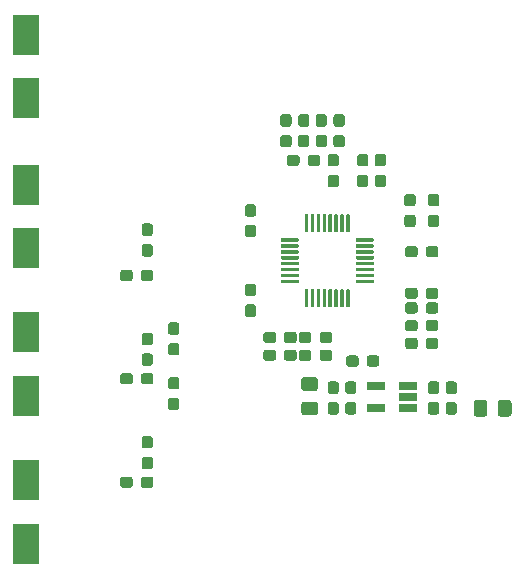
<source format=gbr>
%TF.GenerationSoftware,KiCad,Pcbnew,(5.1.5-0)*%
%TF.CreationDate,2020-04-03T13:37:13+02:00*%
%TF.ProjectId,egc_ads1292,6567635f-6164-4733-9132-39322e6b6963,rev?*%
%TF.SameCoordinates,PX23c3460PY8f0d180*%
%TF.FileFunction,Paste,Top*%
%TF.FilePolarity,Positive*%
%FSLAX46Y46*%
G04 Gerber Fmt 4.6, Leading zero omitted, Abs format (unit mm)*
G04 Created by KiCad (PCBNEW (5.1.5-0)) date 2020-04-03 13:37:13*
%MOMM*%
%LPD*%
G04 APERTURE LIST*
%ADD10R,2.300000X3.500000*%
%ADD11C,0.100000*%
%ADD12R,1.560000X0.650000*%
G04 APERTURE END LIST*
D10*
X61250000Y33950000D03*
X61250000Y28550000D03*
X61250000Y21450000D03*
X61250000Y16050000D03*
X61250000Y8950000D03*
X61250000Y3550000D03*
D11*
G36*
X94185779Y20973856D02*
G01*
X94208834Y20970437D01*
X94231443Y20964773D01*
X94253387Y20956921D01*
X94274457Y20946956D01*
X94294448Y20934974D01*
X94313168Y20921090D01*
X94330438Y20905438D01*
X94346090Y20888168D01*
X94359974Y20869448D01*
X94371956Y20849457D01*
X94381921Y20828387D01*
X94389773Y20806443D01*
X94395437Y20783834D01*
X94398856Y20760779D01*
X94400000Y20737500D01*
X94400000Y20262500D01*
X94398856Y20239221D01*
X94395437Y20216166D01*
X94389773Y20193557D01*
X94381921Y20171613D01*
X94371956Y20150543D01*
X94359974Y20130552D01*
X94346090Y20111832D01*
X94330438Y20094562D01*
X94313168Y20078910D01*
X94294448Y20065026D01*
X94274457Y20053044D01*
X94253387Y20043079D01*
X94231443Y20035227D01*
X94208834Y20029563D01*
X94185779Y20026144D01*
X94162500Y20025000D01*
X93587500Y20025000D01*
X93564221Y20026144D01*
X93541166Y20029563D01*
X93518557Y20035227D01*
X93496613Y20043079D01*
X93475543Y20053044D01*
X93455552Y20065026D01*
X93436832Y20078910D01*
X93419562Y20094562D01*
X93403910Y20111832D01*
X93390026Y20130552D01*
X93378044Y20150543D01*
X93368079Y20171613D01*
X93360227Y20193557D01*
X93354563Y20216166D01*
X93351144Y20239221D01*
X93350000Y20262500D01*
X93350000Y20737500D01*
X93351144Y20760779D01*
X93354563Y20783834D01*
X93360227Y20806443D01*
X93368079Y20828387D01*
X93378044Y20849457D01*
X93390026Y20869448D01*
X93403910Y20888168D01*
X93419562Y20905438D01*
X93436832Y20921090D01*
X93455552Y20934974D01*
X93475543Y20946956D01*
X93496613Y20956921D01*
X93518557Y20964773D01*
X93541166Y20970437D01*
X93564221Y20973856D01*
X93587500Y20975000D01*
X94162500Y20975000D01*
X94185779Y20973856D01*
G37*
G36*
X95935779Y20973856D02*
G01*
X95958834Y20970437D01*
X95981443Y20964773D01*
X96003387Y20956921D01*
X96024457Y20946956D01*
X96044448Y20934974D01*
X96063168Y20921090D01*
X96080438Y20905438D01*
X96096090Y20888168D01*
X96109974Y20869448D01*
X96121956Y20849457D01*
X96131921Y20828387D01*
X96139773Y20806443D01*
X96145437Y20783834D01*
X96148856Y20760779D01*
X96150000Y20737500D01*
X96150000Y20262500D01*
X96148856Y20239221D01*
X96145437Y20216166D01*
X96139773Y20193557D01*
X96131921Y20171613D01*
X96121956Y20150543D01*
X96109974Y20130552D01*
X96096090Y20111832D01*
X96080438Y20094562D01*
X96063168Y20078910D01*
X96044448Y20065026D01*
X96024457Y20053044D01*
X96003387Y20043079D01*
X95981443Y20035227D01*
X95958834Y20029563D01*
X95935779Y20026144D01*
X95912500Y20025000D01*
X95337500Y20025000D01*
X95314221Y20026144D01*
X95291166Y20029563D01*
X95268557Y20035227D01*
X95246613Y20043079D01*
X95225543Y20053044D01*
X95205552Y20065026D01*
X95186832Y20078910D01*
X95169562Y20094562D01*
X95153910Y20111832D01*
X95140026Y20130552D01*
X95128044Y20150543D01*
X95118079Y20171613D01*
X95110227Y20193557D01*
X95104563Y20216166D01*
X95101144Y20239221D01*
X95100000Y20262500D01*
X95100000Y20737500D01*
X95101144Y20760779D01*
X95104563Y20783834D01*
X95110227Y20806443D01*
X95118079Y20828387D01*
X95128044Y20849457D01*
X95140026Y20869448D01*
X95153910Y20888168D01*
X95169562Y20905438D01*
X95186832Y20921090D01*
X95205552Y20934974D01*
X95225543Y20946956D01*
X95246613Y20956921D01*
X95268557Y20964773D01*
X95291166Y20970437D01*
X95314221Y20973856D01*
X95337500Y20975000D01*
X95912500Y20975000D01*
X95935779Y20973856D01*
G37*
D12*
X90900000Y15000000D03*
X90900000Y16900000D03*
X93600000Y16900000D03*
X93600000Y15950000D03*
X93600000Y15000000D03*
D11*
G36*
X91510779Y34773856D02*
G01*
X91533834Y34770437D01*
X91556443Y34764773D01*
X91578387Y34756921D01*
X91599457Y34746956D01*
X91619448Y34734974D01*
X91638168Y34721090D01*
X91655438Y34705438D01*
X91671090Y34688168D01*
X91684974Y34669448D01*
X91696956Y34649457D01*
X91706921Y34628387D01*
X91714773Y34606443D01*
X91720437Y34583834D01*
X91723856Y34560779D01*
X91725000Y34537500D01*
X91725000Y33962500D01*
X91723856Y33939221D01*
X91720437Y33916166D01*
X91714773Y33893557D01*
X91706921Y33871613D01*
X91696956Y33850543D01*
X91684974Y33830552D01*
X91671090Y33811832D01*
X91655438Y33794562D01*
X91638168Y33778910D01*
X91619448Y33765026D01*
X91599457Y33753044D01*
X91578387Y33743079D01*
X91556443Y33735227D01*
X91533834Y33729563D01*
X91510779Y33726144D01*
X91487500Y33725000D01*
X91012500Y33725000D01*
X90989221Y33726144D01*
X90966166Y33729563D01*
X90943557Y33735227D01*
X90921613Y33743079D01*
X90900543Y33753044D01*
X90880552Y33765026D01*
X90861832Y33778910D01*
X90844562Y33794562D01*
X90828910Y33811832D01*
X90815026Y33830552D01*
X90803044Y33850543D01*
X90793079Y33871613D01*
X90785227Y33893557D01*
X90779563Y33916166D01*
X90776144Y33939221D01*
X90775000Y33962500D01*
X90775000Y34537500D01*
X90776144Y34560779D01*
X90779563Y34583834D01*
X90785227Y34606443D01*
X90793079Y34628387D01*
X90803044Y34649457D01*
X90815026Y34669448D01*
X90828910Y34688168D01*
X90844562Y34705438D01*
X90861832Y34721090D01*
X90880552Y34734974D01*
X90900543Y34746956D01*
X90921613Y34756921D01*
X90943557Y34764773D01*
X90966166Y34770437D01*
X90989221Y34773856D01*
X91012500Y34775000D01*
X91487500Y34775000D01*
X91510779Y34773856D01*
G37*
G36*
X91510779Y36523856D02*
G01*
X91533834Y36520437D01*
X91556443Y36514773D01*
X91578387Y36506921D01*
X91599457Y36496956D01*
X91619448Y36484974D01*
X91638168Y36471090D01*
X91655438Y36455438D01*
X91671090Y36438168D01*
X91684974Y36419448D01*
X91696956Y36399457D01*
X91706921Y36378387D01*
X91714773Y36356443D01*
X91720437Y36333834D01*
X91723856Y36310779D01*
X91725000Y36287500D01*
X91725000Y35712500D01*
X91723856Y35689221D01*
X91720437Y35666166D01*
X91714773Y35643557D01*
X91706921Y35621613D01*
X91696956Y35600543D01*
X91684974Y35580552D01*
X91671090Y35561832D01*
X91655438Y35544562D01*
X91638168Y35528910D01*
X91619448Y35515026D01*
X91599457Y35503044D01*
X91578387Y35493079D01*
X91556443Y35485227D01*
X91533834Y35479563D01*
X91510779Y35476144D01*
X91487500Y35475000D01*
X91012500Y35475000D01*
X90989221Y35476144D01*
X90966166Y35479563D01*
X90943557Y35485227D01*
X90921613Y35493079D01*
X90900543Y35503044D01*
X90880552Y35515026D01*
X90861832Y35528910D01*
X90844562Y35544562D01*
X90828910Y35561832D01*
X90815026Y35580552D01*
X90803044Y35600543D01*
X90793079Y35621613D01*
X90785227Y35643557D01*
X90779563Y35666166D01*
X90776144Y35689221D01*
X90775000Y35712500D01*
X90775000Y36287500D01*
X90776144Y36310779D01*
X90779563Y36333834D01*
X90785227Y36356443D01*
X90793079Y36378387D01*
X90803044Y36399457D01*
X90815026Y36419448D01*
X90828910Y36438168D01*
X90844562Y36455438D01*
X90861832Y36471090D01*
X90880552Y36484974D01*
X90900543Y36496956D01*
X90921613Y36506921D01*
X90943557Y36514773D01*
X90966166Y36520437D01*
X90989221Y36523856D01*
X91012500Y36525000D01*
X91487500Y36525000D01*
X91510779Y36523856D01*
G37*
G36*
X90010779Y36523856D02*
G01*
X90033834Y36520437D01*
X90056443Y36514773D01*
X90078387Y36506921D01*
X90099457Y36496956D01*
X90119448Y36484974D01*
X90138168Y36471090D01*
X90155438Y36455438D01*
X90171090Y36438168D01*
X90184974Y36419448D01*
X90196956Y36399457D01*
X90206921Y36378387D01*
X90214773Y36356443D01*
X90220437Y36333834D01*
X90223856Y36310779D01*
X90225000Y36287500D01*
X90225000Y35712500D01*
X90223856Y35689221D01*
X90220437Y35666166D01*
X90214773Y35643557D01*
X90206921Y35621613D01*
X90196956Y35600543D01*
X90184974Y35580552D01*
X90171090Y35561832D01*
X90155438Y35544562D01*
X90138168Y35528910D01*
X90119448Y35515026D01*
X90099457Y35503044D01*
X90078387Y35493079D01*
X90056443Y35485227D01*
X90033834Y35479563D01*
X90010779Y35476144D01*
X89987500Y35475000D01*
X89512500Y35475000D01*
X89489221Y35476144D01*
X89466166Y35479563D01*
X89443557Y35485227D01*
X89421613Y35493079D01*
X89400543Y35503044D01*
X89380552Y35515026D01*
X89361832Y35528910D01*
X89344562Y35544562D01*
X89328910Y35561832D01*
X89315026Y35580552D01*
X89303044Y35600543D01*
X89293079Y35621613D01*
X89285227Y35643557D01*
X89279563Y35666166D01*
X89276144Y35689221D01*
X89275000Y35712500D01*
X89275000Y36287500D01*
X89276144Y36310779D01*
X89279563Y36333834D01*
X89285227Y36356443D01*
X89293079Y36378387D01*
X89303044Y36399457D01*
X89315026Y36419448D01*
X89328910Y36438168D01*
X89344562Y36455438D01*
X89361832Y36471090D01*
X89380552Y36484974D01*
X89400543Y36496956D01*
X89421613Y36506921D01*
X89443557Y36514773D01*
X89466166Y36520437D01*
X89489221Y36523856D01*
X89512500Y36525000D01*
X89987500Y36525000D01*
X90010779Y36523856D01*
G37*
G36*
X90010779Y34773856D02*
G01*
X90033834Y34770437D01*
X90056443Y34764773D01*
X90078387Y34756921D01*
X90099457Y34746956D01*
X90119448Y34734974D01*
X90138168Y34721090D01*
X90155438Y34705438D01*
X90171090Y34688168D01*
X90184974Y34669448D01*
X90196956Y34649457D01*
X90206921Y34628387D01*
X90214773Y34606443D01*
X90220437Y34583834D01*
X90223856Y34560779D01*
X90225000Y34537500D01*
X90225000Y33962500D01*
X90223856Y33939221D01*
X90220437Y33916166D01*
X90214773Y33893557D01*
X90206921Y33871613D01*
X90196956Y33850543D01*
X90184974Y33830552D01*
X90171090Y33811832D01*
X90155438Y33794562D01*
X90138168Y33778910D01*
X90119448Y33765026D01*
X90099457Y33753044D01*
X90078387Y33743079D01*
X90056443Y33735227D01*
X90033834Y33729563D01*
X90010779Y33726144D01*
X89987500Y33725000D01*
X89512500Y33725000D01*
X89489221Y33726144D01*
X89466166Y33729563D01*
X89443557Y33735227D01*
X89421613Y33743079D01*
X89400543Y33753044D01*
X89380552Y33765026D01*
X89361832Y33778910D01*
X89344562Y33794562D01*
X89328910Y33811832D01*
X89315026Y33830552D01*
X89303044Y33850543D01*
X89293079Y33871613D01*
X89285227Y33893557D01*
X89279563Y33916166D01*
X89276144Y33939221D01*
X89275000Y33962500D01*
X89275000Y34537500D01*
X89276144Y34560779D01*
X89279563Y34583834D01*
X89285227Y34606443D01*
X89293079Y34628387D01*
X89303044Y34649457D01*
X89315026Y34669448D01*
X89328910Y34688168D01*
X89344562Y34705438D01*
X89361832Y34721090D01*
X89380552Y34734974D01*
X89400543Y34746956D01*
X89421613Y34756921D01*
X89443557Y34764773D01*
X89466166Y34770437D01*
X89489221Y34773856D01*
X89512500Y34775000D01*
X89987500Y34775000D01*
X90010779Y34773856D01*
G37*
G36*
X94185779Y28723856D02*
G01*
X94208834Y28720437D01*
X94231443Y28714773D01*
X94253387Y28706921D01*
X94274457Y28696956D01*
X94294448Y28684974D01*
X94313168Y28671090D01*
X94330438Y28655438D01*
X94346090Y28638168D01*
X94359974Y28619448D01*
X94371956Y28599457D01*
X94381921Y28578387D01*
X94389773Y28556443D01*
X94395437Y28533834D01*
X94398856Y28510779D01*
X94400000Y28487500D01*
X94400000Y28012500D01*
X94398856Y27989221D01*
X94395437Y27966166D01*
X94389773Y27943557D01*
X94381921Y27921613D01*
X94371956Y27900543D01*
X94359974Y27880552D01*
X94346090Y27861832D01*
X94330438Y27844562D01*
X94313168Y27828910D01*
X94294448Y27815026D01*
X94274457Y27803044D01*
X94253387Y27793079D01*
X94231443Y27785227D01*
X94208834Y27779563D01*
X94185779Y27776144D01*
X94162500Y27775000D01*
X93587500Y27775000D01*
X93564221Y27776144D01*
X93541166Y27779563D01*
X93518557Y27785227D01*
X93496613Y27793079D01*
X93475543Y27803044D01*
X93455552Y27815026D01*
X93436832Y27828910D01*
X93419562Y27844562D01*
X93403910Y27861832D01*
X93390026Y27880552D01*
X93378044Y27900543D01*
X93368079Y27921613D01*
X93360227Y27943557D01*
X93354563Y27966166D01*
X93351144Y27989221D01*
X93350000Y28012500D01*
X93350000Y28487500D01*
X93351144Y28510779D01*
X93354563Y28533834D01*
X93360227Y28556443D01*
X93368079Y28578387D01*
X93378044Y28599457D01*
X93390026Y28619448D01*
X93403910Y28638168D01*
X93419562Y28655438D01*
X93436832Y28671090D01*
X93455552Y28684974D01*
X93475543Y28696956D01*
X93496613Y28706921D01*
X93518557Y28714773D01*
X93541166Y28720437D01*
X93564221Y28723856D01*
X93587500Y28725000D01*
X94162500Y28725000D01*
X94185779Y28723856D01*
G37*
G36*
X95935779Y28723856D02*
G01*
X95958834Y28720437D01*
X95981443Y28714773D01*
X96003387Y28706921D01*
X96024457Y28696956D01*
X96044448Y28684974D01*
X96063168Y28671090D01*
X96080438Y28655438D01*
X96096090Y28638168D01*
X96109974Y28619448D01*
X96121956Y28599457D01*
X96131921Y28578387D01*
X96139773Y28556443D01*
X96145437Y28533834D01*
X96148856Y28510779D01*
X96150000Y28487500D01*
X96150000Y28012500D01*
X96148856Y27989221D01*
X96145437Y27966166D01*
X96139773Y27943557D01*
X96131921Y27921613D01*
X96121956Y27900543D01*
X96109974Y27880552D01*
X96096090Y27861832D01*
X96080438Y27844562D01*
X96063168Y27828910D01*
X96044448Y27815026D01*
X96024457Y27803044D01*
X96003387Y27793079D01*
X95981443Y27785227D01*
X95958834Y27779563D01*
X95935779Y27776144D01*
X95912500Y27775000D01*
X95337500Y27775000D01*
X95314221Y27776144D01*
X95291166Y27779563D01*
X95268557Y27785227D01*
X95246613Y27793079D01*
X95225543Y27803044D01*
X95205552Y27815026D01*
X95186832Y27828910D01*
X95169562Y27844562D01*
X95153910Y27861832D01*
X95140026Y27880552D01*
X95128044Y27900543D01*
X95118079Y27921613D01*
X95110227Y27943557D01*
X95104563Y27966166D01*
X95101144Y27989221D01*
X95100000Y28012500D01*
X95100000Y28487500D01*
X95101144Y28510779D01*
X95104563Y28533834D01*
X95110227Y28556443D01*
X95118079Y28578387D01*
X95128044Y28599457D01*
X95140026Y28619448D01*
X95153910Y28638168D01*
X95169562Y28655438D01*
X95186832Y28671090D01*
X95205552Y28684974D01*
X95225543Y28696956D01*
X95246613Y28706921D01*
X95268557Y28714773D01*
X95291166Y28720437D01*
X95314221Y28723856D01*
X95337500Y28725000D01*
X95912500Y28725000D01*
X95935779Y28723856D01*
G37*
G36*
X94185779Y25223856D02*
G01*
X94208834Y25220437D01*
X94231443Y25214773D01*
X94253387Y25206921D01*
X94274457Y25196956D01*
X94294448Y25184974D01*
X94313168Y25171090D01*
X94330438Y25155438D01*
X94346090Y25138168D01*
X94359974Y25119448D01*
X94371956Y25099457D01*
X94381921Y25078387D01*
X94389773Y25056443D01*
X94395437Y25033834D01*
X94398856Y25010779D01*
X94400000Y24987500D01*
X94400000Y24512500D01*
X94398856Y24489221D01*
X94395437Y24466166D01*
X94389773Y24443557D01*
X94381921Y24421613D01*
X94371956Y24400543D01*
X94359974Y24380552D01*
X94346090Y24361832D01*
X94330438Y24344562D01*
X94313168Y24328910D01*
X94294448Y24315026D01*
X94274457Y24303044D01*
X94253387Y24293079D01*
X94231443Y24285227D01*
X94208834Y24279563D01*
X94185779Y24276144D01*
X94162500Y24275000D01*
X93587500Y24275000D01*
X93564221Y24276144D01*
X93541166Y24279563D01*
X93518557Y24285227D01*
X93496613Y24293079D01*
X93475543Y24303044D01*
X93455552Y24315026D01*
X93436832Y24328910D01*
X93419562Y24344562D01*
X93403910Y24361832D01*
X93390026Y24380552D01*
X93378044Y24400543D01*
X93368079Y24421613D01*
X93360227Y24443557D01*
X93354563Y24466166D01*
X93351144Y24489221D01*
X93350000Y24512500D01*
X93350000Y24987500D01*
X93351144Y25010779D01*
X93354563Y25033834D01*
X93360227Y25056443D01*
X93368079Y25078387D01*
X93378044Y25099457D01*
X93390026Y25119448D01*
X93403910Y25138168D01*
X93419562Y25155438D01*
X93436832Y25171090D01*
X93455552Y25184974D01*
X93475543Y25196956D01*
X93496613Y25206921D01*
X93518557Y25214773D01*
X93541166Y25220437D01*
X93564221Y25223856D01*
X93587500Y25225000D01*
X94162500Y25225000D01*
X94185779Y25223856D01*
G37*
G36*
X95935779Y25223856D02*
G01*
X95958834Y25220437D01*
X95981443Y25214773D01*
X96003387Y25206921D01*
X96024457Y25196956D01*
X96044448Y25184974D01*
X96063168Y25171090D01*
X96080438Y25155438D01*
X96096090Y25138168D01*
X96109974Y25119448D01*
X96121956Y25099457D01*
X96131921Y25078387D01*
X96139773Y25056443D01*
X96145437Y25033834D01*
X96148856Y25010779D01*
X96150000Y24987500D01*
X96150000Y24512500D01*
X96148856Y24489221D01*
X96145437Y24466166D01*
X96139773Y24443557D01*
X96131921Y24421613D01*
X96121956Y24400543D01*
X96109974Y24380552D01*
X96096090Y24361832D01*
X96080438Y24344562D01*
X96063168Y24328910D01*
X96044448Y24315026D01*
X96024457Y24303044D01*
X96003387Y24293079D01*
X95981443Y24285227D01*
X95958834Y24279563D01*
X95935779Y24276144D01*
X95912500Y24275000D01*
X95337500Y24275000D01*
X95314221Y24276144D01*
X95291166Y24279563D01*
X95268557Y24285227D01*
X95246613Y24293079D01*
X95225543Y24303044D01*
X95205552Y24315026D01*
X95186832Y24328910D01*
X95169562Y24344562D01*
X95153910Y24361832D01*
X95140026Y24380552D01*
X95128044Y24400543D01*
X95118079Y24421613D01*
X95110227Y24443557D01*
X95104563Y24466166D01*
X95101144Y24489221D01*
X95100000Y24512500D01*
X95100000Y24987500D01*
X95101144Y25010779D01*
X95104563Y25033834D01*
X95110227Y25056443D01*
X95118079Y25078387D01*
X95128044Y25099457D01*
X95140026Y25119448D01*
X95153910Y25138168D01*
X95169562Y25155438D01*
X95186832Y25171090D01*
X95205552Y25184974D01*
X95225543Y25196956D01*
X95246613Y25206921D01*
X95268557Y25214773D01*
X95291166Y25220437D01*
X95314221Y25223856D01*
X95337500Y25225000D01*
X95912500Y25225000D01*
X95935779Y25223856D01*
G37*
G36*
X85010779Y38148856D02*
G01*
X85033834Y38145437D01*
X85056443Y38139773D01*
X85078387Y38131921D01*
X85099457Y38121956D01*
X85119448Y38109974D01*
X85138168Y38096090D01*
X85155438Y38080438D01*
X85171090Y38063168D01*
X85184974Y38044448D01*
X85196956Y38024457D01*
X85206921Y38003387D01*
X85214773Y37981443D01*
X85220437Y37958834D01*
X85223856Y37935779D01*
X85225000Y37912500D01*
X85225000Y37337500D01*
X85223856Y37314221D01*
X85220437Y37291166D01*
X85214773Y37268557D01*
X85206921Y37246613D01*
X85196956Y37225543D01*
X85184974Y37205552D01*
X85171090Y37186832D01*
X85155438Y37169562D01*
X85138168Y37153910D01*
X85119448Y37140026D01*
X85099457Y37128044D01*
X85078387Y37118079D01*
X85056443Y37110227D01*
X85033834Y37104563D01*
X85010779Y37101144D01*
X84987500Y37100000D01*
X84512500Y37100000D01*
X84489221Y37101144D01*
X84466166Y37104563D01*
X84443557Y37110227D01*
X84421613Y37118079D01*
X84400543Y37128044D01*
X84380552Y37140026D01*
X84361832Y37153910D01*
X84344562Y37169562D01*
X84328910Y37186832D01*
X84315026Y37205552D01*
X84303044Y37225543D01*
X84293079Y37246613D01*
X84285227Y37268557D01*
X84279563Y37291166D01*
X84276144Y37314221D01*
X84275000Y37337500D01*
X84275000Y37912500D01*
X84276144Y37935779D01*
X84279563Y37958834D01*
X84285227Y37981443D01*
X84293079Y38003387D01*
X84303044Y38024457D01*
X84315026Y38044448D01*
X84328910Y38063168D01*
X84344562Y38080438D01*
X84361832Y38096090D01*
X84380552Y38109974D01*
X84400543Y38121956D01*
X84421613Y38131921D01*
X84443557Y38139773D01*
X84466166Y38145437D01*
X84489221Y38148856D01*
X84512500Y38150000D01*
X84987500Y38150000D01*
X85010779Y38148856D01*
G37*
G36*
X85010779Y39898856D02*
G01*
X85033834Y39895437D01*
X85056443Y39889773D01*
X85078387Y39881921D01*
X85099457Y39871956D01*
X85119448Y39859974D01*
X85138168Y39846090D01*
X85155438Y39830438D01*
X85171090Y39813168D01*
X85184974Y39794448D01*
X85196956Y39774457D01*
X85206921Y39753387D01*
X85214773Y39731443D01*
X85220437Y39708834D01*
X85223856Y39685779D01*
X85225000Y39662500D01*
X85225000Y39087500D01*
X85223856Y39064221D01*
X85220437Y39041166D01*
X85214773Y39018557D01*
X85206921Y38996613D01*
X85196956Y38975543D01*
X85184974Y38955552D01*
X85171090Y38936832D01*
X85155438Y38919562D01*
X85138168Y38903910D01*
X85119448Y38890026D01*
X85099457Y38878044D01*
X85078387Y38868079D01*
X85056443Y38860227D01*
X85033834Y38854563D01*
X85010779Y38851144D01*
X84987500Y38850000D01*
X84512500Y38850000D01*
X84489221Y38851144D01*
X84466166Y38854563D01*
X84443557Y38860227D01*
X84421613Y38868079D01*
X84400543Y38878044D01*
X84380552Y38890026D01*
X84361832Y38903910D01*
X84344562Y38919562D01*
X84328910Y38936832D01*
X84315026Y38955552D01*
X84303044Y38975543D01*
X84293079Y38996613D01*
X84285227Y39018557D01*
X84279563Y39041166D01*
X84276144Y39064221D01*
X84275000Y39087500D01*
X84275000Y39662500D01*
X84276144Y39685779D01*
X84279563Y39708834D01*
X84285227Y39731443D01*
X84293079Y39753387D01*
X84303044Y39774457D01*
X84315026Y39794448D01*
X84328910Y39813168D01*
X84344562Y39830438D01*
X84361832Y39846090D01*
X84380552Y39859974D01*
X84400543Y39871956D01*
X84421613Y39881921D01*
X84443557Y39889773D01*
X84466166Y39895437D01*
X84489221Y39898856D01*
X84512500Y39900000D01*
X84987500Y39900000D01*
X85010779Y39898856D01*
G37*
G36*
X83510779Y38148856D02*
G01*
X83533834Y38145437D01*
X83556443Y38139773D01*
X83578387Y38131921D01*
X83599457Y38121956D01*
X83619448Y38109974D01*
X83638168Y38096090D01*
X83655438Y38080438D01*
X83671090Y38063168D01*
X83684974Y38044448D01*
X83696956Y38024457D01*
X83706921Y38003387D01*
X83714773Y37981443D01*
X83720437Y37958834D01*
X83723856Y37935779D01*
X83725000Y37912500D01*
X83725000Y37337500D01*
X83723856Y37314221D01*
X83720437Y37291166D01*
X83714773Y37268557D01*
X83706921Y37246613D01*
X83696956Y37225543D01*
X83684974Y37205552D01*
X83671090Y37186832D01*
X83655438Y37169562D01*
X83638168Y37153910D01*
X83619448Y37140026D01*
X83599457Y37128044D01*
X83578387Y37118079D01*
X83556443Y37110227D01*
X83533834Y37104563D01*
X83510779Y37101144D01*
X83487500Y37100000D01*
X83012500Y37100000D01*
X82989221Y37101144D01*
X82966166Y37104563D01*
X82943557Y37110227D01*
X82921613Y37118079D01*
X82900543Y37128044D01*
X82880552Y37140026D01*
X82861832Y37153910D01*
X82844562Y37169562D01*
X82828910Y37186832D01*
X82815026Y37205552D01*
X82803044Y37225543D01*
X82793079Y37246613D01*
X82785227Y37268557D01*
X82779563Y37291166D01*
X82776144Y37314221D01*
X82775000Y37337500D01*
X82775000Y37912500D01*
X82776144Y37935779D01*
X82779563Y37958834D01*
X82785227Y37981443D01*
X82793079Y38003387D01*
X82803044Y38024457D01*
X82815026Y38044448D01*
X82828910Y38063168D01*
X82844562Y38080438D01*
X82861832Y38096090D01*
X82880552Y38109974D01*
X82900543Y38121956D01*
X82921613Y38131921D01*
X82943557Y38139773D01*
X82966166Y38145437D01*
X82989221Y38148856D01*
X83012500Y38150000D01*
X83487500Y38150000D01*
X83510779Y38148856D01*
G37*
G36*
X83510779Y39898856D02*
G01*
X83533834Y39895437D01*
X83556443Y39889773D01*
X83578387Y39881921D01*
X83599457Y39871956D01*
X83619448Y39859974D01*
X83638168Y39846090D01*
X83655438Y39830438D01*
X83671090Y39813168D01*
X83684974Y39794448D01*
X83696956Y39774457D01*
X83706921Y39753387D01*
X83714773Y39731443D01*
X83720437Y39708834D01*
X83723856Y39685779D01*
X83725000Y39662500D01*
X83725000Y39087500D01*
X83723856Y39064221D01*
X83720437Y39041166D01*
X83714773Y39018557D01*
X83706921Y38996613D01*
X83696956Y38975543D01*
X83684974Y38955552D01*
X83671090Y38936832D01*
X83655438Y38919562D01*
X83638168Y38903910D01*
X83619448Y38890026D01*
X83599457Y38878044D01*
X83578387Y38868079D01*
X83556443Y38860227D01*
X83533834Y38854563D01*
X83510779Y38851144D01*
X83487500Y38850000D01*
X83012500Y38850000D01*
X82989221Y38851144D01*
X82966166Y38854563D01*
X82943557Y38860227D01*
X82921613Y38868079D01*
X82900543Y38878044D01*
X82880552Y38890026D01*
X82861832Y38903910D01*
X82844562Y38919562D01*
X82828910Y38936832D01*
X82815026Y38955552D01*
X82803044Y38975543D01*
X82793079Y38996613D01*
X82785227Y39018557D01*
X82779563Y39041166D01*
X82776144Y39064221D01*
X82775000Y39087500D01*
X82775000Y39662500D01*
X82776144Y39685779D01*
X82779563Y39708834D01*
X82785227Y39731443D01*
X82793079Y39753387D01*
X82803044Y39774457D01*
X82815026Y39794448D01*
X82828910Y39813168D01*
X82844562Y39830438D01*
X82861832Y39846090D01*
X82880552Y39859974D01*
X82900543Y39871956D01*
X82921613Y39881921D01*
X82943557Y39889773D01*
X82966166Y39895437D01*
X82989221Y39898856D01*
X83012500Y39900000D01*
X83487500Y39900000D01*
X83510779Y39898856D01*
G37*
G36*
X86510779Y38148856D02*
G01*
X86533834Y38145437D01*
X86556443Y38139773D01*
X86578387Y38131921D01*
X86599457Y38121956D01*
X86619448Y38109974D01*
X86638168Y38096090D01*
X86655438Y38080438D01*
X86671090Y38063168D01*
X86684974Y38044448D01*
X86696956Y38024457D01*
X86706921Y38003387D01*
X86714773Y37981443D01*
X86720437Y37958834D01*
X86723856Y37935779D01*
X86725000Y37912500D01*
X86725000Y37337500D01*
X86723856Y37314221D01*
X86720437Y37291166D01*
X86714773Y37268557D01*
X86706921Y37246613D01*
X86696956Y37225543D01*
X86684974Y37205552D01*
X86671090Y37186832D01*
X86655438Y37169562D01*
X86638168Y37153910D01*
X86619448Y37140026D01*
X86599457Y37128044D01*
X86578387Y37118079D01*
X86556443Y37110227D01*
X86533834Y37104563D01*
X86510779Y37101144D01*
X86487500Y37100000D01*
X86012500Y37100000D01*
X85989221Y37101144D01*
X85966166Y37104563D01*
X85943557Y37110227D01*
X85921613Y37118079D01*
X85900543Y37128044D01*
X85880552Y37140026D01*
X85861832Y37153910D01*
X85844562Y37169562D01*
X85828910Y37186832D01*
X85815026Y37205552D01*
X85803044Y37225543D01*
X85793079Y37246613D01*
X85785227Y37268557D01*
X85779563Y37291166D01*
X85776144Y37314221D01*
X85775000Y37337500D01*
X85775000Y37912500D01*
X85776144Y37935779D01*
X85779563Y37958834D01*
X85785227Y37981443D01*
X85793079Y38003387D01*
X85803044Y38024457D01*
X85815026Y38044448D01*
X85828910Y38063168D01*
X85844562Y38080438D01*
X85861832Y38096090D01*
X85880552Y38109974D01*
X85900543Y38121956D01*
X85921613Y38131921D01*
X85943557Y38139773D01*
X85966166Y38145437D01*
X85989221Y38148856D01*
X86012500Y38150000D01*
X86487500Y38150000D01*
X86510779Y38148856D01*
G37*
G36*
X86510779Y39898856D02*
G01*
X86533834Y39895437D01*
X86556443Y39889773D01*
X86578387Y39881921D01*
X86599457Y39871956D01*
X86619448Y39859974D01*
X86638168Y39846090D01*
X86655438Y39830438D01*
X86671090Y39813168D01*
X86684974Y39794448D01*
X86696956Y39774457D01*
X86706921Y39753387D01*
X86714773Y39731443D01*
X86720437Y39708834D01*
X86723856Y39685779D01*
X86725000Y39662500D01*
X86725000Y39087500D01*
X86723856Y39064221D01*
X86720437Y39041166D01*
X86714773Y39018557D01*
X86706921Y38996613D01*
X86696956Y38975543D01*
X86684974Y38955552D01*
X86671090Y38936832D01*
X86655438Y38919562D01*
X86638168Y38903910D01*
X86619448Y38890026D01*
X86599457Y38878044D01*
X86578387Y38868079D01*
X86556443Y38860227D01*
X86533834Y38854563D01*
X86510779Y38851144D01*
X86487500Y38850000D01*
X86012500Y38850000D01*
X85989221Y38851144D01*
X85966166Y38854563D01*
X85943557Y38860227D01*
X85921613Y38868079D01*
X85900543Y38878044D01*
X85880552Y38890026D01*
X85861832Y38903910D01*
X85844562Y38919562D01*
X85828910Y38936832D01*
X85815026Y38955552D01*
X85803044Y38975543D01*
X85793079Y38996613D01*
X85785227Y39018557D01*
X85779563Y39041166D01*
X85776144Y39064221D01*
X85775000Y39087500D01*
X85775000Y39662500D01*
X85776144Y39685779D01*
X85779563Y39708834D01*
X85785227Y39731443D01*
X85793079Y39753387D01*
X85803044Y39774457D01*
X85815026Y39794448D01*
X85828910Y39813168D01*
X85844562Y39830438D01*
X85861832Y39846090D01*
X85880552Y39859974D01*
X85900543Y39871956D01*
X85921613Y39881921D01*
X85943557Y39889773D01*
X85966166Y39895437D01*
X85989221Y39898856D01*
X86012500Y39900000D01*
X86487500Y39900000D01*
X86510779Y39898856D01*
G37*
G36*
X71810779Y26723856D02*
G01*
X71833834Y26720437D01*
X71856443Y26714773D01*
X71878387Y26706921D01*
X71899457Y26696956D01*
X71919448Y26684974D01*
X71938168Y26671090D01*
X71955438Y26655438D01*
X71971090Y26638168D01*
X71984974Y26619448D01*
X71996956Y26599457D01*
X72006921Y26578387D01*
X72014773Y26556443D01*
X72020437Y26533834D01*
X72023856Y26510779D01*
X72025000Y26487500D01*
X72025000Y26012500D01*
X72023856Y25989221D01*
X72020437Y25966166D01*
X72014773Y25943557D01*
X72006921Y25921613D01*
X71996956Y25900543D01*
X71984974Y25880552D01*
X71971090Y25861832D01*
X71955438Y25844562D01*
X71938168Y25828910D01*
X71919448Y25815026D01*
X71899457Y25803044D01*
X71878387Y25793079D01*
X71856443Y25785227D01*
X71833834Y25779563D01*
X71810779Y25776144D01*
X71787500Y25775000D01*
X71212500Y25775000D01*
X71189221Y25776144D01*
X71166166Y25779563D01*
X71143557Y25785227D01*
X71121613Y25793079D01*
X71100543Y25803044D01*
X71080552Y25815026D01*
X71061832Y25828910D01*
X71044562Y25844562D01*
X71028910Y25861832D01*
X71015026Y25880552D01*
X71003044Y25900543D01*
X70993079Y25921613D01*
X70985227Y25943557D01*
X70979563Y25966166D01*
X70976144Y25989221D01*
X70975000Y26012500D01*
X70975000Y26487500D01*
X70976144Y26510779D01*
X70979563Y26533834D01*
X70985227Y26556443D01*
X70993079Y26578387D01*
X71003044Y26599457D01*
X71015026Y26619448D01*
X71028910Y26638168D01*
X71044562Y26655438D01*
X71061832Y26671090D01*
X71080552Y26684974D01*
X71100543Y26696956D01*
X71121613Y26706921D01*
X71143557Y26714773D01*
X71166166Y26720437D01*
X71189221Y26723856D01*
X71212500Y26725000D01*
X71787500Y26725000D01*
X71810779Y26723856D01*
G37*
G36*
X70060779Y26723856D02*
G01*
X70083834Y26720437D01*
X70106443Y26714773D01*
X70128387Y26706921D01*
X70149457Y26696956D01*
X70169448Y26684974D01*
X70188168Y26671090D01*
X70205438Y26655438D01*
X70221090Y26638168D01*
X70234974Y26619448D01*
X70246956Y26599457D01*
X70256921Y26578387D01*
X70264773Y26556443D01*
X70270437Y26533834D01*
X70273856Y26510779D01*
X70275000Y26487500D01*
X70275000Y26012500D01*
X70273856Y25989221D01*
X70270437Y25966166D01*
X70264773Y25943557D01*
X70256921Y25921613D01*
X70246956Y25900543D01*
X70234974Y25880552D01*
X70221090Y25861832D01*
X70205438Y25844562D01*
X70188168Y25828910D01*
X70169448Y25815026D01*
X70149457Y25803044D01*
X70128387Y25793079D01*
X70106443Y25785227D01*
X70083834Y25779563D01*
X70060779Y25776144D01*
X70037500Y25775000D01*
X69462500Y25775000D01*
X69439221Y25776144D01*
X69416166Y25779563D01*
X69393557Y25785227D01*
X69371613Y25793079D01*
X69350543Y25803044D01*
X69330552Y25815026D01*
X69311832Y25828910D01*
X69294562Y25844562D01*
X69278910Y25861832D01*
X69265026Y25880552D01*
X69253044Y25900543D01*
X69243079Y25921613D01*
X69235227Y25943557D01*
X69229563Y25966166D01*
X69226144Y25989221D01*
X69225000Y26012500D01*
X69225000Y26487500D01*
X69226144Y26510779D01*
X69229563Y26533834D01*
X69235227Y26556443D01*
X69243079Y26578387D01*
X69253044Y26599457D01*
X69265026Y26619448D01*
X69278910Y26638168D01*
X69294562Y26655438D01*
X69311832Y26671090D01*
X69330552Y26684974D01*
X69350543Y26696956D01*
X69371613Y26706921D01*
X69393557Y26714773D01*
X69416166Y26720437D01*
X69439221Y26723856D01*
X69462500Y26725000D01*
X70037500Y26725000D01*
X70060779Y26723856D01*
G37*
G36*
X70060779Y17973856D02*
G01*
X70083834Y17970437D01*
X70106443Y17964773D01*
X70128387Y17956921D01*
X70149457Y17946956D01*
X70169448Y17934974D01*
X70188168Y17921090D01*
X70205438Y17905438D01*
X70221090Y17888168D01*
X70234974Y17869448D01*
X70246956Y17849457D01*
X70256921Y17828387D01*
X70264773Y17806443D01*
X70270437Y17783834D01*
X70273856Y17760779D01*
X70275000Y17737500D01*
X70275000Y17262500D01*
X70273856Y17239221D01*
X70270437Y17216166D01*
X70264773Y17193557D01*
X70256921Y17171613D01*
X70246956Y17150543D01*
X70234974Y17130552D01*
X70221090Y17111832D01*
X70205438Y17094562D01*
X70188168Y17078910D01*
X70169448Y17065026D01*
X70149457Y17053044D01*
X70128387Y17043079D01*
X70106443Y17035227D01*
X70083834Y17029563D01*
X70060779Y17026144D01*
X70037500Y17025000D01*
X69462500Y17025000D01*
X69439221Y17026144D01*
X69416166Y17029563D01*
X69393557Y17035227D01*
X69371613Y17043079D01*
X69350543Y17053044D01*
X69330552Y17065026D01*
X69311832Y17078910D01*
X69294562Y17094562D01*
X69278910Y17111832D01*
X69265026Y17130552D01*
X69253044Y17150543D01*
X69243079Y17171613D01*
X69235227Y17193557D01*
X69229563Y17216166D01*
X69226144Y17239221D01*
X69225000Y17262500D01*
X69225000Y17737500D01*
X69226144Y17760779D01*
X69229563Y17783834D01*
X69235227Y17806443D01*
X69243079Y17828387D01*
X69253044Y17849457D01*
X69265026Y17869448D01*
X69278910Y17888168D01*
X69294562Y17905438D01*
X69311832Y17921090D01*
X69330552Y17934974D01*
X69350543Y17946956D01*
X69371613Y17956921D01*
X69393557Y17964773D01*
X69416166Y17970437D01*
X69439221Y17973856D01*
X69462500Y17975000D01*
X70037500Y17975000D01*
X70060779Y17973856D01*
G37*
G36*
X71810779Y17973856D02*
G01*
X71833834Y17970437D01*
X71856443Y17964773D01*
X71878387Y17956921D01*
X71899457Y17946956D01*
X71919448Y17934974D01*
X71938168Y17921090D01*
X71955438Y17905438D01*
X71971090Y17888168D01*
X71984974Y17869448D01*
X71996956Y17849457D01*
X72006921Y17828387D01*
X72014773Y17806443D01*
X72020437Y17783834D01*
X72023856Y17760779D01*
X72025000Y17737500D01*
X72025000Y17262500D01*
X72023856Y17239221D01*
X72020437Y17216166D01*
X72014773Y17193557D01*
X72006921Y17171613D01*
X71996956Y17150543D01*
X71984974Y17130552D01*
X71971090Y17111832D01*
X71955438Y17094562D01*
X71938168Y17078910D01*
X71919448Y17065026D01*
X71899457Y17053044D01*
X71878387Y17043079D01*
X71856443Y17035227D01*
X71833834Y17029563D01*
X71810779Y17026144D01*
X71787500Y17025000D01*
X71212500Y17025000D01*
X71189221Y17026144D01*
X71166166Y17029563D01*
X71143557Y17035227D01*
X71121613Y17043079D01*
X71100543Y17053044D01*
X71080552Y17065026D01*
X71061832Y17078910D01*
X71044562Y17094562D01*
X71028910Y17111832D01*
X71015026Y17130552D01*
X71003044Y17150543D01*
X70993079Y17171613D01*
X70985227Y17193557D01*
X70979563Y17216166D01*
X70976144Y17239221D01*
X70975000Y17262500D01*
X70975000Y17737500D01*
X70976144Y17760779D01*
X70979563Y17783834D01*
X70985227Y17806443D01*
X70993079Y17828387D01*
X71003044Y17849457D01*
X71015026Y17869448D01*
X71028910Y17888168D01*
X71044562Y17905438D01*
X71061832Y17921090D01*
X71080552Y17934974D01*
X71100543Y17946956D01*
X71121613Y17956921D01*
X71143557Y17964773D01*
X71166166Y17970437D01*
X71189221Y17973856D01*
X71212500Y17975000D01*
X71787500Y17975000D01*
X71810779Y17973856D01*
G37*
G36*
X71810779Y9223856D02*
G01*
X71833834Y9220437D01*
X71856443Y9214773D01*
X71878387Y9206921D01*
X71899457Y9196956D01*
X71919448Y9184974D01*
X71938168Y9171090D01*
X71955438Y9155438D01*
X71971090Y9138168D01*
X71984974Y9119448D01*
X71996956Y9099457D01*
X72006921Y9078387D01*
X72014773Y9056443D01*
X72020437Y9033834D01*
X72023856Y9010779D01*
X72025000Y8987500D01*
X72025000Y8512500D01*
X72023856Y8489221D01*
X72020437Y8466166D01*
X72014773Y8443557D01*
X72006921Y8421613D01*
X71996956Y8400543D01*
X71984974Y8380552D01*
X71971090Y8361832D01*
X71955438Y8344562D01*
X71938168Y8328910D01*
X71919448Y8315026D01*
X71899457Y8303044D01*
X71878387Y8293079D01*
X71856443Y8285227D01*
X71833834Y8279563D01*
X71810779Y8276144D01*
X71787500Y8275000D01*
X71212500Y8275000D01*
X71189221Y8276144D01*
X71166166Y8279563D01*
X71143557Y8285227D01*
X71121613Y8293079D01*
X71100543Y8303044D01*
X71080552Y8315026D01*
X71061832Y8328910D01*
X71044562Y8344562D01*
X71028910Y8361832D01*
X71015026Y8380552D01*
X71003044Y8400543D01*
X70993079Y8421613D01*
X70985227Y8443557D01*
X70979563Y8466166D01*
X70976144Y8489221D01*
X70975000Y8512500D01*
X70975000Y8987500D01*
X70976144Y9010779D01*
X70979563Y9033834D01*
X70985227Y9056443D01*
X70993079Y9078387D01*
X71003044Y9099457D01*
X71015026Y9119448D01*
X71028910Y9138168D01*
X71044562Y9155438D01*
X71061832Y9171090D01*
X71080552Y9184974D01*
X71100543Y9196956D01*
X71121613Y9206921D01*
X71143557Y9214773D01*
X71166166Y9220437D01*
X71189221Y9223856D01*
X71212500Y9225000D01*
X71787500Y9225000D01*
X71810779Y9223856D01*
G37*
G36*
X70060779Y9223856D02*
G01*
X70083834Y9220437D01*
X70106443Y9214773D01*
X70128387Y9206921D01*
X70149457Y9196956D01*
X70169448Y9184974D01*
X70188168Y9171090D01*
X70205438Y9155438D01*
X70221090Y9138168D01*
X70234974Y9119448D01*
X70246956Y9099457D01*
X70256921Y9078387D01*
X70264773Y9056443D01*
X70270437Y9033834D01*
X70273856Y9010779D01*
X70275000Y8987500D01*
X70275000Y8512500D01*
X70273856Y8489221D01*
X70270437Y8466166D01*
X70264773Y8443557D01*
X70256921Y8421613D01*
X70246956Y8400543D01*
X70234974Y8380552D01*
X70221090Y8361832D01*
X70205438Y8344562D01*
X70188168Y8328910D01*
X70169448Y8315026D01*
X70149457Y8303044D01*
X70128387Y8293079D01*
X70106443Y8285227D01*
X70083834Y8279563D01*
X70060779Y8276144D01*
X70037500Y8275000D01*
X69462500Y8275000D01*
X69439221Y8276144D01*
X69416166Y8279563D01*
X69393557Y8285227D01*
X69371613Y8293079D01*
X69350543Y8303044D01*
X69330552Y8315026D01*
X69311832Y8328910D01*
X69294562Y8344562D01*
X69278910Y8361832D01*
X69265026Y8380552D01*
X69253044Y8400543D01*
X69243079Y8421613D01*
X69235227Y8443557D01*
X69229563Y8466166D01*
X69226144Y8489221D01*
X69225000Y8512500D01*
X69225000Y8987500D01*
X69226144Y9010779D01*
X69229563Y9033834D01*
X69235227Y9056443D01*
X69243079Y9078387D01*
X69253044Y9099457D01*
X69265026Y9119448D01*
X69278910Y9138168D01*
X69294562Y9155438D01*
X69311832Y9171090D01*
X69330552Y9184974D01*
X69350543Y9196956D01*
X69371613Y9206921D01*
X69393557Y9214773D01*
X69416166Y9220437D01*
X69439221Y9223856D01*
X69462500Y9225000D01*
X70037500Y9225000D01*
X70060779Y9223856D01*
G37*
G36*
X94185779Y23973856D02*
G01*
X94208834Y23970437D01*
X94231443Y23964773D01*
X94253387Y23956921D01*
X94274457Y23946956D01*
X94294448Y23934974D01*
X94313168Y23921090D01*
X94330438Y23905438D01*
X94346090Y23888168D01*
X94359974Y23869448D01*
X94371956Y23849457D01*
X94381921Y23828387D01*
X94389773Y23806443D01*
X94395437Y23783834D01*
X94398856Y23760779D01*
X94400000Y23737500D01*
X94400000Y23262500D01*
X94398856Y23239221D01*
X94395437Y23216166D01*
X94389773Y23193557D01*
X94381921Y23171613D01*
X94371956Y23150543D01*
X94359974Y23130552D01*
X94346090Y23111832D01*
X94330438Y23094562D01*
X94313168Y23078910D01*
X94294448Y23065026D01*
X94274457Y23053044D01*
X94253387Y23043079D01*
X94231443Y23035227D01*
X94208834Y23029563D01*
X94185779Y23026144D01*
X94162500Y23025000D01*
X93587500Y23025000D01*
X93564221Y23026144D01*
X93541166Y23029563D01*
X93518557Y23035227D01*
X93496613Y23043079D01*
X93475543Y23053044D01*
X93455552Y23065026D01*
X93436832Y23078910D01*
X93419562Y23094562D01*
X93403910Y23111832D01*
X93390026Y23130552D01*
X93378044Y23150543D01*
X93368079Y23171613D01*
X93360227Y23193557D01*
X93354563Y23216166D01*
X93351144Y23239221D01*
X93350000Y23262500D01*
X93350000Y23737500D01*
X93351144Y23760779D01*
X93354563Y23783834D01*
X93360227Y23806443D01*
X93368079Y23828387D01*
X93378044Y23849457D01*
X93390026Y23869448D01*
X93403910Y23888168D01*
X93419562Y23905438D01*
X93436832Y23921090D01*
X93455552Y23934974D01*
X93475543Y23946956D01*
X93496613Y23956921D01*
X93518557Y23964773D01*
X93541166Y23970437D01*
X93564221Y23973856D01*
X93587500Y23975000D01*
X94162500Y23975000D01*
X94185779Y23973856D01*
G37*
G36*
X95935779Y23973856D02*
G01*
X95958834Y23970437D01*
X95981443Y23964773D01*
X96003387Y23956921D01*
X96024457Y23946956D01*
X96044448Y23934974D01*
X96063168Y23921090D01*
X96080438Y23905438D01*
X96096090Y23888168D01*
X96109974Y23869448D01*
X96121956Y23849457D01*
X96131921Y23828387D01*
X96139773Y23806443D01*
X96145437Y23783834D01*
X96148856Y23760779D01*
X96150000Y23737500D01*
X96150000Y23262500D01*
X96148856Y23239221D01*
X96145437Y23216166D01*
X96139773Y23193557D01*
X96131921Y23171613D01*
X96121956Y23150543D01*
X96109974Y23130552D01*
X96096090Y23111832D01*
X96080438Y23094562D01*
X96063168Y23078910D01*
X96044448Y23065026D01*
X96024457Y23053044D01*
X96003387Y23043079D01*
X95981443Y23035227D01*
X95958834Y23029563D01*
X95935779Y23026144D01*
X95912500Y23025000D01*
X95337500Y23025000D01*
X95314221Y23026144D01*
X95291166Y23029563D01*
X95268557Y23035227D01*
X95246613Y23043079D01*
X95225543Y23053044D01*
X95205552Y23065026D01*
X95186832Y23078910D01*
X95169562Y23094562D01*
X95153910Y23111832D01*
X95140026Y23130552D01*
X95128044Y23150543D01*
X95118079Y23171613D01*
X95110227Y23193557D01*
X95104563Y23216166D01*
X95101144Y23239221D01*
X95100000Y23262500D01*
X95100000Y23737500D01*
X95101144Y23760779D01*
X95104563Y23783834D01*
X95110227Y23806443D01*
X95118079Y23828387D01*
X95128044Y23849457D01*
X95140026Y23869448D01*
X95153910Y23888168D01*
X95169562Y23905438D01*
X95186832Y23921090D01*
X95205552Y23934974D01*
X95225543Y23946956D01*
X95246613Y23956921D01*
X95268557Y23964773D01*
X95291166Y23970437D01*
X95314221Y23973856D01*
X95337500Y23975000D01*
X95912500Y23975000D01*
X95935779Y23973856D01*
G37*
G36*
X95935779Y22473856D02*
G01*
X95958834Y22470437D01*
X95981443Y22464773D01*
X96003387Y22456921D01*
X96024457Y22446956D01*
X96044448Y22434974D01*
X96063168Y22421090D01*
X96080438Y22405438D01*
X96096090Y22388168D01*
X96109974Y22369448D01*
X96121956Y22349457D01*
X96131921Y22328387D01*
X96139773Y22306443D01*
X96145437Y22283834D01*
X96148856Y22260779D01*
X96150000Y22237500D01*
X96150000Y21762500D01*
X96148856Y21739221D01*
X96145437Y21716166D01*
X96139773Y21693557D01*
X96131921Y21671613D01*
X96121956Y21650543D01*
X96109974Y21630552D01*
X96096090Y21611832D01*
X96080438Y21594562D01*
X96063168Y21578910D01*
X96044448Y21565026D01*
X96024457Y21553044D01*
X96003387Y21543079D01*
X95981443Y21535227D01*
X95958834Y21529563D01*
X95935779Y21526144D01*
X95912500Y21525000D01*
X95337500Y21525000D01*
X95314221Y21526144D01*
X95291166Y21529563D01*
X95268557Y21535227D01*
X95246613Y21543079D01*
X95225543Y21553044D01*
X95205552Y21565026D01*
X95186832Y21578910D01*
X95169562Y21594562D01*
X95153910Y21611832D01*
X95140026Y21630552D01*
X95128044Y21650543D01*
X95118079Y21671613D01*
X95110227Y21693557D01*
X95104563Y21716166D01*
X95101144Y21739221D01*
X95100000Y21762500D01*
X95100000Y22237500D01*
X95101144Y22260779D01*
X95104563Y22283834D01*
X95110227Y22306443D01*
X95118079Y22328387D01*
X95128044Y22349457D01*
X95140026Y22369448D01*
X95153910Y22388168D01*
X95169562Y22405438D01*
X95186832Y22421090D01*
X95205552Y22434974D01*
X95225543Y22446956D01*
X95246613Y22456921D01*
X95268557Y22464773D01*
X95291166Y22470437D01*
X95314221Y22473856D01*
X95337500Y22475000D01*
X95912500Y22475000D01*
X95935779Y22473856D01*
G37*
G36*
X94185779Y22473856D02*
G01*
X94208834Y22470437D01*
X94231443Y22464773D01*
X94253387Y22456921D01*
X94274457Y22446956D01*
X94294448Y22434974D01*
X94313168Y22421090D01*
X94330438Y22405438D01*
X94346090Y22388168D01*
X94359974Y22369448D01*
X94371956Y22349457D01*
X94381921Y22328387D01*
X94389773Y22306443D01*
X94395437Y22283834D01*
X94398856Y22260779D01*
X94400000Y22237500D01*
X94400000Y21762500D01*
X94398856Y21739221D01*
X94395437Y21716166D01*
X94389773Y21693557D01*
X94381921Y21671613D01*
X94371956Y21650543D01*
X94359974Y21630552D01*
X94346090Y21611832D01*
X94330438Y21594562D01*
X94313168Y21578910D01*
X94294448Y21565026D01*
X94274457Y21553044D01*
X94253387Y21543079D01*
X94231443Y21535227D01*
X94208834Y21529563D01*
X94185779Y21526144D01*
X94162500Y21525000D01*
X93587500Y21525000D01*
X93564221Y21526144D01*
X93541166Y21529563D01*
X93518557Y21535227D01*
X93496613Y21543079D01*
X93475543Y21553044D01*
X93455552Y21565026D01*
X93436832Y21578910D01*
X93419562Y21594562D01*
X93403910Y21611832D01*
X93390026Y21630552D01*
X93378044Y21650543D01*
X93368079Y21671613D01*
X93360227Y21693557D01*
X93354563Y21716166D01*
X93351144Y21739221D01*
X93350000Y21762500D01*
X93350000Y22237500D01*
X93351144Y22260779D01*
X93354563Y22283834D01*
X93360227Y22306443D01*
X93368079Y22328387D01*
X93378044Y22349457D01*
X93390026Y22369448D01*
X93403910Y22388168D01*
X93419562Y22405438D01*
X93436832Y22421090D01*
X93455552Y22434974D01*
X93475543Y22446956D01*
X93496613Y22456921D01*
X93518557Y22464773D01*
X93541166Y22470437D01*
X93564221Y22473856D01*
X93587500Y22475000D01*
X94162500Y22475000D01*
X94185779Y22473856D01*
G37*
G36*
X85724505Y17623796D02*
G01*
X85748773Y17620196D01*
X85772572Y17614235D01*
X85795671Y17605970D01*
X85817850Y17595480D01*
X85838893Y17582868D01*
X85858599Y17568253D01*
X85876777Y17551777D01*
X85893253Y17533599D01*
X85907868Y17513893D01*
X85920480Y17492850D01*
X85930970Y17470671D01*
X85939235Y17447572D01*
X85945196Y17423773D01*
X85948796Y17399505D01*
X85950000Y17375001D01*
X85950000Y16724999D01*
X85948796Y16700495D01*
X85945196Y16676227D01*
X85939235Y16652428D01*
X85930970Y16629329D01*
X85920480Y16607150D01*
X85907868Y16586107D01*
X85893253Y16566401D01*
X85876777Y16548223D01*
X85858599Y16531747D01*
X85838893Y16517132D01*
X85817850Y16504520D01*
X85795671Y16494030D01*
X85772572Y16485765D01*
X85748773Y16479804D01*
X85724505Y16476204D01*
X85700001Y16475000D01*
X84799999Y16475000D01*
X84775495Y16476204D01*
X84751227Y16479804D01*
X84727428Y16485765D01*
X84704329Y16494030D01*
X84682150Y16504520D01*
X84661107Y16517132D01*
X84641401Y16531747D01*
X84623223Y16548223D01*
X84606747Y16566401D01*
X84592132Y16586107D01*
X84579520Y16607150D01*
X84569030Y16629329D01*
X84560765Y16652428D01*
X84554804Y16676227D01*
X84551204Y16700495D01*
X84550000Y16724999D01*
X84550000Y17375001D01*
X84551204Y17399505D01*
X84554804Y17423773D01*
X84560765Y17447572D01*
X84569030Y17470671D01*
X84579520Y17492850D01*
X84592132Y17513893D01*
X84606747Y17533599D01*
X84623223Y17551777D01*
X84641401Y17568253D01*
X84661107Y17582868D01*
X84682150Y17595480D01*
X84704329Y17605970D01*
X84727428Y17614235D01*
X84751227Y17620196D01*
X84775495Y17623796D01*
X84799999Y17625000D01*
X85700001Y17625000D01*
X85724505Y17623796D01*
G37*
G36*
X85724505Y15573796D02*
G01*
X85748773Y15570196D01*
X85772572Y15564235D01*
X85795671Y15555970D01*
X85817850Y15545480D01*
X85838893Y15532868D01*
X85858599Y15518253D01*
X85876777Y15501777D01*
X85893253Y15483599D01*
X85907868Y15463893D01*
X85920480Y15442850D01*
X85930970Y15420671D01*
X85939235Y15397572D01*
X85945196Y15373773D01*
X85948796Y15349505D01*
X85950000Y15325001D01*
X85950000Y14674999D01*
X85948796Y14650495D01*
X85945196Y14626227D01*
X85939235Y14602428D01*
X85930970Y14579329D01*
X85920480Y14557150D01*
X85907868Y14536107D01*
X85893253Y14516401D01*
X85876777Y14498223D01*
X85858599Y14481747D01*
X85838893Y14467132D01*
X85817850Y14454520D01*
X85795671Y14444030D01*
X85772572Y14435765D01*
X85748773Y14429804D01*
X85724505Y14426204D01*
X85700001Y14425000D01*
X84799999Y14425000D01*
X84775495Y14426204D01*
X84751227Y14429804D01*
X84727428Y14435765D01*
X84704329Y14444030D01*
X84682150Y14454520D01*
X84661107Y14467132D01*
X84641401Y14481747D01*
X84623223Y14498223D01*
X84606747Y14516401D01*
X84592132Y14536107D01*
X84579520Y14557150D01*
X84569030Y14579329D01*
X84560765Y14602428D01*
X84554804Y14626227D01*
X84551204Y14650495D01*
X84550000Y14674999D01*
X84550000Y15325001D01*
X84551204Y15349505D01*
X84554804Y15373773D01*
X84560765Y15397572D01*
X84569030Y15420671D01*
X84579520Y15442850D01*
X84592132Y15463893D01*
X84606747Y15483599D01*
X84623223Y15501777D01*
X84641401Y15518253D01*
X84661107Y15532868D01*
X84682150Y15545480D01*
X84704329Y15555970D01*
X84727428Y15564235D01*
X84751227Y15570196D01*
X84775495Y15573796D01*
X84799999Y15575000D01*
X85700001Y15575000D01*
X85724505Y15573796D01*
G37*
G36*
X102124505Y15698796D02*
G01*
X102148773Y15695196D01*
X102172572Y15689235D01*
X102195671Y15680970D01*
X102217850Y15670480D01*
X102238893Y15657868D01*
X102258599Y15643253D01*
X102276777Y15626777D01*
X102293253Y15608599D01*
X102307868Y15588893D01*
X102320480Y15567850D01*
X102330970Y15545671D01*
X102339235Y15522572D01*
X102345196Y15498773D01*
X102348796Y15474505D01*
X102350000Y15450001D01*
X102350000Y14549999D01*
X102348796Y14525495D01*
X102345196Y14501227D01*
X102339235Y14477428D01*
X102330970Y14454329D01*
X102320480Y14432150D01*
X102307868Y14411107D01*
X102293253Y14391401D01*
X102276777Y14373223D01*
X102258599Y14356747D01*
X102238893Y14342132D01*
X102217850Y14329520D01*
X102195671Y14319030D01*
X102172572Y14310765D01*
X102148773Y14304804D01*
X102124505Y14301204D01*
X102100001Y14300000D01*
X101449999Y14300000D01*
X101425495Y14301204D01*
X101401227Y14304804D01*
X101377428Y14310765D01*
X101354329Y14319030D01*
X101332150Y14329520D01*
X101311107Y14342132D01*
X101291401Y14356747D01*
X101273223Y14373223D01*
X101256747Y14391401D01*
X101242132Y14411107D01*
X101229520Y14432150D01*
X101219030Y14454329D01*
X101210765Y14477428D01*
X101204804Y14501227D01*
X101201204Y14525495D01*
X101200000Y14549999D01*
X101200000Y15450001D01*
X101201204Y15474505D01*
X101204804Y15498773D01*
X101210765Y15522572D01*
X101219030Y15545671D01*
X101229520Y15567850D01*
X101242132Y15588893D01*
X101256747Y15608599D01*
X101273223Y15626777D01*
X101291401Y15643253D01*
X101311107Y15657868D01*
X101332150Y15670480D01*
X101354329Y15680970D01*
X101377428Y15689235D01*
X101401227Y15695196D01*
X101425495Y15698796D01*
X101449999Y15700000D01*
X102100001Y15700000D01*
X102124505Y15698796D01*
G37*
G36*
X100074505Y15698796D02*
G01*
X100098773Y15695196D01*
X100122572Y15689235D01*
X100145671Y15680970D01*
X100167850Y15670480D01*
X100188893Y15657868D01*
X100208599Y15643253D01*
X100226777Y15626777D01*
X100243253Y15608599D01*
X100257868Y15588893D01*
X100270480Y15567850D01*
X100280970Y15545671D01*
X100289235Y15522572D01*
X100295196Y15498773D01*
X100298796Y15474505D01*
X100300000Y15450001D01*
X100300000Y14549999D01*
X100298796Y14525495D01*
X100295196Y14501227D01*
X100289235Y14477428D01*
X100280970Y14454329D01*
X100270480Y14432150D01*
X100257868Y14411107D01*
X100243253Y14391401D01*
X100226777Y14373223D01*
X100208599Y14356747D01*
X100188893Y14342132D01*
X100167850Y14329520D01*
X100145671Y14319030D01*
X100122572Y14310765D01*
X100098773Y14304804D01*
X100074505Y14301204D01*
X100050001Y14300000D01*
X99399999Y14300000D01*
X99375495Y14301204D01*
X99351227Y14304804D01*
X99327428Y14310765D01*
X99304329Y14319030D01*
X99282150Y14329520D01*
X99261107Y14342132D01*
X99241401Y14356747D01*
X99223223Y14373223D01*
X99206747Y14391401D01*
X99192132Y14411107D01*
X99179520Y14432150D01*
X99169030Y14454329D01*
X99160765Y14477428D01*
X99154804Y14501227D01*
X99151204Y14525495D01*
X99150000Y14549999D01*
X99150000Y15450001D01*
X99151204Y15474505D01*
X99154804Y15498773D01*
X99160765Y15522572D01*
X99169030Y15545671D01*
X99179520Y15567850D01*
X99192132Y15588893D01*
X99206747Y15608599D01*
X99223223Y15626777D01*
X99241401Y15643253D01*
X99261107Y15657868D01*
X99282150Y15670480D01*
X99304329Y15680970D01*
X99327428Y15689235D01*
X99351227Y15695196D01*
X99375495Y15698796D01*
X99399999Y15700000D01*
X100050001Y15700000D01*
X100074505Y15698796D01*
G37*
G36*
X85082351Y31424639D02*
G01*
X85089632Y31423559D01*
X85096771Y31421771D01*
X85103701Y31419291D01*
X85110355Y31416144D01*
X85116668Y31412360D01*
X85122579Y31407976D01*
X85128033Y31403033D01*
X85132976Y31397579D01*
X85137360Y31391668D01*
X85141144Y31385355D01*
X85144291Y31378701D01*
X85146771Y31371771D01*
X85148559Y31364632D01*
X85149639Y31357351D01*
X85150000Y31350000D01*
X85150000Y30000000D01*
X85149639Y29992649D01*
X85148559Y29985368D01*
X85146771Y29978229D01*
X85144291Y29971299D01*
X85141144Y29964645D01*
X85137360Y29958332D01*
X85132976Y29952421D01*
X85128033Y29946967D01*
X85122579Y29942024D01*
X85116668Y29937640D01*
X85110355Y29933856D01*
X85103701Y29930709D01*
X85096771Y29928229D01*
X85089632Y29926441D01*
X85082351Y29925361D01*
X85075000Y29925000D01*
X84925000Y29925000D01*
X84917649Y29925361D01*
X84910368Y29926441D01*
X84903229Y29928229D01*
X84896299Y29930709D01*
X84889645Y29933856D01*
X84883332Y29937640D01*
X84877421Y29942024D01*
X84871967Y29946967D01*
X84867024Y29952421D01*
X84862640Y29958332D01*
X84858856Y29964645D01*
X84855709Y29971299D01*
X84853229Y29978229D01*
X84851441Y29985368D01*
X84850361Y29992649D01*
X84850000Y30000000D01*
X84850000Y31350000D01*
X84850361Y31357351D01*
X84851441Y31364632D01*
X84853229Y31371771D01*
X84855709Y31378701D01*
X84858856Y31385355D01*
X84862640Y31391668D01*
X84867024Y31397579D01*
X84871967Y31403033D01*
X84877421Y31407976D01*
X84883332Y31412360D01*
X84889645Y31416144D01*
X84896299Y31419291D01*
X84903229Y31421771D01*
X84910368Y31423559D01*
X84917649Y31424639D01*
X84925000Y31425000D01*
X85075000Y31425000D01*
X85082351Y31424639D01*
G37*
G36*
X85582351Y31424639D02*
G01*
X85589632Y31423559D01*
X85596771Y31421771D01*
X85603701Y31419291D01*
X85610355Y31416144D01*
X85616668Y31412360D01*
X85622579Y31407976D01*
X85628033Y31403033D01*
X85632976Y31397579D01*
X85637360Y31391668D01*
X85641144Y31385355D01*
X85644291Y31378701D01*
X85646771Y31371771D01*
X85648559Y31364632D01*
X85649639Y31357351D01*
X85650000Y31350000D01*
X85650000Y30000000D01*
X85649639Y29992649D01*
X85648559Y29985368D01*
X85646771Y29978229D01*
X85644291Y29971299D01*
X85641144Y29964645D01*
X85637360Y29958332D01*
X85632976Y29952421D01*
X85628033Y29946967D01*
X85622579Y29942024D01*
X85616668Y29937640D01*
X85610355Y29933856D01*
X85603701Y29930709D01*
X85596771Y29928229D01*
X85589632Y29926441D01*
X85582351Y29925361D01*
X85575000Y29925000D01*
X85425000Y29925000D01*
X85417649Y29925361D01*
X85410368Y29926441D01*
X85403229Y29928229D01*
X85396299Y29930709D01*
X85389645Y29933856D01*
X85383332Y29937640D01*
X85377421Y29942024D01*
X85371967Y29946967D01*
X85367024Y29952421D01*
X85362640Y29958332D01*
X85358856Y29964645D01*
X85355709Y29971299D01*
X85353229Y29978229D01*
X85351441Y29985368D01*
X85350361Y29992649D01*
X85350000Y30000000D01*
X85350000Y31350000D01*
X85350361Y31357351D01*
X85351441Y31364632D01*
X85353229Y31371771D01*
X85355709Y31378701D01*
X85358856Y31385355D01*
X85362640Y31391668D01*
X85367024Y31397579D01*
X85371967Y31403033D01*
X85377421Y31407976D01*
X85383332Y31412360D01*
X85389645Y31416144D01*
X85396299Y31419291D01*
X85403229Y31421771D01*
X85410368Y31423559D01*
X85417649Y31424639D01*
X85425000Y31425000D01*
X85575000Y31425000D01*
X85582351Y31424639D01*
G37*
G36*
X86082351Y31424639D02*
G01*
X86089632Y31423559D01*
X86096771Y31421771D01*
X86103701Y31419291D01*
X86110355Y31416144D01*
X86116668Y31412360D01*
X86122579Y31407976D01*
X86128033Y31403033D01*
X86132976Y31397579D01*
X86137360Y31391668D01*
X86141144Y31385355D01*
X86144291Y31378701D01*
X86146771Y31371771D01*
X86148559Y31364632D01*
X86149639Y31357351D01*
X86150000Y31350000D01*
X86150000Y30000000D01*
X86149639Y29992649D01*
X86148559Y29985368D01*
X86146771Y29978229D01*
X86144291Y29971299D01*
X86141144Y29964645D01*
X86137360Y29958332D01*
X86132976Y29952421D01*
X86128033Y29946967D01*
X86122579Y29942024D01*
X86116668Y29937640D01*
X86110355Y29933856D01*
X86103701Y29930709D01*
X86096771Y29928229D01*
X86089632Y29926441D01*
X86082351Y29925361D01*
X86075000Y29925000D01*
X85925000Y29925000D01*
X85917649Y29925361D01*
X85910368Y29926441D01*
X85903229Y29928229D01*
X85896299Y29930709D01*
X85889645Y29933856D01*
X85883332Y29937640D01*
X85877421Y29942024D01*
X85871967Y29946967D01*
X85867024Y29952421D01*
X85862640Y29958332D01*
X85858856Y29964645D01*
X85855709Y29971299D01*
X85853229Y29978229D01*
X85851441Y29985368D01*
X85850361Y29992649D01*
X85850000Y30000000D01*
X85850000Y31350000D01*
X85850361Y31357351D01*
X85851441Y31364632D01*
X85853229Y31371771D01*
X85855709Y31378701D01*
X85858856Y31385355D01*
X85862640Y31391668D01*
X85867024Y31397579D01*
X85871967Y31403033D01*
X85877421Y31407976D01*
X85883332Y31412360D01*
X85889645Y31416144D01*
X85896299Y31419291D01*
X85903229Y31421771D01*
X85910368Y31423559D01*
X85917649Y31424639D01*
X85925000Y31425000D01*
X86075000Y31425000D01*
X86082351Y31424639D01*
G37*
G36*
X86582351Y31424639D02*
G01*
X86589632Y31423559D01*
X86596771Y31421771D01*
X86603701Y31419291D01*
X86610355Y31416144D01*
X86616668Y31412360D01*
X86622579Y31407976D01*
X86628033Y31403033D01*
X86632976Y31397579D01*
X86637360Y31391668D01*
X86641144Y31385355D01*
X86644291Y31378701D01*
X86646771Y31371771D01*
X86648559Y31364632D01*
X86649639Y31357351D01*
X86650000Y31350000D01*
X86650000Y30000000D01*
X86649639Y29992649D01*
X86648559Y29985368D01*
X86646771Y29978229D01*
X86644291Y29971299D01*
X86641144Y29964645D01*
X86637360Y29958332D01*
X86632976Y29952421D01*
X86628033Y29946967D01*
X86622579Y29942024D01*
X86616668Y29937640D01*
X86610355Y29933856D01*
X86603701Y29930709D01*
X86596771Y29928229D01*
X86589632Y29926441D01*
X86582351Y29925361D01*
X86575000Y29925000D01*
X86425000Y29925000D01*
X86417649Y29925361D01*
X86410368Y29926441D01*
X86403229Y29928229D01*
X86396299Y29930709D01*
X86389645Y29933856D01*
X86383332Y29937640D01*
X86377421Y29942024D01*
X86371967Y29946967D01*
X86367024Y29952421D01*
X86362640Y29958332D01*
X86358856Y29964645D01*
X86355709Y29971299D01*
X86353229Y29978229D01*
X86351441Y29985368D01*
X86350361Y29992649D01*
X86350000Y30000000D01*
X86350000Y31350000D01*
X86350361Y31357351D01*
X86351441Y31364632D01*
X86353229Y31371771D01*
X86355709Y31378701D01*
X86358856Y31385355D01*
X86362640Y31391668D01*
X86367024Y31397579D01*
X86371967Y31403033D01*
X86377421Y31407976D01*
X86383332Y31412360D01*
X86389645Y31416144D01*
X86396299Y31419291D01*
X86403229Y31421771D01*
X86410368Y31423559D01*
X86417649Y31424639D01*
X86425000Y31425000D01*
X86575000Y31425000D01*
X86582351Y31424639D01*
G37*
G36*
X87082351Y31424639D02*
G01*
X87089632Y31423559D01*
X87096771Y31421771D01*
X87103701Y31419291D01*
X87110355Y31416144D01*
X87116668Y31412360D01*
X87122579Y31407976D01*
X87128033Y31403033D01*
X87132976Y31397579D01*
X87137360Y31391668D01*
X87141144Y31385355D01*
X87144291Y31378701D01*
X87146771Y31371771D01*
X87148559Y31364632D01*
X87149639Y31357351D01*
X87150000Y31350000D01*
X87150000Y30000000D01*
X87149639Y29992649D01*
X87148559Y29985368D01*
X87146771Y29978229D01*
X87144291Y29971299D01*
X87141144Y29964645D01*
X87137360Y29958332D01*
X87132976Y29952421D01*
X87128033Y29946967D01*
X87122579Y29942024D01*
X87116668Y29937640D01*
X87110355Y29933856D01*
X87103701Y29930709D01*
X87096771Y29928229D01*
X87089632Y29926441D01*
X87082351Y29925361D01*
X87075000Y29925000D01*
X86925000Y29925000D01*
X86917649Y29925361D01*
X86910368Y29926441D01*
X86903229Y29928229D01*
X86896299Y29930709D01*
X86889645Y29933856D01*
X86883332Y29937640D01*
X86877421Y29942024D01*
X86871967Y29946967D01*
X86867024Y29952421D01*
X86862640Y29958332D01*
X86858856Y29964645D01*
X86855709Y29971299D01*
X86853229Y29978229D01*
X86851441Y29985368D01*
X86850361Y29992649D01*
X86850000Y30000000D01*
X86850000Y31350000D01*
X86850361Y31357351D01*
X86851441Y31364632D01*
X86853229Y31371771D01*
X86855709Y31378701D01*
X86858856Y31385355D01*
X86862640Y31391668D01*
X86867024Y31397579D01*
X86871967Y31403033D01*
X86877421Y31407976D01*
X86883332Y31412360D01*
X86889645Y31416144D01*
X86896299Y31419291D01*
X86903229Y31421771D01*
X86910368Y31423559D01*
X86917649Y31424639D01*
X86925000Y31425000D01*
X87075000Y31425000D01*
X87082351Y31424639D01*
G37*
G36*
X87582351Y31424639D02*
G01*
X87589632Y31423559D01*
X87596771Y31421771D01*
X87603701Y31419291D01*
X87610355Y31416144D01*
X87616668Y31412360D01*
X87622579Y31407976D01*
X87628033Y31403033D01*
X87632976Y31397579D01*
X87637360Y31391668D01*
X87641144Y31385355D01*
X87644291Y31378701D01*
X87646771Y31371771D01*
X87648559Y31364632D01*
X87649639Y31357351D01*
X87650000Y31350000D01*
X87650000Y30000000D01*
X87649639Y29992649D01*
X87648559Y29985368D01*
X87646771Y29978229D01*
X87644291Y29971299D01*
X87641144Y29964645D01*
X87637360Y29958332D01*
X87632976Y29952421D01*
X87628033Y29946967D01*
X87622579Y29942024D01*
X87616668Y29937640D01*
X87610355Y29933856D01*
X87603701Y29930709D01*
X87596771Y29928229D01*
X87589632Y29926441D01*
X87582351Y29925361D01*
X87575000Y29925000D01*
X87425000Y29925000D01*
X87417649Y29925361D01*
X87410368Y29926441D01*
X87403229Y29928229D01*
X87396299Y29930709D01*
X87389645Y29933856D01*
X87383332Y29937640D01*
X87377421Y29942024D01*
X87371967Y29946967D01*
X87367024Y29952421D01*
X87362640Y29958332D01*
X87358856Y29964645D01*
X87355709Y29971299D01*
X87353229Y29978229D01*
X87351441Y29985368D01*
X87350361Y29992649D01*
X87350000Y30000000D01*
X87350000Y31350000D01*
X87350361Y31357351D01*
X87351441Y31364632D01*
X87353229Y31371771D01*
X87355709Y31378701D01*
X87358856Y31385355D01*
X87362640Y31391668D01*
X87367024Y31397579D01*
X87371967Y31403033D01*
X87377421Y31407976D01*
X87383332Y31412360D01*
X87389645Y31416144D01*
X87396299Y31419291D01*
X87403229Y31421771D01*
X87410368Y31423559D01*
X87417649Y31424639D01*
X87425000Y31425000D01*
X87575000Y31425000D01*
X87582351Y31424639D01*
G37*
G36*
X88082351Y31424639D02*
G01*
X88089632Y31423559D01*
X88096771Y31421771D01*
X88103701Y31419291D01*
X88110355Y31416144D01*
X88116668Y31412360D01*
X88122579Y31407976D01*
X88128033Y31403033D01*
X88132976Y31397579D01*
X88137360Y31391668D01*
X88141144Y31385355D01*
X88144291Y31378701D01*
X88146771Y31371771D01*
X88148559Y31364632D01*
X88149639Y31357351D01*
X88150000Y31350000D01*
X88150000Y30000000D01*
X88149639Y29992649D01*
X88148559Y29985368D01*
X88146771Y29978229D01*
X88144291Y29971299D01*
X88141144Y29964645D01*
X88137360Y29958332D01*
X88132976Y29952421D01*
X88128033Y29946967D01*
X88122579Y29942024D01*
X88116668Y29937640D01*
X88110355Y29933856D01*
X88103701Y29930709D01*
X88096771Y29928229D01*
X88089632Y29926441D01*
X88082351Y29925361D01*
X88075000Y29925000D01*
X87925000Y29925000D01*
X87917649Y29925361D01*
X87910368Y29926441D01*
X87903229Y29928229D01*
X87896299Y29930709D01*
X87889645Y29933856D01*
X87883332Y29937640D01*
X87877421Y29942024D01*
X87871967Y29946967D01*
X87867024Y29952421D01*
X87862640Y29958332D01*
X87858856Y29964645D01*
X87855709Y29971299D01*
X87853229Y29978229D01*
X87851441Y29985368D01*
X87850361Y29992649D01*
X87850000Y30000000D01*
X87850000Y31350000D01*
X87850361Y31357351D01*
X87851441Y31364632D01*
X87853229Y31371771D01*
X87855709Y31378701D01*
X87858856Y31385355D01*
X87862640Y31391668D01*
X87867024Y31397579D01*
X87871967Y31403033D01*
X87877421Y31407976D01*
X87883332Y31412360D01*
X87889645Y31416144D01*
X87896299Y31419291D01*
X87903229Y31421771D01*
X87910368Y31423559D01*
X87917649Y31424639D01*
X87925000Y31425000D01*
X88075000Y31425000D01*
X88082351Y31424639D01*
G37*
G36*
X88582351Y31424639D02*
G01*
X88589632Y31423559D01*
X88596771Y31421771D01*
X88603701Y31419291D01*
X88610355Y31416144D01*
X88616668Y31412360D01*
X88622579Y31407976D01*
X88628033Y31403033D01*
X88632976Y31397579D01*
X88637360Y31391668D01*
X88641144Y31385355D01*
X88644291Y31378701D01*
X88646771Y31371771D01*
X88648559Y31364632D01*
X88649639Y31357351D01*
X88650000Y31350000D01*
X88650000Y30000000D01*
X88649639Y29992649D01*
X88648559Y29985368D01*
X88646771Y29978229D01*
X88644291Y29971299D01*
X88641144Y29964645D01*
X88637360Y29958332D01*
X88632976Y29952421D01*
X88628033Y29946967D01*
X88622579Y29942024D01*
X88616668Y29937640D01*
X88610355Y29933856D01*
X88603701Y29930709D01*
X88596771Y29928229D01*
X88589632Y29926441D01*
X88582351Y29925361D01*
X88575000Y29925000D01*
X88425000Y29925000D01*
X88417649Y29925361D01*
X88410368Y29926441D01*
X88403229Y29928229D01*
X88396299Y29930709D01*
X88389645Y29933856D01*
X88383332Y29937640D01*
X88377421Y29942024D01*
X88371967Y29946967D01*
X88367024Y29952421D01*
X88362640Y29958332D01*
X88358856Y29964645D01*
X88355709Y29971299D01*
X88353229Y29978229D01*
X88351441Y29985368D01*
X88350361Y29992649D01*
X88350000Y30000000D01*
X88350000Y31350000D01*
X88350361Y31357351D01*
X88351441Y31364632D01*
X88353229Y31371771D01*
X88355709Y31378701D01*
X88358856Y31385355D01*
X88362640Y31391668D01*
X88367024Y31397579D01*
X88371967Y31403033D01*
X88377421Y31407976D01*
X88383332Y31412360D01*
X88389645Y31416144D01*
X88396299Y31419291D01*
X88403229Y31421771D01*
X88410368Y31423559D01*
X88417649Y31424639D01*
X88425000Y31425000D01*
X88575000Y31425000D01*
X88582351Y31424639D01*
G37*
G36*
X90607351Y29399639D02*
G01*
X90614632Y29398559D01*
X90621771Y29396771D01*
X90628701Y29394291D01*
X90635355Y29391144D01*
X90641668Y29387360D01*
X90647579Y29382976D01*
X90653033Y29378033D01*
X90657976Y29372579D01*
X90662360Y29366668D01*
X90666144Y29360355D01*
X90669291Y29353701D01*
X90671771Y29346771D01*
X90673559Y29339632D01*
X90674639Y29332351D01*
X90675000Y29325000D01*
X90675000Y29175000D01*
X90674639Y29167649D01*
X90673559Y29160368D01*
X90671771Y29153229D01*
X90669291Y29146299D01*
X90666144Y29139645D01*
X90662360Y29133332D01*
X90657976Y29127421D01*
X90653033Y29121967D01*
X90647579Y29117024D01*
X90641668Y29112640D01*
X90635355Y29108856D01*
X90628701Y29105709D01*
X90621771Y29103229D01*
X90614632Y29101441D01*
X90607351Y29100361D01*
X90600000Y29100000D01*
X89250000Y29100000D01*
X89242649Y29100361D01*
X89235368Y29101441D01*
X89228229Y29103229D01*
X89221299Y29105709D01*
X89214645Y29108856D01*
X89208332Y29112640D01*
X89202421Y29117024D01*
X89196967Y29121967D01*
X89192024Y29127421D01*
X89187640Y29133332D01*
X89183856Y29139645D01*
X89180709Y29146299D01*
X89178229Y29153229D01*
X89176441Y29160368D01*
X89175361Y29167649D01*
X89175000Y29175000D01*
X89175000Y29325000D01*
X89175361Y29332351D01*
X89176441Y29339632D01*
X89178229Y29346771D01*
X89180709Y29353701D01*
X89183856Y29360355D01*
X89187640Y29366668D01*
X89192024Y29372579D01*
X89196967Y29378033D01*
X89202421Y29382976D01*
X89208332Y29387360D01*
X89214645Y29391144D01*
X89221299Y29394291D01*
X89228229Y29396771D01*
X89235368Y29398559D01*
X89242649Y29399639D01*
X89250000Y29400000D01*
X90600000Y29400000D01*
X90607351Y29399639D01*
G37*
G36*
X90607351Y28899639D02*
G01*
X90614632Y28898559D01*
X90621771Y28896771D01*
X90628701Y28894291D01*
X90635355Y28891144D01*
X90641668Y28887360D01*
X90647579Y28882976D01*
X90653033Y28878033D01*
X90657976Y28872579D01*
X90662360Y28866668D01*
X90666144Y28860355D01*
X90669291Y28853701D01*
X90671771Y28846771D01*
X90673559Y28839632D01*
X90674639Y28832351D01*
X90675000Y28825000D01*
X90675000Y28675000D01*
X90674639Y28667649D01*
X90673559Y28660368D01*
X90671771Y28653229D01*
X90669291Y28646299D01*
X90666144Y28639645D01*
X90662360Y28633332D01*
X90657976Y28627421D01*
X90653033Y28621967D01*
X90647579Y28617024D01*
X90641668Y28612640D01*
X90635355Y28608856D01*
X90628701Y28605709D01*
X90621771Y28603229D01*
X90614632Y28601441D01*
X90607351Y28600361D01*
X90600000Y28600000D01*
X89250000Y28600000D01*
X89242649Y28600361D01*
X89235368Y28601441D01*
X89228229Y28603229D01*
X89221299Y28605709D01*
X89214645Y28608856D01*
X89208332Y28612640D01*
X89202421Y28617024D01*
X89196967Y28621967D01*
X89192024Y28627421D01*
X89187640Y28633332D01*
X89183856Y28639645D01*
X89180709Y28646299D01*
X89178229Y28653229D01*
X89176441Y28660368D01*
X89175361Y28667649D01*
X89175000Y28675000D01*
X89175000Y28825000D01*
X89175361Y28832351D01*
X89176441Y28839632D01*
X89178229Y28846771D01*
X89180709Y28853701D01*
X89183856Y28860355D01*
X89187640Y28866668D01*
X89192024Y28872579D01*
X89196967Y28878033D01*
X89202421Y28882976D01*
X89208332Y28887360D01*
X89214645Y28891144D01*
X89221299Y28894291D01*
X89228229Y28896771D01*
X89235368Y28898559D01*
X89242649Y28899639D01*
X89250000Y28900000D01*
X90600000Y28900000D01*
X90607351Y28899639D01*
G37*
G36*
X90607351Y28399639D02*
G01*
X90614632Y28398559D01*
X90621771Y28396771D01*
X90628701Y28394291D01*
X90635355Y28391144D01*
X90641668Y28387360D01*
X90647579Y28382976D01*
X90653033Y28378033D01*
X90657976Y28372579D01*
X90662360Y28366668D01*
X90666144Y28360355D01*
X90669291Y28353701D01*
X90671771Y28346771D01*
X90673559Y28339632D01*
X90674639Y28332351D01*
X90675000Y28325000D01*
X90675000Y28175000D01*
X90674639Y28167649D01*
X90673559Y28160368D01*
X90671771Y28153229D01*
X90669291Y28146299D01*
X90666144Y28139645D01*
X90662360Y28133332D01*
X90657976Y28127421D01*
X90653033Y28121967D01*
X90647579Y28117024D01*
X90641668Y28112640D01*
X90635355Y28108856D01*
X90628701Y28105709D01*
X90621771Y28103229D01*
X90614632Y28101441D01*
X90607351Y28100361D01*
X90600000Y28100000D01*
X89250000Y28100000D01*
X89242649Y28100361D01*
X89235368Y28101441D01*
X89228229Y28103229D01*
X89221299Y28105709D01*
X89214645Y28108856D01*
X89208332Y28112640D01*
X89202421Y28117024D01*
X89196967Y28121967D01*
X89192024Y28127421D01*
X89187640Y28133332D01*
X89183856Y28139645D01*
X89180709Y28146299D01*
X89178229Y28153229D01*
X89176441Y28160368D01*
X89175361Y28167649D01*
X89175000Y28175000D01*
X89175000Y28325000D01*
X89175361Y28332351D01*
X89176441Y28339632D01*
X89178229Y28346771D01*
X89180709Y28353701D01*
X89183856Y28360355D01*
X89187640Y28366668D01*
X89192024Y28372579D01*
X89196967Y28378033D01*
X89202421Y28382976D01*
X89208332Y28387360D01*
X89214645Y28391144D01*
X89221299Y28394291D01*
X89228229Y28396771D01*
X89235368Y28398559D01*
X89242649Y28399639D01*
X89250000Y28400000D01*
X90600000Y28400000D01*
X90607351Y28399639D01*
G37*
G36*
X90607351Y27899639D02*
G01*
X90614632Y27898559D01*
X90621771Y27896771D01*
X90628701Y27894291D01*
X90635355Y27891144D01*
X90641668Y27887360D01*
X90647579Y27882976D01*
X90653033Y27878033D01*
X90657976Y27872579D01*
X90662360Y27866668D01*
X90666144Y27860355D01*
X90669291Y27853701D01*
X90671771Y27846771D01*
X90673559Y27839632D01*
X90674639Y27832351D01*
X90675000Y27825000D01*
X90675000Y27675000D01*
X90674639Y27667649D01*
X90673559Y27660368D01*
X90671771Y27653229D01*
X90669291Y27646299D01*
X90666144Y27639645D01*
X90662360Y27633332D01*
X90657976Y27627421D01*
X90653033Y27621967D01*
X90647579Y27617024D01*
X90641668Y27612640D01*
X90635355Y27608856D01*
X90628701Y27605709D01*
X90621771Y27603229D01*
X90614632Y27601441D01*
X90607351Y27600361D01*
X90600000Y27600000D01*
X89250000Y27600000D01*
X89242649Y27600361D01*
X89235368Y27601441D01*
X89228229Y27603229D01*
X89221299Y27605709D01*
X89214645Y27608856D01*
X89208332Y27612640D01*
X89202421Y27617024D01*
X89196967Y27621967D01*
X89192024Y27627421D01*
X89187640Y27633332D01*
X89183856Y27639645D01*
X89180709Y27646299D01*
X89178229Y27653229D01*
X89176441Y27660368D01*
X89175361Y27667649D01*
X89175000Y27675000D01*
X89175000Y27825000D01*
X89175361Y27832351D01*
X89176441Y27839632D01*
X89178229Y27846771D01*
X89180709Y27853701D01*
X89183856Y27860355D01*
X89187640Y27866668D01*
X89192024Y27872579D01*
X89196967Y27878033D01*
X89202421Y27882976D01*
X89208332Y27887360D01*
X89214645Y27891144D01*
X89221299Y27894291D01*
X89228229Y27896771D01*
X89235368Y27898559D01*
X89242649Y27899639D01*
X89250000Y27900000D01*
X90600000Y27900000D01*
X90607351Y27899639D01*
G37*
G36*
X90607351Y27399639D02*
G01*
X90614632Y27398559D01*
X90621771Y27396771D01*
X90628701Y27394291D01*
X90635355Y27391144D01*
X90641668Y27387360D01*
X90647579Y27382976D01*
X90653033Y27378033D01*
X90657976Y27372579D01*
X90662360Y27366668D01*
X90666144Y27360355D01*
X90669291Y27353701D01*
X90671771Y27346771D01*
X90673559Y27339632D01*
X90674639Y27332351D01*
X90675000Y27325000D01*
X90675000Y27175000D01*
X90674639Y27167649D01*
X90673559Y27160368D01*
X90671771Y27153229D01*
X90669291Y27146299D01*
X90666144Y27139645D01*
X90662360Y27133332D01*
X90657976Y27127421D01*
X90653033Y27121967D01*
X90647579Y27117024D01*
X90641668Y27112640D01*
X90635355Y27108856D01*
X90628701Y27105709D01*
X90621771Y27103229D01*
X90614632Y27101441D01*
X90607351Y27100361D01*
X90600000Y27100000D01*
X89250000Y27100000D01*
X89242649Y27100361D01*
X89235368Y27101441D01*
X89228229Y27103229D01*
X89221299Y27105709D01*
X89214645Y27108856D01*
X89208332Y27112640D01*
X89202421Y27117024D01*
X89196967Y27121967D01*
X89192024Y27127421D01*
X89187640Y27133332D01*
X89183856Y27139645D01*
X89180709Y27146299D01*
X89178229Y27153229D01*
X89176441Y27160368D01*
X89175361Y27167649D01*
X89175000Y27175000D01*
X89175000Y27325000D01*
X89175361Y27332351D01*
X89176441Y27339632D01*
X89178229Y27346771D01*
X89180709Y27353701D01*
X89183856Y27360355D01*
X89187640Y27366668D01*
X89192024Y27372579D01*
X89196967Y27378033D01*
X89202421Y27382976D01*
X89208332Y27387360D01*
X89214645Y27391144D01*
X89221299Y27394291D01*
X89228229Y27396771D01*
X89235368Y27398559D01*
X89242649Y27399639D01*
X89250000Y27400000D01*
X90600000Y27400000D01*
X90607351Y27399639D01*
G37*
G36*
X90607351Y26899639D02*
G01*
X90614632Y26898559D01*
X90621771Y26896771D01*
X90628701Y26894291D01*
X90635355Y26891144D01*
X90641668Y26887360D01*
X90647579Y26882976D01*
X90653033Y26878033D01*
X90657976Y26872579D01*
X90662360Y26866668D01*
X90666144Y26860355D01*
X90669291Y26853701D01*
X90671771Y26846771D01*
X90673559Y26839632D01*
X90674639Y26832351D01*
X90675000Y26825000D01*
X90675000Y26675000D01*
X90674639Y26667649D01*
X90673559Y26660368D01*
X90671771Y26653229D01*
X90669291Y26646299D01*
X90666144Y26639645D01*
X90662360Y26633332D01*
X90657976Y26627421D01*
X90653033Y26621967D01*
X90647579Y26617024D01*
X90641668Y26612640D01*
X90635355Y26608856D01*
X90628701Y26605709D01*
X90621771Y26603229D01*
X90614632Y26601441D01*
X90607351Y26600361D01*
X90600000Y26600000D01*
X89250000Y26600000D01*
X89242649Y26600361D01*
X89235368Y26601441D01*
X89228229Y26603229D01*
X89221299Y26605709D01*
X89214645Y26608856D01*
X89208332Y26612640D01*
X89202421Y26617024D01*
X89196967Y26621967D01*
X89192024Y26627421D01*
X89187640Y26633332D01*
X89183856Y26639645D01*
X89180709Y26646299D01*
X89178229Y26653229D01*
X89176441Y26660368D01*
X89175361Y26667649D01*
X89175000Y26675000D01*
X89175000Y26825000D01*
X89175361Y26832351D01*
X89176441Y26839632D01*
X89178229Y26846771D01*
X89180709Y26853701D01*
X89183856Y26860355D01*
X89187640Y26866668D01*
X89192024Y26872579D01*
X89196967Y26878033D01*
X89202421Y26882976D01*
X89208332Y26887360D01*
X89214645Y26891144D01*
X89221299Y26894291D01*
X89228229Y26896771D01*
X89235368Y26898559D01*
X89242649Y26899639D01*
X89250000Y26900000D01*
X90600000Y26900000D01*
X90607351Y26899639D01*
G37*
G36*
X90607351Y26399639D02*
G01*
X90614632Y26398559D01*
X90621771Y26396771D01*
X90628701Y26394291D01*
X90635355Y26391144D01*
X90641668Y26387360D01*
X90647579Y26382976D01*
X90653033Y26378033D01*
X90657976Y26372579D01*
X90662360Y26366668D01*
X90666144Y26360355D01*
X90669291Y26353701D01*
X90671771Y26346771D01*
X90673559Y26339632D01*
X90674639Y26332351D01*
X90675000Y26325000D01*
X90675000Y26175000D01*
X90674639Y26167649D01*
X90673559Y26160368D01*
X90671771Y26153229D01*
X90669291Y26146299D01*
X90666144Y26139645D01*
X90662360Y26133332D01*
X90657976Y26127421D01*
X90653033Y26121967D01*
X90647579Y26117024D01*
X90641668Y26112640D01*
X90635355Y26108856D01*
X90628701Y26105709D01*
X90621771Y26103229D01*
X90614632Y26101441D01*
X90607351Y26100361D01*
X90600000Y26100000D01*
X89250000Y26100000D01*
X89242649Y26100361D01*
X89235368Y26101441D01*
X89228229Y26103229D01*
X89221299Y26105709D01*
X89214645Y26108856D01*
X89208332Y26112640D01*
X89202421Y26117024D01*
X89196967Y26121967D01*
X89192024Y26127421D01*
X89187640Y26133332D01*
X89183856Y26139645D01*
X89180709Y26146299D01*
X89178229Y26153229D01*
X89176441Y26160368D01*
X89175361Y26167649D01*
X89175000Y26175000D01*
X89175000Y26325000D01*
X89175361Y26332351D01*
X89176441Y26339632D01*
X89178229Y26346771D01*
X89180709Y26353701D01*
X89183856Y26360355D01*
X89187640Y26366668D01*
X89192024Y26372579D01*
X89196967Y26378033D01*
X89202421Y26382976D01*
X89208332Y26387360D01*
X89214645Y26391144D01*
X89221299Y26394291D01*
X89228229Y26396771D01*
X89235368Y26398559D01*
X89242649Y26399639D01*
X89250000Y26400000D01*
X90600000Y26400000D01*
X90607351Y26399639D01*
G37*
G36*
X90607351Y25899639D02*
G01*
X90614632Y25898559D01*
X90621771Y25896771D01*
X90628701Y25894291D01*
X90635355Y25891144D01*
X90641668Y25887360D01*
X90647579Y25882976D01*
X90653033Y25878033D01*
X90657976Y25872579D01*
X90662360Y25866668D01*
X90666144Y25860355D01*
X90669291Y25853701D01*
X90671771Y25846771D01*
X90673559Y25839632D01*
X90674639Y25832351D01*
X90675000Y25825000D01*
X90675000Y25675000D01*
X90674639Y25667649D01*
X90673559Y25660368D01*
X90671771Y25653229D01*
X90669291Y25646299D01*
X90666144Y25639645D01*
X90662360Y25633332D01*
X90657976Y25627421D01*
X90653033Y25621967D01*
X90647579Y25617024D01*
X90641668Y25612640D01*
X90635355Y25608856D01*
X90628701Y25605709D01*
X90621771Y25603229D01*
X90614632Y25601441D01*
X90607351Y25600361D01*
X90600000Y25600000D01*
X89250000Y25600000D01*
X89242649Y25600361D01*
X89235368Y25601441D01*
X89228229Y25603229D01*
X89221299Y25605709D01*
X89214645Y25608856D01*
X89208332Y25612640D01*
X89202421Y25617024D01*
X89196967Y25621967D01*
X89192024Y25627421D01*
X89187640Y25633332D01*
X89183856Y25639645D01*
X89180709Y25646299D01*
X89178229Y25653229D01*
X89176441Y25660368D01*
X89175361Y25667649D01*
X89175000Y25675000D01*
X89175000Y25825000D01*
X89175361Y25832351D01*
X89176441Y25839632D01*
X89178229Y25846771D01*
X89180709Y25853701D01*
X89183856Y25860355D01*
X89187640Y25866668D01*
X89192024Y25872579D01*
X89196967Y25878033D01*
X89202421Y25882976D01*
X89208332Y25887360D01*
X89214645Y25891144D01*
X89221299Y25894291D01*
X89228229Y25896771D01*
X89235368Y25898559D01*
X89242649Y25899639D01*
X89250000Y25900000D01*
X90600000Y25900000D01*
X90607351Y25899639D01*
G37*
G36*
X88582351Y25074639D02*
G01*
X88589632Y25073559D01*
X88596771Y25071771D01*
X88603701Y25069291D01*
X88610355Y25066144D01*
X88616668Y25062360D01*
X88622579Y25057976D01*
X88628033Y25053033D01*
X88632976Y25047579D01*
X88637360Y25041668D01*
X88641144Y25035355D01*
X88644291Y25028701D01*
X88646771Y25021771D01*
X88648559Y25014632D01*
X88649639Y25007351D01*
X88650000Y25000000D01*
X88650000Y23650000D01*
X88649639Y23642649D01*
X88648559Y23635368D01*
X88646771Y23628229D01*
X88644291Y23621299D01*
X88641144Y23614645D01*
X88637360Y23608332D01*
X88632976Y23602421D01*
X88628033Y23596967D01*
X88622579Y23592024D01*
X88616668Y23587640D01*
X88610355Y23583856D01*
X88603701Y23580709D01*
X88596771Y23578229D01*
X88589632Y23576441D01*
X88582351Y23575361D01*
X88575000Y23575000D01*
X88425000Y23575000D01*
X88417649Y23575361D01*
X88410368Y23576441D01*
X88403229Y23578229D01*
X88396299Y23580709D01*
X88389645Y23583856D01*
X88383332Y23587640D01*
X88377421Y23592024D01*
X88371967Y23596967D01*
X88367024Y23602421D01*
X88362640Y23608332D01*
X88358856Y23614645D01*
X88355709Y23621299D01*
X88353229Y23628229D01*
X88351441Y23635368D01*
X88350361Y23642649D01*
X88350000Y23650000D01*
X88350000Y25000000D01*
X88350361Y25007351D01*
X88351441Y25014632D01*
X88353229Y25021771D01*
X88355709Y25028701D01*
X88358856Y25035355D01*
X88362640Y25041668D01*
X88367024Y25047579D01*
X88371967Y25053033D01*
X88377421Y25057976D01*
X88383332Y25062360D01*
X88389645Y25066144D01*
X88396299Y25069291D01*
X88403229Y25071771D01*
X88410368Y25073559D01*
X88417649Y25074639D01*
X88425000Y25075000D01*
X88575000Y25075000D01*
X88582351Y25074639D01*
G37*
G36*
X88082351Y25074639D02*
G01*
X88089632Y25073559D01*
X88096771Y25071771D01*
X88103701Y25069291D01*
X88110355Y25066144D01*
X88116668Y25062360D01*
X88122579Y25057976D01*
X88128033Y25053033D01*
X88132976Y25047579D01*
X88137360Y25041668D01*
X88141144Y25035355D01*
X88144291Y25028701D01*
X88146771Y25021771D01*
X88148559Y25014632D01*
X88149639Y25007351D01*
X88150000Y25000000D01*
X88150000Y23650000D01*
X88149639Y23642649D01*
X88148559Y23635368D01*
X88146771Y23628229D01*
X88144291Y23621299D01*
X88141144Y23614645D01*
X88137360Y23608332D01*
X88132976Y23602421D01*
X88128033Y23596967D01*
X88122579Y23592024D01*
X88116668Y23587640D01*
X88110355Y23583856D01*
X88103701Y23580709D01*
X88096771Y23578229D01*
X88089632Y23576441D01*
X88082351Y23575361D01*
X88075000Y23575000D01*
X87925000Y23575000D01*
X87917649Y23575361D01*
X87910368Y23576441D01*
X87903229Y23578229D01*
X87896299Y23580709D01*
X87889645Y23583856D01*
X87883332Y23587640D01*
X87877421Y23592024D01*
X87871967Y23596967D01*
X87867024Y23602421D01*
X87862640Y23608332D01*
X87858856Y23614645D01*
X87855709Y23621299D01*
X87853229Y23628229D01*
X87851441Y23635368D01*
X87850361Y23642649D01*
X87850000Y23650000D01*
X87850000Y25000000D01*
X87850361Y25007351D01*
X87851441Y25014632D01*
X87853229Y25021771D01*
X87855709Y25028701D01*
X87858856Y25035355D01*
X87862640Y25041668D01*
X87867024Y25047579D01*
X87871967Y25053033D01*
X87877421Y25057976D01*
X87883332Y25062360D01*
X87889645Y25066144D01*
X87896299Y25069291D01*
X87903229Y25071771D01*
X87910368Y25073559D01*
X87917649Y25074639D01*
X87925000Y25075000D01*
X88075000Y25075000D01*
X88082351Y25074639D01*
G37*
G36*
X87582351Y25074639D02*
G01*
X87589632Y25073559D01*
X87596771Y25071771D01*
X87603701Y25069291D01*
X87610355Y25066144D01*
X87616668Y25062360D01*
X87622579Y25057976D01*
X87628033Y25053033D01*
X87632976Y25047579D01*
X87637360Y25041668D01*
X87641144Y25035355D01*
X87644291Y25028701D01*
X87646771Y25021771D01*
X87648559Y25014632D01*
X87649639Y25007351D01*
X87650000Y25000000D01*
X87650000Y23650000D01*
X87649639Y23642649D01*
X87648559Y23635368D01*
X87646771Y23628229D01*
X87644291Y23621299D01*
X87641144Y23614645D01*
X87637360Y23608332D01*
X87632976Y23602421D01*
X87628033Y23596967D01*
X87622579Y23592024D01*
X87616668Y23587640D01*
X87610355Y23583856D01*
X87603701Y23580709D01*
X87596771Y23578229D01*
X87589632Y23576441D01*
X87582351Y23575361D01*
X87575000Y23575000D01*
X87425000Y23575000D01*
X87417649Y23575361D01*
X87410368Y23576441D01*
X87403229Y23578229D01*
X87396299Y23580709D01*
X87389645Y23583856D01*
X87383332Y23587640D01*
X87377421Y23592024D01*
X87371967Y23596967D01*
X87367024Y23602421D01*
X87362640Y23608332D01*
X87358856Y23614645D01*
X87355709Y23621299D01*
X87353229Y23628229D01*
X87351441Y23635368D01*
X87350361Y23642649D01*
X87350000Y23650000D01*
X87350000Y25000000D01*
X87350361Y25007351D01*
X87351441Y25014632D01*
X87353229Y25021771D01*
X87355709Y25028701D01*
X87358856Y25035355D01*
X87362640Y25041668D01*
X87367024Y25047579D01*
X87371967Y25053033D01*
X87377421Y25057976D01*
X87383332Y25062360D01*
X87389645Y25066144D01*
X87396299Y25069291D01*
X87403229Y25071771D01*
X87410368Y25073559D01*
X87417649Y25074639D01*
X87425000Y25075000D01*
X87575000Y25075000D01*
X87582351Y25074639D01*
G37*
G36*
X87082351Y25074639D02*
G01*
X87089632Y25073559D01*
X87096771Y25071771D01*
X87103701Y25069291D01*
X87110355Y25066144D01*
X87116668Y25062360D01*
X87122579Y25057976D01*
X87128033Y25053033D01*
X87132976Y25047579D01*
X87137360Y25041668D01*
X87141144Y25035355D01*
X87144291Y25028701D01*
X87146771Y25021771D01*
X87148559Y25014632D01*
X87149639Y25007351D01*
X87150000Y25000000D01*
X87150000Y23650000D01*
X87149639Y23642649D01*
X87148559Y23635368D01*
X87146771Y23628229D01*
X87144291Y23621299D01*
X87141144Y23614645D01*
X87137360Y23608332D01*
X87132976Y23602421D01*
X87128033Y23596967D01*
X87122579Y23592024D01*
X87116668Y23587640D01*
X87110355Y23583856D01*
X87103701Y23580709D01*
X87096771Y23578229D01*
X87089632Y23576441D01*
X87082351Y23575361D01*
X87075000Y23575000D01*
X86925000Y23575000D01*
X86917649Y23575361D01*
X86910368Y23576441D01*
X86903229Y23578229D01*
X86896299Y23580709D01*
X86889645Y23583856D01*
X86883332Y23587640D01*
X86877421Y23592024D01*
X86871967Y23596967D01*
X86867024Y23602421D01*
X86862640Y23608332D01*
X86858856Y23614645D01*
X86855709Y23621299D01*
X86853229Y23628229D01*
X86851441Y23635368D01*
X86850361Y23642649D01*
X86850000Y23650000D01*
X86850000Y25000000D01*
X86850361Y25007351D01*
X86851441Y25014632D01*
X86853229Y25021771D01*
X86855709Y25028701D01*
X86858856Y25035355D01*
X86862640Y25041668D01*
X86867024Y25047579D01*
X86871967Y25053033D01*
X86877421Y25057976D01*
X86883332Y25062360D01*
X86889645Y25066144D01*
X86896299Y25069291D01*
X86903229Y25071771D01*
X86910368Y25073559D01*
X86917649Y25074639D01*
X86925000Y25075000D01*
X87075000Y25075000D01*
X87082351Y25074639D01*
G37*
G36*
X86582351Y25074639D02*
G01*
X86589632Y25073559D01*
X86596771Y25071771D01*
X86603701Y25069291D01*
X86610355Y25066144D01*
X86616668Y25062360D01*
X86622579Y25057976D01*
X86628033Y25053033D01*
X86632976Y25047579D01*
X86637360Y25041668D01*
X86641144Y25035355D01*
X86644291Y25028701D01*
X86646771Y25021771D01*
X86648559Y25014632D01*
X86649639Y25007351D01*
X86650000Y25000000D01*
X86650000Y23650000D01*
X86649639Y23642649D01*
X86648559Y23635368D01*
X86646771Y23628229D01*
X86644291Y23621299D01*
X86641144Y23614645D01*
X86637360Y23608332D01*
X86632976Y23602421D01*
X86628033Y23596967D01*
X86622579Y23592024D01*
X86616668Y23587640D01*
X86610355Y23583856D01*
X86603701Y23580709D01*
X86596771Y23578229D01*
X86589632Y23576441D01*
X86582351Y23575361D01*
X86575000Y23575000D01*
X86425000Y23575000D01*
X86417649Y23575361D01*
X86410368Y23576441D01*
X86403229Y23578229D01*
X86396299Y23580709D01*
X86389645Y23583856D01*
X86383332Y23587640D01*
X86377421Y23592024D01*
X86371967Y23596967D01*
X86367024Y23602421D01*
X86362640Y23608332D01*
X86358856Y23614645D01*
X86355709Y23621299D01*
X86353229Y23628229D01*
X86351441Y23635368D01*
X86350361Y23642649D01*
X86350000Y23650000D01*
X86350000Y25000000D01*
X86350361Y25007351D01*
X86351441Y25014632D01*
X86353229Y25021771D01*
X86355709Y25028701D01*
X86358856Y25035355D01*
X86362640Y25041668D01*
X86367024Y25047579D01*
X86371967Y25053033D01*
X86377421Y25057976D01*
X86383332Y25062360D01*
X86389645Y25066144D01*
X86396299Y25069291D01*
X86403229Y25071771D01*
X86410368Y25073559D01*
X86417649Y25074639D01*
X86425000Y25075000D01*
X86575000Y25075000D01*
X86582351Y25074639D01*
G37*
G36*
X86082351Y25074639D02*
G01*
X86089632Y25073559D01*
X86096771Y25071771D01*
X86103701Y25069291D01*
X86110355Y25066144D01*
X86116668Y25062360D01*
X86122579Y25057976D01*
X86128033Y25053033D01*
X86132976Y25047579D01*
X86137360Y25041668D01*
X86141144Y25035355D01*
X86144291Y25028701D01*
X86146771Y25021771D01*
X86148559Y25014632D01*
X86149639Y25007351D01*
X86150000Y25000000D01*
X86150000Y23650000D01*
X86149639Y23642649D01*
X86148559Y23635368D01*
X86146771Y23628229D01*
X86144291Y23621299D01*
X86141144Y23614645D01*
X86137360Y23608332D01*
X86132976Y23602421D01*
X86128033Y23596967D01*
X86122579Y23592024D01*
X86116668Y23587640D01*
X86110355Y23583856D01*
X86103701Y23580709D01*
X86096771Y23578229D01*
X86089632Y23576441D01*
X86082351Y23575361D01*
X86075000Y23575000D01*
X85925000Y23575000D01*
X85917649Y23575361D01*
X85910368Y23576441D01*
X85903229Y23578229D01*
X85896299Y23580709D01*
X85889645Y23583856D01*
X85883332Y23587640D01*
X85877421Y23592024D01*
X85871967Y23596967D01*
X85867024Y23602421D01*
X85862640Y23608332D01*
X85858856Y23614645D01*
X85855709Y23621299D01*
X85853229Y23628229D01*
X85851441Y23635368D01*
X85850361Y23642649D01*
X85850000Y23650000D01*
X85850000Y25000000D01*
X85850361Y25007351D01*
X85851441Y25014632D01*
X85853229Y25021771D01*
X85855709Y25028701D01*
X85858856Y25035355D01*
X85862640Y25041668D01*
X85867024Y25047579D01*
X85871967Y25053033D01*
X85877421Y25057976D01*
X85883332Y25062360D01*
X85889645Y25066144D01*
X85896299Y25069291D01*
X85903229Y25071771D01*
X85910368Y25073559D01*
X85917649Y25074639D01*
X85925000Y25075000D01*
X86075000Y25075000D01*
X86082351Y25074639D01*
G37*
G36*
X85582351Y25074639D02*
G01*
X85589632Y25073559D01*
X85596771Y25071771D01*
X85603701Y25069291D01*
X85610355Y25066144D01*
X85616668Y25062360D01*
X85622579Y25057976D01*
X85628033Y25053033D01*
X85632976Y25047579D01*
X85637360Y25041668D01*
X85641144Y25035355D01*
X85644291Y25028701D01*
X85646771Y25021771D01*
X85648559Y25014632D01*
X85649639Y25007351D01*
X85650000Y25000000D01*
X85650000Y23650000D01*
X85649639Y23642649D01*
X85648559Y23635368D01*
X85646771Y23628229D01*
X85644291Y23621299D01*
X85641144Y23614645D01*
X85637360Y23608332D01*
X85632976Y23602421D01*
X85628033Y23596967D01*
X85622579Y23592024D01*
X85616668Y23587640D01*
X85610355Y23583856D01*
X85603701Y23580709D01*
X85596771Y23578229D01*
X85589632Y23576441D01*
X85582351Y23575361D01*
X85575000Y23575000D01*
X85425000Y23575000D01*
X85417649Y23575361D01*
X85410368Y23576441D01*
X85403229Y23578229D01*
X85396299Y23580709D01*
X85389645Y23583856D01*
X85383332Y23587640D01*
X85377421Y23592024D01*
X85371967Y23596967D01*
X85367024Y23602421D01*
X85362640Y23608332D01*
X85358856Y23614645D01*
X85355709Y23621299D01*
X85353229Y23628229D01*
X85351441Y23635368D01*
X85350361Y23642649D01*
X85350000Y23650000D01*
X85350000Y25000000D01*
X85350361Y25007351D01*
X85351441Y25014632D01*
X85353229Y25021771D01*
X85355709Y25028701D01*
X85358856Y25035355D01*
X85362640Y25041668D01*
X85367024Y25047579D01*
X85371967Y25053033D01*
X85377421Y25057976D01*
X85383332Y25062360D01*
X85389645Y25066144D01*
X85396299Y25069291D01*
X85403229Y25071771D01*
X85410368Y25073559D01*
X85417649Y25074639D01*
X85425000Y25075000D01*
X85575000Y25075000D01*
X85582351Y25074639D01*
G37*
G36*
X85082351Y25074639D02*
G01*
X85089632Y25073559D01*
X85096771Y25071771D01*
X85103701Y25069291D01*
X85110355Y25066144D01*
X85116668Y25062360D01*
X85122579Y25057976D01*
X85128033Y25053033D01*
X85132976Y25047579D01*
X85137360Y25041668D01*
X85141144Y25035355D01*
X85144291Y25028701D01*
X85146771Y25021771D01*
X85148559Y25014632D01*
X85149639Y25007351D01*
X85150000Y25000000D01*
X85150000Y23650000D01*
X85149639Y23642649D01*
X85148559Y23635368D01*
X85146771Y23628229D01*
X85144291Y23621299D01*
X85141144Y23614645D01*
X85137360Y23608332D01*
X85132976Y23602421D01*
X85128033Y23596967D01*
X85122579Y23592024D01*
X85116668Y23587640D01*
X85110355Y23583856D01*
X85103701Y23580709D01*
X85096771Y23578229D01*
X85089632Y23576441D01*
X85082351Y23575361D01*
X85075000Y23575000D01*
X84925000Y23575000D01*
X84917649Y23575361D01*
X84910368Y23576441D01*
X84903229Y23578229D01*
X84896299Y23580709D01*
X84889645Y23583856D01*
X84883332Y23587640D01*
X84877421Y23592024D01*
X84871967Y23596967D01*
X84867024Y23602421D01*
X84862640Y23608332D01*
X84858856Y23614645D01*
X84855709Y23621299D01*
X84853229Y23628229D01*
X84851441Y23635368D01*
X84850361Y23642649D01*
X84850000Y23650000D01*
X84850000Y25000000D01*
X84850361Y25007351D01*
X84851441Y25014632D01*
X84853229Y25021771D01*
X84855709Y25028701D01*
X84858856Y25035355D01*
X84862640Y25041668D01*
X84867024Y25047579D01*
X84871967Y25053033D01*
X84877421Y25057976D01*
X84883332Y25062360D01*
X84889645Y25066144D01*
X84896299Y25069291D01*
X84903229Y25071771D01*
X84910368Y25073559D01*
X84917649Y25074639D01*
X84925000Y25075000D01*
X85075000Y25075000D01*
X85082351Y25074639D01*
G37*
G36*
X84257351Y25899639D02*
G01*
X84264632Y25898559D01*
X84271771Y25896771D01*
X84278701Y25894291D01*
X84285355Y25891144D01*
X84291668Y25887360D01*
X84297579Y25882976D01*
X84303033Y25878033D01*
X84307976Y25872579D01*
X84312360Y25866668D01*
X84316144Y25860355D01*
X84319291Y25853701D01*
X84321771Y25846771D01*
X84323559Y25839632D01*
X84324639Y25832351D01*
X84325000Y25825000D01*
X84325000Y25675000D01*
X84324639Y25667649D01*
X84323559Y25660368D01*
X84321771Y25653229D01*
X84319291Y25646299D01*
X84316144Y25639645D01*
X84312360Y25633332D01*
X84307976Y25627421D01*
X84303033Y25621967D01*
X84297579Y25617024D01*
X84291668Y25612640D01*
X84285355Y25608856D01*
X84278701Y25605709D01*
X84271771Y25603229D01*
X84264632Y25601441D01*
X84257351Y25600361D01*
X84250000Y25600000D01*
X82900000Y25600000D01*
X82892649Y25600361D01*
X82885368Y25601441D01*
X82878229Y25603229D01*
X82871299Y25605709D01*
X82864645Y25608856D01*
X82858332Y25612640D01*
X82852421Y25617024D01*
X82846967Y25621967D01*
X82842024Y25627421D01*
X82837640Y25633332D01*
X82833856Y25639645D01*
X82830709Y25646299D01*
X82828229Y25653229D01*
X82826441Y25660368D01*
X82825361Y25667649D01*
X82825000Y25675000D01*
X82825000Y25825000D01*
X82825361Y25832351D01*
X82826441Y25839632D01*
X82828229Y25846771D01*
X82830709Y25853701D01*
X82833856Y25860355D01*
X82837640Y25866668D01*
X82842024Y25872579D01*
X82846967Y25878033D01*
X82852421Y25882976D01*
X82858332Y25887360D01*
X82864645Y25891144D01*
X82871299Y25894291D01*
X82878229Y25896771D01*
X82885368Y25898559D01*
X82892649Y25899639D01*
X82900000Y25900000D01*
X84250000Y25900000D01*
X84257351Y25899639D01*
G37*
G36*
X84257351Y26399639D02*
G01*
X84264632Y26398559D01*
X84271771Y26396771D01*
X84278701Y26394291D01*
X84285355Y26391144D01*
X84291668Y26387360D01*
X84297579Y26382976D01*
X84303033Y26378033D01*
X84307976Y26372579D01*
X84312360Y26366668D01*
X84316144Y26360355D01*
X84319291Y26353701D01*
X84321771Y26346771D01*
X84323559Y26339632D01*
X84324639Y26332351D01*
X84325000Y26325000D01*
X84325000Y26175000D01*
X84324639Y26167649D01*
X84323559Y26160368D01*
X84321771Y26153229D01*
X84319291Y26146299D01*
X84316144Y26139645D01*
X84312360Y26133332D01*
X84307976Y26127421D01*
X84303033Y26121967D01*
X84297579Y26117024D01*
X84291668Y26112640D01*
X84285355Y26108856D01*
X84278701Y26105709D01*
X84271771Y26103229D01*
X84264632Y26101441D01*
X84257351Y26100361D01*
X84250000Y26100000D01*
X82900000Y26100000D01*
X82892649Y26100361D01*
X82885368Y26101441D01*
X82878229Y26103229D01*
X82871299Y26105709D01*
X82864645Y26108856D01*
X82858332Y26112640D01*
X82852421Y26117024D01*
X82846967Y26121967D01*
X82842024Y26127421D01*
X82837640Y26133332D01*
X82833856Y26139645D01*
X82830709Y26146299D01*
X82828229Y26153229D01*
X82826441Y26160368D01*
X82825361Y26167649D01*
X82825000Y26175000D01*
X82825000Y26325000D01*
X82825361Y26332351D01*
X82826441Y26339632D01*
X82828229Y26346771D01*
X82830709Y26353701D01*
X82833856Y26360355D01*
X82837640Y26366668D01*
X82842024Y26372579D01*
X82846967Y26378033D01*
X82852421Y26382976D01*
X82858332Y26387360D01*
X82864645Y26391144D01*
X82871299Y26394291D01*
X82878229Y26396771D01*
X82885368Y26398559D01*
X82892649Y26399639D01*
X82900000Y26400000D01*
X84250000Y26400000D01*
X84257351Y26399639D01*
G37*
G36*
X84257351Y26899639D02*
G01*
X84264632Y26898559D01*
X84271771Y26896771D01*
X84278701Y26894291D01*
X84285355Y26891144D01*
X84291668Y26887360D01*
X84297579Y26882976D01*
X84303033Y26878033D01*
X84307976Y26872579D01*
X84312360Y26866668D01*
X84316144Y26860355D01*
X84319291Y26853701D01*
X84321771Y26846771D01*
X84323559Y26839632D01*
X84324639Y26832351D01*
X84325000Y26825000D01*
X84325000Y26675000D01*
X84324639Y26667649D01*
X84323559Y26660368D01*
X84321771Y26653229D01*
X84319291Y26646299D01*
X84316144Y26639645D01*
X84312360Y26633332D01*
X84307976Y26627421D01*
X84303033Y26621967D01*
X84297579Y26617024D01*
X84291668Y26612640D01*
X84285355Y26608856D01*
X84278701Y26605709D01*
X84271771Y26603229D01*
X84264632Y26601441D01*
X84257351Y26600361D01*
X84250000Y26600000D01*
X82900000Y26600000D01*
X82892649Y26600361D01*
X82885368Y26601441D01*
X82878229Y26603229D01*
X82871299Y26605709D01*
X82864645Y26608856D01*
X82858332Y26612640D01*
X82852421Y26617024D01*
X82846967Y26621967D01*
X82842024Y26627421D01*
X82837640Y26633332D01*
X82833856Y26639645D01*
X82830709Y26646299D01*
X82828229Y26653229D01*
X82826441Y26660368D01*
X82825361Y26667649D01*
X82825000Y26675000D01*
X82825000Y26825000D01*
X82825361Y26832351D01*
X82826441Y26839632D01*
X82828229Y26846771D01*
X82830709Y26853701D01*
X82833856Y26860355D01*
X82837640Y26866668D01*
X82842024Y26872579D01*
X82846967Y26878033D01*
X82852421Y26882976D01*
X82858332Y26887360D01*
X82864645Y26891144D01*
X82871299Y26894291D01*
X82878229Y26896771D01*
X82885368Y26898559D01*
X82892649Y26899639D01*
X82900000Y26900000D01*
X84250000Y26900000D01*
X84257351Y26899639D01*
G37*
G36*
X84257351Y27399639D02*
G01*
X84264632Y27398559D01*
X84271771Y27396771D01*
X84278701Y27394291D01*
X84285355Y27391144D01*
X84291668Y27387360D01*
X84297579Y27382976D01*
X84303033Y27378033D01*
X84307976Y27372579D01*
X84312360Y27366668D01*
X84316144Y27360355D01*
X84319291Y27353701D01*
X84321771Y27346771D01*
X84323559Y27339632D01*
X84324639Y27332351D01*
X84325000Y27325000D01*
X84325000Y27175000D01*
X84324639Y27167649D01*
X84323559Y27160368D01*
X84321771Y27153229D01*
X84319291Y27146299D01*
X84316144Y27139645D01*
X84312360Y27133332D01*
X84307976Y27127421D01*
X84303033Y27121967D01*
X84297579Y27117024D01*
X84291668Y27112640D01*
X84285355Y27108856D01*
X84278701Y27105709D01*
X84271771Y27103229D01*
X84264632Y27101441D01*
X84257351Y27100361D01*
X84250000Y27100000D01*
X82900000Y27100000D01*
X82892649Y27100361D01*
X82885368Y27101441D01*
X82878229Y27103229D01*
X82871299Y27105709D01*
X82864645Y27108856D01*
X82858332Y27112640D01*
X82852421Y27117024D01*
X82846967Y27121967D01*
X82842024Y27127421D01*
X82837640Y27133332D01*
X82833856Y27139645D01*
X82830709Y27146299D01*
X82828229Y27153229D01*
X82826441Y27160368D01*
X82825361Y27167649D01*
X82825000Y27175000D01*
X82825000Y27325000D01*
X82825361Y27332351D01*
X82826441Y27339632D01*
X82828229Y27346771D01*
X82830709Y27353701D01*
X82833856Y27360355D01*
X82837640Y27366668D01*
X82842024Y27372579D01*
X82846967Y27378033D01*
X82852421Y27382976D01*
X82858332Y27387360D01*
X82864645Y27391144D01*
X82871299Y27394291D01*
X82878229Y27396771D01*
X82885368Y27398559D01*
X82892649Y27399639D01*
X82900000Y27400000D01*
X84250000Y27400000D01*
X84257351Y27399639D01*
G37*
G36*
X84257351Y27899639D02*
G01*
X84264632Y27898559D01*
X84271771Y27896771D01*
X84278701Y27894291D01*
X84285355Y27891144D01*
X84291668Y27887360D01*
X84297579Y27882976D01*
X84303033Y27878033D01*
X84307976Y27872579D01*
X84312360Y27866668D01*
X84316144Y27860355D01*
X84319291Y27853701D01*
X84321771Y27846771D01*
X84323559Y27839632D01*
X84324639Y27832351D01*
X84325000Y27825000D01*
X84325000Y27675000D01*
X84324639Y27667649D01*
X84323559Y27660368D01*
X84321771Y27653229D01*
X84319291Y27646299D01*
X84316144Y27639645D01*
X84312360Y27633332D01*
X84307976Y27627421D01*
X84303033Y27621967D01*
X84297579Y27617024D01*
X84291668Y27612640D01*
X84285355Y27608856D01*
X84278701Y27605709D01*
X84271771Y27603229D01*
X84264632Y27601441D01*
X84257351Y27600361D01*
X84250000Y27600000D01*
X82900000Y27600000D01*
X82892649Y27600361D01*
X82885368Y27601441D01*
X82878229Y27603229D01*
X82871299Y27605709D01*
X82864645Y27608856D01*
X82858332Y27612640D01*
X82852421Y27617024D01*
X82846967Y27621967D01*
X82842024Y27627421D01*
X82837640Y27633332D01*
X82833856Y27639645D01*
X82830709Y27646299D01*
X82828229Y27653229D01*
X82826441Y27660368D01*
X82825361Y27667649D01*
X82825000Y27675000D01*
X82825000Y27825000D01*
X82825361Y27832351D01*
X82826441Y27839632D01*
X82828229Y27846771D01*
X82830709Y27853701D01*
X82833856Y27860355D01*
X82837640Y27866668D01*
X82842024Y27872579D01*
X82846967Y27878033D01*
X82852421Y27882976D01*
X82858332Y27887360D01*
X82864645Y27891144D01*
X82871299Y27894291D01*
X82878229Y27896771D01*
X82885368Y27898559D01*
X82892649Y27899639D01*
X82900000Y27900000D01*
X84250000Y27900000D01*
X84257351Y27899639D01*
G37*
G36*
X84257351Y28399639D02*
G01*
X84264632Y28398559D01*
X84271771Y28396771D01*
X84278701Y28394291D01*
X84285355Y28391144D01*
X84291668Y28387360D01*
X84297579Y28382976D01*
X84303033Y28378033D01*
X84307976Y28372579D01*
X84312360Y28366668D01*
X84316144Y28360355D01*
X84319291Y28353701D01*
X84321771Y28346771D01*
X84323559Y28339632D01*
X84324639Y28332351D01*
X84325000Y28325000D01*
X84325000Y28175000D01*
X84324639Y28167649D01*
X84323559Y28160368D01*
X84321771Y28153229D01*
X84319291Y28146299D01*
X84316144Y28139645D01*
X84312360Y28133332D01*
X84307976Y28127421D01*
X84303033Y28121967D01*
X84297579Y28117024D01*
X84291668Y28112640D01*
X84285355Y28108856D01*
X84278701Y28105709D01*
X84271771Y28103229D01*
X84264632Y28101441D01*
X84257351Y28100361D01*
X84250000Y28100000D01*
X82900000Y28100000D01*
X82892649Y28100361D01*
X82885368Y28101441D01*
X82878229Y28103229D01*
X82871299Y28105709D01*
X82864645Y28108856D01*
X82858332Y28112640D01*
X82852421Y28117024D01*
X82846967Y28121967D01*
X82842024Y28127421D01*
X82837640Y28133332D01*
X82833856Y28139645D01*
X82830709Y28146299D01*
X82828229Y28153229D01*
X82826441Y28160368D01*
X82825361Y28167649D01*
X82825000Y28175000D01*
X82825000Y28325000D01*
X82825361Y28332351D01*
X82826441Y28339632D01*
X82828229Y28346771D01*
X82830709Y28353701D01*
X82833856Y28360355D01*
X82837640Y28366668D01*
X82842024Y28372579D01*
X82846967Y28378033D01*
X82852421Y28382976D01*
X82858332Y28387360D01*
X82864645Y28391144D01*
X82871299Y28394291D01*
X82878229Y28396771D01*
X82885368Y28398559D01*
X82892649Y28399639D01*
X82900000Y28400000D01*
X84250000Y28400000D01*
X84257351Y28399639D01*
G37*
G36*
X84257351Y28899639D02*
G01*
X84264632Y28898559D01*
X84271771Y28896771D01*
X84278701Y28894291D01*
X84285355Y28891144D01*
X84291668Y28887360D01*
X84297579Y28882976D01*
X84303033Y28878033D01*
X84307976Y28872579D01*
X84312360Y28866668D01*
X84316144Y28860355D01*
X84319291Y28853701D01*
X84321771Y28846771D01*
X84323559Y28839632D01*
X84324639Y28832351D01*
X84325000Y28825000D01*
X84325000Y28675000D01*
X84324639Y28667649D01*
X84323559Y28660368D01*
X84321771Y28653229D01*
X84319291Y28646299D01*
X84316144Y28639645D01*
X84312360Y28633332D01*
X84307976Y28627421D01*
X84303033Y28621967D01*
X84297579Y28617024D01*
X84291668Y28612640D01*
X84285355Y28608856D01*
X84278701Y28605709D01*
X84271771Y28603229D01*
X84264632Y28601441D01*
X84257351Y28600361D01*
X84250000Y28600000D01*
X82900000Y28600000D01*
X82892649Y28600361D01*
X82885368Y28601441D01*
X82878229Y28603229D01*
X82871299Y28605709D01*
X82864645Y28608856D01*
X82858332Y28612640D01*
X82852421Y28617024D01*
X82846967Y28621967D01*
X82842024Y28627421D01*
X82837640Y28633332D01*
X82833856Y28639645D01*
X82830709Y28646299D01*
X82828229Y28653229D01*
X82826441Y28660368D01*
X82825361Y28667649D01*
X82825000Y28675000D01*
X82825000Y28825000D01*
X82825361Y28832351D01*
X82826441Y28839632D01*
X82828229Y28846771D01*
X82830709Y28853701D01*
X82833856Y28860355D01*
X82837640Y28866668D01*
X82842024Y28872579D01*
X82846967Y28878033D01*
X82852421Y28882976D01*
X82858332Y28887360D01*
X82864645Y28891144D01*
X82871299Y28894291D01*
X82878229Y28896771D01*
X82885368Y28898559D01*
X82892649Y28899639D01*
X82900000Y28900000D01*
X84250000Y28900000D01*
X84257351Y28899639D01*
G37*
G36*
X84257351Y29399639D02*
G01*
X84264632Y29398559D01*
X84271771Y29396771D01*
X84278701Y29394291D01*
X84285355Y29391144D01*
X84291668Y29387360D01*
X84297579Y29382976D01*
X84303033Y29378033D01*
X84307976Y29372579D01*
X84312360Y29366668D01*
X84316144Y29360355D01*
X84319291Y29353701D01*
X84321771Y29346771D01*
X84323559Y29339632D01*
X84324639Y29332351D01*
X84325000Y29325000D01*
X84325000Y29175000D01*
X84324639Y29167649D01*
X84323559Y29160368D01*
X84321771Y29153229D01*
X84319291Y29146299D01*
X84316144Y29139645D01*
X84312360Y29133332D01*
X84307976Y29127421D01*
X84303033Y29121967D01*
X84297579Y29117024D01*
X84291668Y29112640D01*
X84285355Y29108856D01*
X84278701Y29105709D01*
X84271771Y29103229D01*
X84264632Y29101441D01*
X84257351Y29100361D01*
X84250000Y29100000D01*
X82900000Y29100000D01*
X82892649Y29100361D01*
X82885368Y29101441D01*
X82878229Y29103229D01*
X82871299Y29105709D01*
X82864645Y29108856D01*
X82858332Y29112640D01*
X82852421Y29117024D01*
X82846967Y29121967D01*
X82842024Y29127421D01*
X82837640Y29133332D01*
X82833856Y29139645D01*
X82830709Y29146299D01*
X82828229Y29153229D01*
X82826441Y29160368D01*
X82825361Y29167649D01*
X82825000Y29175000D01*
X82825000Y29325000D01*
X82825361Y29332351D01*
X82826441Y29339632D01*
X82828229Y29346771D01*
X82830709Y29353701D01*
X82833856Y29360355D01*
X82837640Y29366668D01*
X82842024Y29372579D01*
X82846967Y29378033D01*
X82852421Y29382976D01*
X82858332Y29387360D01*
X82864645Y29391144D01*
X82871299Y29394291D01*
X82878229Y29396771D01*
X82885368Y29398559D01*
X82892649Y29399639D01*
X82900000Y29400000D01*
X84250000Y29400000D01*
X84257351Y29399639D01*
G37*
G36*
X74010779Y17648856D02*
G01*
X74033834Y17645437D01*
X74056443Y17639773D01*
X74078387Y17631921D01*
X74099457Y17621956D01*
X74119448Y17609974D01*
X74138168Y17596090D01*
X74155438Y17580438D01*
X74171090Y17563168D01*
X74184974Y17544448D01*
X74196956Y17524457D01*
X74206921Y17503387D01*
X74214773Y17481443D01*
X74220437Y17458834D01*
X74223856Y17435779D01*
X74225000Y17412500D01*
X74225000Y16837500D01*
X74223856Y16814221D01*
X74220437Y16791166D01*
X74214773Y16768557D01*
X74206921Y16746613D01*
X74196956Y16725543D01*
X74184974Y16705552D01*
X74171090Y16686832D01*
X74155438Y16669562D01*
X74138168Y16653910D01*
X74119448Y16640026D01*
X74099457Y16628044D01*
X74078387Y16618079D01*
X74056443Y16610227D01*
X74033834Y16604563D01*
X74010779Y16601144D01*
X73987500Y16600000D01*
X73512500Y16600000D01*
X73489221Y16601144D01*
X73466166Y16604563D01*
X73443557Y16610227D01*
X73421613Y16618079D01*
X73400543Y16628044D01*
X73380552Y16640026D01*
X73361832Y16653910D01*
X73344562Y16669562D01*
X73328910Y16686832D01*
X73315026Y16705552D01*
X73303044Y16725543D01*
X73293079Y16746613D01*
X73285227Y16768557D01*
X73279563Y16791166D01*
X73276144Y16814221D01*
X73275000Y16837500D01*
X73275000Y17412500D01*
X73276144Y17435779D01*
X73279563Y17458834D01*
X73285227Y17481443D01*
X73293079Y17503387D01*
X73303044Y17524457D01*
X73315026Y17544448D01*
X73328910Y17563168D01*
X73344562Y17580438D01*
X73361832Y17596090D01*
X73380552Y17609974D01*
X73400543Y17621956D01*
X73421613Y17631921D01*
X73443557Y17639773D01*
X73466166Y17645437D01*
X73489221Y17648856D01*
X73512500Y17650000D01*
X73987500Y17650000D01*
X74010779Y17648856D01*
G37*
G36*
X74010779Y15898856D02*
G01*
X74033834Y15895437D01*
X74056443Y15889773D01*
X74078387Y15881921D01*
X74099457Y15871956D01*
X74119448Y15859974D01*
X74138168Y15846090D01*
X74155438Y15830438D01*
X74171090Y15813168D01*
X74184974Y15794448D01*
X74196956Y15774457D01*
X74206921Y15753387D01*
X74214773Y15731443D01*
X74220437Y15708834D01*
X74223856Y15685779D01*
X74225000Y15662500D01*
X74225000Y15087500D01*
X74223856Y15064221D01*
X74220437Y15041166D01*
X74214773Y15018557D01*
X74206921Y14996613D01*
X74196956Y14975543D01*
X74184974Y14955552D01*
X74171090Y14936832D01*
X74155438Y14919562D01*
X74138168Y14903910D01*
X74119448Y14890026D01*
X74099457Y14878044D01*
X74078387Y14868079D01*
X74056443Y14860227D01*
X74033834Y14854563D01*
X74010779Y14851144D01*
X73987500Y14850000D01*
X73512500Y14850000D01*
X73489221Y14851144D01*
X73466166Y14854563D01*
X73443557Y14860227D01*
X73421613Y14868079D01*
X73400543Y14878044D01*
X73380552Y14890026D01*
X73361832Y14903910D01*
X73344562Y14919562D01*
X73328910Y14936832D01*
X73315026Y14955552D01*
X73303044Y14975543D01*
X73293079Y14996613D01*
X73285227Y15018557D01*
X73279563Y15041166D01*
X73276144Y15064221D01*
X73275000Y15087500D01*
X73275000Y15662500D01*
X73276144Y15685779D01*
X73279563Y15708834D01*
X73285227Y15731443D01*
X73293079Y15753387D01*
X73303044Y15774457D01*
X73315026Y15794448D01*
X73328910Y15813168D01*
X73344562Y15830438D01*
X73361832Y15846090D01*
X73380552Y15859974D01*
X73400543Y15871956D01*
X73421613Y15881921D01*
X73443557Y15889773D01*
X73466166Y15895437D01*
X73489221Y15898856D01*
X73512500Y15900000D01*
X73987500Y15900000D01*
X74010779Y15898856D01*
G37*
G36*
X96010779Y33148856D02*
G01*
X96033834Y33145437D01*
X96056443Y33139773D01*
X96078387Y33131921D01*
X96099457Y33121956D01*
X96119448Y33109974D01*
X96138168Y33096090D01*
X96155438Y33080438D01*
X96171090Y33063168D01*
X96184974Y33044448D01*
X96196956Y33024457D01*
X96206921Y33003387D01*
X96214773Y32981443D01*
X96220437Y32958834D01*
X96223856Y32935779D01*
X96225000Y32912500D01*
X96225000Y32337500D01*
X96223856Y32314221D01*
X96220437Y32291166D01*
X96214773Y32268557D01*
X96206921Y32246613D01*
X96196956Y32225543D01*
X96184974Y32205552D01*
X96171090Y32186832D01*
X96155438Y32169562D01*
X96138168Y32153910D01*
X96119448Y32140026D01*
X96099457Y32128044D01*
X96078387Y32118079D01*
X96056443Y32110227D01*
X96033834Y32104563D01*
X96010779Y32101144D01*
X95987500Y32100000D01*
X95512500Y32100000D01*
X95489221Y32101144D01*
X95466166Y32104563D01*
X95443557Y32110227D01*
X95421613Y32118079D01*
X95400543Y32128044D01*
X95380552Y32140026D01*
X95361832Y32153910D01*
X95344562Y32169562D01*
X95328910Y32186832D01*
X95315026Y32205552D01*
X95303044Y32225543D01*
X95293079Y32246613D01*
X95285227Y32268557D01*
X95279563Y32291166D01*
X95276144Y32314221D01*
X95275000Y32337500D01*
X95275000Y32912500D01*
X95276144Y32935779D01*
X95279563Y32958834D01*
X95285227Y32981443D01*
X95293079Y33003387D01*
X95303044Y33024457D01*
X95315026Y33044448D01*
X95328910Y33063168D01*
X95344562Y33080438D01*
X95361832Y33096090D01*
X95380552Y33109974D01*
X95400543Y33121956D01*
X95421613Y33131921D01*
X95443557Y33139773D01*
X95466166Y33145437D01*
X95489221Y33148856D01*
X95512500Y33150000D01*
X95987500Y33150000D01*
X96010779Y33148856D01*
G37*
G36*
X96010779Y31398856D02*
G01*
X96033834Y31395437D01*
X96056443Y31389773D01*
X96078387Y31381921D01*
X96099457Y31371956D01*
X96119448Y31359974D01*
X96138168Y31346090D01*
X96155438Y31330438D01*
X96171090Y31313168D01*
X96184974Y31294448D01*
X96196956Y31274457D01*
X96206921Y31253387D01*
X96214773Y31231443D01*
X96220437Y31208834D01*
X96223856Y31185779D01*
X96225000Y31162500D01*
X96225000Y30587500D01*
X96223856Y30564221D01*
X96220437Y30541166D01*
X96214773Y30518557D01*
X96206921Y30496613D01*
X96196956Y30475543D01*
X96184974Y30455552D01*
X96171090Y30436832D01*
X96155438Y30419562D01*
X96138168Y30403910D01*
X96119448Y30390026D01*
X96099457Y30378044D01*
X96078387Y30368079D01*
X96056443Y30360227D01*
X96033834Y30354563D01*
X96010779Y30351144D01*
X95987500Y30350000D01*
X95512500Y30350000D01*
X95489221Y30351144D01*
X95466166Y30354563D01*
X95443557Y30360227D01*
X95421613Y30368079D01*
X95400543Y30378044D01*
X95380552Y30390026D01*
X95361832Y30403910D01*
X95344562Y30419562D01*
X95328910Y30436832D01*
X95315026Y30455552D01*
X95303044Y30475543D01*
X95293079Y30496613D01*
X95285227Y30518557D01*
X95279563Y30541166D01*
X95276144Y30564221D01*
X95275000Y30587500D01*
X95275000Y31162500D01*
X95276144Y31185779D01*
X95279563Y31208834D01*
X95285227Y31231443D01*
X95293079Y31253387D01*
X95303044Y31274457D01*
X95315026Y31294448D01*
X95328910Y31313168D01*
X95344562Y31330438D01*
X95361832Y31346090D01*
X95380552Y31359974D01*
X95400543Y31371956D01*
X95421613Y31381921D01*
X95443557Y31389773D01*
X95466166Y31395437D01*
X95489221Y31398856D01*
X95512500Y31400000D01*
X95987500Y31400000D01*
X96010779Y31398856D01*
G37*
G36*
X94010779Y33148856D02*
G01*
X94033834Y33145437D01*
X94056443Y33139773D01*
X94078387Y33131921D01*
X94099457Y33121956D01*
X94119448Y33109974D01*
X94138168Y33096090D01*
X94155438Y33080438D01*
X94171090Y33063168D01*
X94184974Y33044448D01*
X94196956Y33024457D01*
X94206921Y33003387D01*
X94214773Y32981443D01*
X94220437Y32958834D01*
X94223856Y32935779D01*
X94225000Y32912500D01*
X94225000Y32337500D01*
X94223856Y32314221D01*
X94220437Y32291166D01*
X94214773Y32268557D01*
X94206921Y32246613D01*
X94196956Y32225543D01*
X94184974Y32205552D01*
X94171090Y32186832D01*
X94155438Y32169562D01*
X94138168Y32153910D01*
X94119448Y32140026D01*
X94099457Y32128044D01*
X94078387Y32118079D01*
X94056443Y32110227D01*
X94033834Y32104563D01*
X94010779Y32101144D01*
X93987500Y32100000D01*
X93512500Y32100000D01*
X93489221Y32101144D01*
X93466166Y32104563D01*
X93443557Y32110227D01*
X93421613Y32118079D01*
X93400543Y32128044D01*
X93380552Y32140026D01*
X93361832Y32153910D01*
X93344562Y32169562D01*
X93328910Y32186832D01*
X93315026Y32205552D01*
X93303044Y32225543D01*
X93293079Y32246613D01*
X93285227Y32268557D01*
X93279563Y32291166D01*
X93276144Y32314221D01*
X93275000Y32337500D01*
X93275000Y32912500D01*
X93276144Y32935779D01*
X93279563Y32958834D01*
X93285227Y32981443D01*
X93293079Y33003387D01*
X93303044Y33024457D01*
X93315026Y33044448D01*
X93328910Y33063168D01*
X93344562Y33080438D01*
X93361832Y33096090D01*
X93380552Y33109974D01*
X93400543Y33121956D01*
X93421613Y33131921D01*
X93443557Y33139773D01*
X93466166Y33145437D01*
X93489221Y33148856D01*
X93512500Y33150000D01*
X93987500Y33150000D01*
X94010779Y33148856D01*
G37*
G36*
X94010779Y31398856D02*
G01*
X94033834Y31395437D01*
X94056443Y31389773D01*
X94078387Y31381921D01*
X94099457Y31371956D01*
X94119448Y31359974D01*
X94138168Y31346090D01*
X94155438Y31330438D01*
X94171090Y31313168D01*
X94184974Y31294448D01*
X94196956Y31274457D01*
X94206921Y31253387D01*
X94214773Y31231443D01*
X94220437Y31208834D01*
X94223856Y31185779D01*
X94225000Y31162500D01*
X94225000Y30587500D01*
X94223856Y30564221D01*
X94220437Y30541166D01*
X94214773Y30518557D01*
X94206921Y30496613D01*
X94196956Y30475543D01*
X94184974Y30455552D01*
X94171090Y30436832D01*
X94155438Y30419562D01*
X94138168Y30403910D01*
X94119448Y30390026D01*
X94099457Y30378044D01*
X94078387Y30368079D01*
X94056443Y30360227D01*
X94033834Y30354563D01*
X94010779Y30351144D01*
X93987500Y30350000D01*
X93512500Y30350000D01*
X93489221Y30351144D01*
X93466166Y30354563D01*
X93443557Y30360227D01*
X93421613Y30368079D01*
X93400543Y30378044D01*
X93380552Y30390026D01*
X93361832Y30403910D01*
X93344562Y30419562D01*
X93328910Y30436832D01*
X93315026Y30455552D01*
X93303044Y30475543D01*
X93293079Y30496613D01*
X93285227Y30518557D01*
X93279563Y30541166D01*
X93276144Y30564221D01*
X93275000Y30587500D01*
X93275000Y31162500D01*
X93276144Y31185779D01*
X93279563Y31208834D01*
X93285227Y31231443D01*
X93293079Y31253387D01*
X93303044Y31274457D01*
X93315026Y31294448D01*
X93328910Y31313168D01*
X93344562Y31330438D01*
X93361832Y31346090D01*
X93380552Y31359974D01*
X93400543Y31371956D01*
X93421613Y31381921D01*
X93443557Y31389773D01*
X93466166Y31395437D01*
X93489221Y31398856D01*
X93512500Y31400000D01*
X93987500Y31400000D01*
X94010779Y31398856D01*
G37*
G36*
X83935779Y19973856D02*
G01*
X83958834Y19970437D01*
X83981443Y19964773D01*
X84003387Y19956921D01*
X84024457Y19946956D01*
X84044448Y19934974D01*
X84063168Y19921090D01*
X84080438Y19905438D01*
X84096090Y19888168D01*
X84109974Y19869448D01*
X84121956Y19849457D01*
X84131921Y19828387D01*
X84139773Y19806443D01*
X84145437Y19783834D01*
X84148856Y19760779D01*
X84150000Y19737500D01*
X84150000Y19262500D01*
X84148856Y19239221D01*
X84145437Y19216166D01*
X84139773Y19193557D01*
X84131921Y19171613D01*
X84121956Y19150543D01*
X84109974Y19130552D01*
X84096090Y19111832D01*
X84080438Y19094562D01*
X84063168Y19078910D01*
X84044448Y19065026D01*
X84024457Y19053044D01*
X84003387Y19043079D01*
X83981443Y19035227D01*
X83958834Y19029563D01*
X83935779Y19026144D01*
X83912500Y19025000D01*
X83337500Y19025000D01*
X83314221Y19026144D01*
X83291166Y19029563D01*
X83268557Y19035227D01*
X83246613Y19043079D01*
X83225543Y19053044D01*
X83205552Y19065026D01*
X83186832Y19078910D01*
X83169562Y19094562D01*
X83153910Y19111832D01*
X83140026Y19130552D01*
X83128044Y19150543D01*
X83118079Y19171613D01*
X83110227Y19193557D01*
X83104563Y19216166D01*
X83101144Y19239221D01*
X83100000Y19262500D01*
X83100000Y19737500D01*
X83101144Y19760779D01*
X83104563Y19783834D01*
X83110227Y19806443D01*
X83118079Y19828387D01*
X83128044Y19849457D01*
X83140026Y19869448D01*
X83153910Y19888168D01*
X83169562Y19905438D01*
X83186832Y19921090D01*
X83205552Y19934974D01*
X83225543Y19946956D01*
X83246613Y19956921D01*
X83268557Y19964773D01*
X83291166Y19970437D01*
X83314221Y19973856D01*
X83337500Y19975000D01*
X83912500Y19975000D01*
X83935779Y19973856D01*
G37*
G36*
X82185779Y19973856D02*
G01*
X82208834Y19970437D01*
X82231443Y19964773D01*
X82253387Y19956921D01*
X82274457Y19946956D01*
X82294448Y19934974D01*
X82313168Y19921090D01*
X82330438Y19905438D01*
X82346090Y19888168D01*
X82359974Y19869448D01*
X82371956Y19849457D01*
X82381921Y19828387D01*
X82389773Y19806443D01*
X82395437Y19783834D01*
X82398856Y19760779D01*
X82400000Y19737500D01*
X82400000Y19262500D01*
X82398856Y19239221D01*
X82395437Y19216166D01*
X82389773Y19193557D01*
X82381921Y19171613D01*
X82371956Y19150543D01*
X82359974Y19130552D01*
X82346090Y19111832D01*
X82330438Y19094562D01*
X82313168Y19078910D01*
X82294448Y19065026D01*
X82274457Y19053044D01*
X82253387Y19043079D01*
X82231443Y19035227D01*
X82208834Y19029563D01*
X82185779Y19026144D01*
X82162500Y19025000D01*
X81587500Y19025000D01*
X81564221Y19026144D01*
X81541166Y19029563D01*
X81518557Y19035227D01*
X81496613Y19043079D01*
X81475543Y19053044D01*
X81455552Y19065026D01*
X81436832Y19078910D01*
X81419562Y19094562D01*
X81403910Y19111832D01*
X81390026Y19130552D01*
X81378044Y19150543D01*
X81368079Y19171613D01*
X81360227Y19193557D01*
X81354563Y19216166D01*
X81351144Y19239221D01*
X81350000Y19262500D01*
X81350000Y19737500D01*
X81351144Y19760779D01*
X81354563Y19783834D01*
X81360227Y19806443D01*
X81368079Y19828387D01*
X81378044Y19849457D01*
X81390026Y19869448D01*
X81403910Y19888168D01*
X81419562Y19905438D01*
X81436832Y19921090D01*
X81455552Y19934974D01*
X81475543Y19946956D01*
X81496613Y19956921D01*
X81518557Y19964773D01*
X81541166Y19970437D01*
X81564221Y19973856D01*
X81587500Y19975000D01*
X82162500Y19975000D01*
X82185779Y19973856D01*
G37*
G36*
X83935779Y21473856D02*
G01*
X83958834Y21470437D01*
X83981443Y21464773D01*
X84003387Y21456921D01*
X84024457Y21446956D01*
X84044448Y21434974D01*
X84063168Y21421090D01*
X84080438Y21405438D01*
X84096090Y21388168D01*
X84109974Y21369448D01*
X84121956Y21349457D01*
X84131921Y21328387D01*
X84139773Y21306443D01*
X84145437Y21283834D01*
X84148856Y21260779D01*
X84150000Y21237500D01*
X84150000Y20762500D01*
X84148856Y20739221D01*
X84145437Y20716166D01*
X84139773Y20693557D01*
X84131921Y20671613D01*
X84121956Y20650543D01*
X84109974Y20630552D01*
X84096090Y20611832D01*
X84080438Y20594562D01*
X84063168Y20578910D01*
X84044448Y20565026D01*
X84024457Y20553044D01*
X84003387Y20543079D01*
X83981443Y20535227D01*
X83958834Y20529563D01*
X83935779Y20526144D01*
X83912500Y20525000D01*
X83337500Y20525000D01*
X83314221Y20526144D01*
X83291166Y20529563D01*
X83268557Y20535227D01*
X83246613Y20543079D01*
X83225543Y20553044D01*
X83205552Y20565026D01*
X83186832Y20578910D01*
X83169562Y20594562D01*
X83153910Y20611832D01*
X83140026Y20630552D01*
X83128044Y20650543D01*
X83118079Y20671613D01*
X83110227Y20693557D01*
X83104563Y20716166D01*
X83101144Y20739221D01*
X83100000Y20762500D01*
X83100000Y21237500D01*
X83101144Y21260779D01*
X83104563Y21283834D01*
X83110227Y21306443D01*
X83118079Y21328387D01*
X83128044Y21349457D01*
X83140026Y21369448D01*
X83153910Y21388168D01*
X83169562Y21405438D01*
X83186832Y21421090D01*
X83205552Y21434974D01*
X83225543Y21446956D01*
X83246613Y21456921D01*
X83268557Y21464773D01*
X83291166Y21470437D01*
X83314221Y21473856D01*
X83337500Y21475000D01*
X83912500Y21475000D01*
X83935779Y21473856D01*
G37*
G36*
X82185779Y21473856D02*
G01*
X82208834Y21470437D01*
X82231443Y21464773D01*
X82253387Y21456921D01*
X82274457Y21446956D01*
X82294448Y21434974D01*
X82313168Y21421090D01*
X82330438Y21405438D01*
X82346090Y21388168D01*
X82359974Y21369448D01*
X82371956Y21349457D01*
X82381921Y21328387D01*
X82389773Y21306443D01*
X82395437Y21283834D01*
X82398856Y21260779D01*
X82400000Y21237500D01*
X82400000Y20762500D01*
X82398856Y20739221D01*
X82395437Y20716166D01*
X82389773Y20693557D01*
X82381921Y20671613D01*
X82371956Y20650543D01*
X82359974Y20630552D01*
X82346090Y20611832D01*
X82330438Y20594562D01*
X82313168Y20578910D01*
X82294448Y20565026D01*
X82274457Y20553044D01*
X82253387Y20543079D01*
X82231443Y20535227D01*
X82208834Y20529563D01*
X82185779Y20526144D01*
X82162500Y20525000D01*
X81587500Y20525000D01*
X81564221Y20526144D01*
X81541166Y20529563D01*
X81518557Y20535227D01*
X81496613Y20543079D01*
X81475543Y20553044D01*
X81455552Y20565026D01*
X81436832Y20578910D01*
X81419562Y20594562D01*
X81403910Y20611832D01*
X81390026Y20630552D01*
X81378044Y20650543D01*
X81368079Y20671613D01*
X81360227Y20693557D01*
X81354563Y20716166D01*
X81351144Y20739221D01*
X81350000Y20762500D01*
X81350000Y21237500D01*
X81351144Y21260779D01*
X81354563Y21283834D01*
X81360227Y21306443D01*
X81368079Y21328387D01*
X81378044Y21349457D01*
X81390026Y21369448D01*
X81403910Y21388168D01*
X81419562Y21405438D01*
X81436832Y21421090D01*
X81455552Y21434974D01*
X81475543Y21446956D01*
X81496613Y21456921D01*
X81518557Y21464773D01*
X81541166Y21470437D01*
X81564221Y21473856D01*
X81587500Y21475000D01*
X82162500Y21475000D01*
X82185779Y21473856D01*
G37*
G36*
X85185779Y19973856D02*
G01*
X85208834Y19970437D01*
X85231443Y19964773D01*
X85253387Y19956921D01*
X85274457Y19946956D01*
X85294448Y19934974D01*
X85313168Y19921090D01*
X85330438Y19905438D01*
X85346090Y19888168D01*
X85359974Y19869448D01*
X85371956Y19849457D01*
X85381921Y19828387D01*
X85389773Y19806443D01*
X85395437Y19783834D01*
X85398856Y19760779D01*
X85400000Y19737500D01*
X85400000Y19262500D01*
X85398856Y19239221D01*
X85395437Y19216166D01*
X85389773Y19193557D01*
X85381921Y19171613D01*
X85371956Y19150543D01*
X85359974Y19130552D01*
X85346090Y19111832D01*
X85330438Y19094562D01*
X85313168Y19078910D01*
X85294448Y19065026D01*
X85274457Y19053044D01*
X85253387Y19043079D01*
X85231443Y19035227D01*
X85208834Y19029563D01*
X85185779Y19026144D01*
X85162500Y19025000D01*
X84587500Y19025000D01*
X84564221Y19026144D01*
X84541166Y19029563D01*
X84518557Y19035227D01*
X84496613Y19043079D01*
X84475543Y19053044D01*
X84455552Y19065026D01*
X84436832Y19078910D01*
X84419562Y19094562D01*
X84403910Y19111832D01*
X84390026Y19130552D01*
X84378044Y19150543D01*
X84368079Y19171613D01*
X84360227Y19193557D01*
X84354563Y19216166D01*
X84351144Y19239221D01*
X84350000Y19262500D01*
X84350000Y19737500D01*
X84351144Y19760779D01*
X84354563Y19783834D01*
X84360227Y19806443D01*
X84368079Y19828387D01*
X84378044Y19849457D01*
X84390026Y19869448D01*
X84403910Y19888168D01*
X84419562Y19905438D01*
X84436832Y19921090D01*
X84455552Y19934974D01*
X84475543Y19946956D01*
X84496613Y19956921D01*
X84518557Y19964773D01*
X84541166Y19970437D01*
X84564221Y19973856D01*
X84587500Y19975000D01*
X85162500Y19975000D01*
X85185779Y19973856D01*
G37*
G36*
X86935779Y19973856D02*
G01*
X86958834Y19970437D01*
X86981443Y19964773D01*
X87003387Y19956921D01*
X87024457Y19946956D01*
X87044448Y19934974D01*
X87063168Y19921090D01*
X87080438Y19905438D01*
X87096090Y19888168D01*
X87109974Y19869448D01*
X87121956Y19849457D01*
X87131921Y19828387D01*
X87139773Y19806443D01*
X87145437Y19783834D01*
X87148856Y19760779D01*
X87150000Y19737500D01*
X87150000Y19262500D01*
X87148856Y19239221D01*
X87145437Y19216166D01*
X87139773Y19193557D01*
X87131921Y19171613D01*
X87121956Y19150543D01*
X87109974Y19130552D01*
X87096090Y19111832D01*
X87080438Y19094562D01*
X87063168Y19078910D01*
X87044448Y19065026D01*
X87024457Y19053044D01*
X87003387Y19043079D01*
X86981443Y19035227D01*
X86958834Y19029563D01*
X86935779Y19026144D01*
X86912500Y19025000D01*
X86337500Y19025000D01*
X86314221Y19026144D01*
X86291166Y19029563D01*
X86268557Y19035227D01*
X86246613Y19043079D01*
X86225543Y19053044D01*
X86205552Y19065026D01*
X86186832Y19078910D01*
X86169562Y19094562D01*
X86153910Y19111832D01*
X86140026Y19130552D01*
X86128044Y19150543D01*
X86118079Y19171613D01*
X86110227Y19193557D01*
X86104563Y19216166D01*
X86101144Y19239221D01*
X86100000Y19262500D01*
X86100000Y19737500D01*
X86101144Y19760779D01*
X86104563Y19783834D01*
X86110227Y19806443D01*
X86118079Y19828387D01*
X86128044Y19849457D01*
X86140026Y19869448D01*
X86153910Y19888168D01*
X86169562Y19905438D01*
X86186832Y19921090D01*
X86205552Y19934974D01*
X86225543Y19946956D01*
X86246613Y19956921D01*
X86268557Y19964773D01*
X86291166Y19970437D01*
X86314221Y19973856D01*
X86337500Y19975000D01*
X86912500Y19975000D01*
X86935779Y19973856D01*
G37*
G36*
X85185779Y21473856D02*
G01*
X85208834Y21470437D01*
X85231443Y21464773D01*
X85253387Y21456921D01*
X85274457Y21446956D01*
X85294448Y21434974D01*
X85313168Y21421090D01*
X85330438Y21405438D01*
X85346090Y21388168D01*
X85359974Y21369448D01*
X85371956Y21349457D01*
X85381921Y21328387D01*
X85389773Y21306443D01*
X85395437Y21283834D01*
X85398856Y21260779D01*
X85400000Y21237500D01*
X85400000Y20762500D01*
X85398856Y20739221D01*
X85395437Y20716166D01*
X85389773Y20693557D01*
X85381921Y20671613D01*
X85371956Y20650543D01*
X85359974Y20630552D01*
X85346090Y20611832D01*
X85330438Y20594562D01*
X85313168Y20578910D01*
X85294448Y20565026D01*
X85274457Y20553044D01*
X85253387Y20543079D01*
X85231443Y20535227D01*
X85208834Y20529563D01*
X85185779Y20526144D01*
X85162500Y20525000D01*
X84587500Y20525000D01*
X84564221Y20526144D01*
X84541166Y20529563D01*
X84518557Y20535227D01*
X84496613Y20543079D01*
X84475543Y20553044D01*
X84455552Y20565026D01*
X84436832Y20578910D01*
X84419562Y20594562D01*
X84403910Y20611832D01*
X84390026Y20630552D01*
X84378044Y20650543D01*
X84368079Y20671613D01*
X84360227Y20693557D01*
X84354563Y20716166D01*
X84351144Y20739221D01*
X84350000Y20762500D01*
X84350000Y21237500D01*
X84351144Y21260779D01*
X84354563Y21283834D01*
X84360227Y21306443D01*
X84368079Y21328387D01*
X84378044Y21349457D01*
X84390026Y21369448D01*
X84403910Y21388168D01*
X84419562Y21405438D01*
X84436832Y21421090D01*
X84455552Y21434974D01*
X84475543Y21446956D01*
X84496613Y21456921D01*
X84518557Y21464773D01*
X84541166Y21470437D01*
X84564221Y21473856D01*
X84587500Y21475000D01*
X85162500Y21475000D01*
X85185779Y21473856D01*
G37*
G36*
X86935779Y21473856D02*
G01*
X86958834Y21470437D01*
X86981443Y21464773D01*
X87003387Y21456921D01*
X87024457Y21446956D01*
X87044448Y21434974D01*
X87063168Y21421090D01*
X87080438Y21405438D01*
X87096090Y21388168D01*
X87109974Y21369448D01*
X87121956Y21349457D01*
X87131921Y21328387D01*
X87139773Y21306443D01*
X87145437Y21283834D01*
X87148856Y21260779D01*
X87150000Y21237500D01*
X87150000Y20762500D01*
X87148856Y20739221D01*
X87145437Y20716166D01*
X87139773Y20693557D01*
X87131921Y20671613D01*
X87121956Y20650543D01*
X87109974Y20630552D01*
X87096090Y20611832D01*
X87080438Y20594562D01*
X87063168Y20578910D01*
X87044448Y20565026D01*
X87024457Y20553044D01*
X87003387Y20543079D01*
X86981443Y20535227D01*
X86958834Y20529563D01*
X86935779Y20526144D01*
X86912500Y20525000D01*
X86337500Y20525000D01*
X86314221Y20526144D01*
X86291166Y20529563D01*
X86268557Y20535227D01*
X86246613Y20543079D01*
X86225543Y20553044D01*
X86205552Y20565026D01*
X86186832Y20578910D01*
X86169562Y20594562D01*
X86153910Y20611832D01*
X86140026Y20630552D01*
X86128044Y20650543D01*
X86118079Y20671613D01*
X86110227Y20693557D01*
X86104563Y20716166D01*
X86101144Y20739221D01*
X86100000Y20762500D01*
X86100000Y21237500D01*
X86101144Y21260779D01*
X86104563Y21283834D01*
X86110227Y21306443D01*
X86118079Y21328387D01*
X86128044Y21349457D01*
X86140026Y21369448D01*
X86153910Y21388168D01*
X86169562Y21405438D01*
X86186832Y21421090D01*
X86205552Y21434974D01*
X86225543Y21446956D01*
X86246613Y21456921D01*
X86268557Y21464773D01*
X86291166Y21470437D01*
X86314221Y21473856D01*
X86337500Y21475000D01*
X86912500Y21475000D01*
X86935779Y21473856D01*
G37*
G36*
X85935779Y36473856D02*
G01*
X85958834Y36470437D01*
X85981443Y36464773D01*
X86003387Y36456921D01*
X86024457Y36446956D01*
X86044448Y36434974D01*
X86063168Y36421090D01*
X86080438Y36405438D01*
X86096090Y36388168D01*
X86109974Y36369448D01*
X86121956Y36349457D01*
X86131921Y36328387D01*
X86139773Y36306443D01*
X86145437Y36283834D01*
X86148856Y36260779D01*
X86150000Y36237500D01*
X86150000Y35762500D01*
X86148856Y35739221D01*
X86145437Y35716166D01*
X86139773Y35693557D01*
X86131921Y35671613D01*
X86121956Y35650543D01*
X86109974Y35630552D01*
X86096090Y35611832D01*
X86080438Y35594562D01*
X86063168Y35578910D01*
X86044448Y35565026D01*
X86024457Y35553044D01*
X86003387Y35543079D01*
X85981443Y35535227D01*
X85958834Y35529563D01*
X85935779Y35526144D01*
X85912500Y35525000D01*
X85337500Y35525000D01*
X85314221Y35526144D01*
X85291166Y35529563D01*
X85268557Y35535227D01*
X85246613Y35543079D01*
X85225543Y35553044D01*
X85205552Y35565026D01*
X85186832Y35578910D01*
X85169562Y35594562D01*
X85153910Y35611832D01*
X85140026Y35630552D01*
X85128044Y35650543D01*
X85118079Y35671613D01*
X85110227Y35693557D01*
X85104563Y35716166D01*
X85101144Y35739221D01*
X85100000Y35762500D01*
X85100000Y36237500D01*
X85101144Y36260779D01*
X85104563Y36283834D01*
X85110227Y36306443D01*
X85118079Y36328387D01*
X85128044Y36349457D01*
X85140026Y36369448D01*
X85153910Y36388168D01*
X85169562Y36405438D01*
X85186832Y36421090D01*
X85205552Y36434974D01*
X85225543Y36446956D01*
X85246613Y36456921D01*
X85268557Y36464773D01*
X85291166Y36470437D01*
X85314221Y36473856D01*
X85337500Y36475000D01*
X85912500Y36475000D01*
X85935779Y36473856D01*
G37*
G36*
X84185779Y36473856D02*
G01*
X84208834Y36470437D01*
X84231443Y36464773D01*
X84253387Y36456921D01*
X84274457Y36446956D01*
X84294448Y36434974D01*
X84313168Y36421090D01*
X84330438Y36405438D01*
X84346090Y36388168D01*
X84359974Y36369448D01*
X84371956Y36349457D01*
X84381921Y36328387D01*
X84389773Y36306443D01*
X84395437Y36283834D01*
X84398856Y36260779D01*
X84400000Y36237500D01*
X84400000Y35762500D01*
X84398856Y35739221D01*
X84395437Y35716166D01*
X84389773Y35693557D01*
X84381921Y35671613D01*
X84371956Y35650543D01*
X84359974Y35630552D01*
X84346090Y35611832D01*
X84330438Y35594562D01*
X84313168Y35578910D01*
X84294448Y35565026D01*
X84274457Y35553044D01*
X84253387Y35543079D01*
X84231443Y35535227D01*
X84208834Y35529563D01*
X84185779Y35526144D01*
X84162500Y35525000D01*
X83587500Y35525000D01*
X83564221Y35526144D01*
X83541166Y35529563D01*
X83518557Y35535227D01*
X83496613Y35543079D01*
X83475543Y35553044D01*
X83455552Y35565026D01*
X83436832Y35578910D01*
X83419562Y35594562D01*
X83403910Y35611832D01*
X83390026Y35630552D01*
X83378044Y35650543D01*
X83368079Y35671613D01*
X83360227Y35693557D01*
X83354563Y35716166D01*
X83351144Y35739221D01*
X83350000Y35762500D01*
X83350000Y36237500D01*
X83351144Y36260779D01*
X83354563Y36283834D01*
X83360227Y36306443D01*
X83368079Y36328387D01*
X83378044Y36349457D01*
X83390026Y36369448D01*
X83403910Y36388168D01*
X83419562Y36405438D01*
X83436832Y36421090D01*
X83455552Y36434974D01*
X83475543Y36446956D01*
X83496613Y36456921D01*
X83518557Y36464773D01*
X83541166Y36470437D01*
X83564221Y36473856D01*
X83587500Y36475000D01*
X84162500Y36475000D01*
X84185779Y36473856D01*
G37*
G36*
X87510779Y36523856D02*
G01*
X87533834Y36520437D01*
X87556443Y36514773D01*
X87578387Y36506921D01*
X87599457Y36496956D01*
X87619448Y36484974D01*
X87638168Y36471090D01*
X87655438Y36455438D01*
X87671090Y36438168D01*
X87684974Y36419448D01*
X87696956Y36399457D01*
X87706921Y36378387D01*
X87714773Y36356443D01*
X87720437Y36333834D01*
X87723856Y36310779D01*
X87725000Y36287500D01*
X87725000Y35712500D01*
X87723856Y35689221D01*
X87720437Y35666166D01*
X87714773Y35643557D01*
X87706921Y35621613D01*
X87696956Y35600543D01*
X87684974Y35580552D01*
X87671090Y35561832D01*
X87655438Y35544562D01*
X87638168Y35528910D01*
X87619448Y35515026D01*
X87599457Y35503044D01*
X87578387Y35493079D01*
X87556443Y35485227D01*
X87533834Y35479563D01*
X87510779Y35476144D01*
X87487500Y35475000D01*
X87012500Y35475000D01*
X86989221Y35476144D01*
X86966166Y35479563D01*
X86943557Y35485227D01*
X86921613Y35493079D01*
X86900543Y35503044D01*
X86880552Y35515026D01*
X86861832Y35528910D01*
X86844562Y35544562D01*
X86828910Y35561832D01*
X86815026Y35580552D01*
X86803044Y35600543D01*
X86793079Y35621613D01*
X86785227Y35643557D01*
X86779563Y35666166D01*
X86776144Y35689221D01*
X86775000Y35712500D01*
X86775000Y36287500D01*
X86776144Y36310779D01*
X86779563Y36333834D01*
X86785227Y36356443D01*
X86793079Y36378387D01*
X86803044Y36399457D01*
X86815026Y36419448D01*
X86828910Y36438168D01*
X86844562Y36455438D01*
X86861832Y36471090D01*
X86880552Y36484974D01*
X86900543Y36496956D01*
X86921613Y36506921D01*
X86943557Y36514773D01*
X86966166Y36520437D01*
X86989221Y36523856D01*
X87012500Y36525000D01*
X87487500Y36525000D01*
X87510779Y36523856D01*
G37*
G36*
X87510779Y34773856D02*
G01*
X87533834Y34770437D01*
X87556443Y34764773D01*
X87578387Y34756921D01*
X87599457Y34746956D01*
X87619448Y34734974D01*
X87638168Y34721090D01*
X87655438Y34705438D01*
X87671090Y34688168D01*
X87684974Y34669448D01*
X87696956Y34649457D01*
X87706921Y34628387D01*
X87714773Y34606443D01*
X87720437Y34583834D01*
X87723856Y34560779D01*
X87725000Y34537500D01*
X87725000Y33962500D01*
X87723856Y33939221D01*
X87720437Y33916166D01*
X87714773Y33893557D01*
X87706921Y33871613D01*
X87696956Y33850543D01*
X87684974Y33830552D01*
X87671090Y33811832D01*
X87655438Y33794562D01*
X87638168Y33778910D01*
X87619448Y33765026D01*
X87599457Y33753044D01*
X87578387Y33743079D01*
X87556443Y33735227D01*
X87533834Y33729563D01*
X87510779Y33726144D01*
X87487500Y33725000D01*
X87012500Y33725000D01*
X86989221Y33726144D01*
X86966166Y33729563D01*
X86943557Y33735227D01*
X86921613Y33743079D01*
X86900543Y33753044D01*
X86880552Y33765026D01*
X86861832Y33778910D01*
X86844562Y33794562D01*
X86828910Y33811832D01*
X86815026Y33830552D01*
X86803044Y33850543D01*
X86793079Y33871613D01*
X86785227Y33893557D01*
X86779563Y33916166D01*
X86776144Y33939221D01*
X86775000Y33962500D01*
X86775000Y34537500D01*
X86776144Y34560779D01*
X86779563Y34583834D01*
X86785227Y34606443D01*
X86793079Y34628387D01*
X86803044Y34649457D01*
X86815026Y34669448D01*
X86828910Y34688168D01*
X86844562Y34705438D01*
X86861832Y34721090D01*
X86880552Y34734974D01*
X86900543Y34746956D01*
X86921613Y34756921D01*
X86943557Y34764773D01*
X86966166Y34770437D01*
X86989221Y34773856D01*
X87012500Y34775000D01*
X87487500Y34775000D01*
X87510779Y34773856D01*
G37*
G36*
X88010779Y38148856D02*
G01*
X88033834Y38145437D01*
X88056443Y38139773D01*
X88078387Y38131921D01*
X88099457Y38121956D01*
X88119448Y38109974D01*
X88138168Y38096090D01*
X88155438Y38080438D01*
X88171090Y38063168D01*
X88184974Y38044448D01*
X88196956Y38024457D01*
X88206921Y38003387D01*
X88214773Y37981443D01*
X88220437Y37958834D01*
X88223856Y37935779D01*
X88225000Y37912500D01*
X88225000Y37337500D01*
X88223856Y37314221D01*
X88220437Y37291166D01*
X88214773Y37268557D01*
X88206921Y37246613D01*
X88196956Y37225543D01*
X88184974Y37205552D01*
X88171090Y37186832D01*
X88155438Y37169562D01*
X88138168Y37153910D01*
X88119448Y37140026D01*
X88099457Y37128044D01*
X88078387Y37118079D01*
X88056443Y37110227D01*
X88033834Y37104563D01*
X88010779Y37101144D01*
X87987500Y37100000D01*
X87512500Y37100000D01*
X87489221Y37101144D01*
X87466166Y37104563D01*
X87443557Y37110227D01*
X87421613Y37118079D01*
X87400543Y37128044D01*
X87380552Y37140026D01*
X87361832Y37153910D01*
X87344562Y37169562D01*
X87328910Y37186832D01*
X87315026Y37205552D01*
X87303044Y37225543D01*
X87293079Y37246613D01*
X87285227Y37268557D01*
X87279563Y37291166D01*
X87276144Y37314221D01*
X87275000Y37337500D01*
X87275000Y37912500D01*
X87276144Y37935779D01*
X87279563Y37958834D01*
X87285227Y37981443D01*
X87293079Y38003387D01*
X87303044Y38024457D01*
X87315026Y38044448D01*
X87328910Y38063168D01*
X87344562Y38080438D01*
X87361832Y38096090D01*
X87380552Y38109974D01*
X87400543Y38121956D01*
X87421613Y38131921D01*
X87443557Y38139773D01*
X87466166Y38145437D01*
X87489221Y38148856D01*
X87512500Y38150000D01*
X87987500Y38150000D01*
X88010779Y38148856D01*
G37*
G36*
X88010779Y39898856D02*
G01*
X88033834Y39895437D01*
X88056443Y39889773D01*
X88078387Y39881921D01*
X88099457Y39871956D01*
X88119448Y39859974D01*
X88138168Y39846090D01*
X88155438Y39830438D01*
X88171090Y39813168D01*
X88184974Y39794448D01*
X88196956Y39774457D01*
X88206921Y39753387D01*
X88214773Y39731443D01*
X88220437Y39708834D01*
X88223856Y39685779D01*
X88225000Y39662500D01*
X88225000Y39087500D01*
X88223856Y39064221D01*
X88220437Y39041166D01*
X88214773Y39018557D01*
X88206921Y38996613D01*
X88196956Y38975543D01*
X88184974Y38955552D01*
X88171090Y38936832D01*
X88155438Y38919562D01*
X88138168Y38903910D01*
X88119448Y38890026D01*
X88099457Y38878044D01*
X88078387Y38868079D01*
X88056443Y38860227D01*
X88033834Y38854563D01*
X88010779Y38851144D01*
X87987500Y38850000D01*
X87512500Y38850000D01*
X87489221Y38851144D01*
X87466166Y38854563D01*
X87443557Y38860227D01*
X87421613Y38868079D01*
X87400543Y38878044D01*
X87380552Y38890026D01*
X87361832Y38903910D01*
X87344562Y38919562D01*
X87328910Y38936832D01*
X87315026Y38955552D01*
X87303044Y38975543D01*
X87293079Y38996613D01*
X87285227Y39018557D01*
X87279563Y39041166D01*
X87276144Y39064221D01*
X87275000Y39087500D01*
X87275000Y39662500D01*
X87276144Y39685779D01*
X87279563Y39708834D01*
X87285227Y39731443D01*
X87293079Y39753387D01*
X87303044Y39774457D01*
X87315026Y39794448D01*
X87328910Y39813168D01*
X87344562Y39830438D01*
X87361832Y39846090D01*
X87380552Y39859974D01*
X87400543Y39871956D01*
X87421613Y39881921D01*
X87443557Y39889773D01*
X87466166Y39895437D01*
X87489221Y39898856D01*
X87512500Y39900000D01*
X87987500Y39900000D01*
X88010779Y39898856D01*
G37*
G36*
X87510779Y17273856D02*
G01*
X87533834Y17270437D01*
X87556443Y17264773D01*
X87578387Y17256921D01*
X87599457Y17246956D01*
X87619448Y17234974D01*
X87638168Y17221090D01*
X87655438Y17205438D01*
X87671090Y17188168D01*
X87684974Y17169448D01*
X87696956Y17149457D01*
X87706921Y17128387D01*
X87714773Y17106443D01*
X87720437Y17083834D01*
X87723856Y17060779D01*
X87725000Y17037500D01*
X87725000Y16462500D01*
X87723856Y16439221D01*
X87720437Y16416166D01*
X87714773Y16393557D01*
X87706921Y16371613D01*
X87696956Y16350543D01*
X87684974Y16330552D01*
X87671090Y16311832D01*
X87655438Y16294562D01*
X87638168Y16278910D01*
X87619448Y16265026D01*
X87599457Y16253044D01*
X87578387Y16243079D01*
X87556443Y16235227D01*
X87533834Y16229563D01*
X87510779Y16226144D01*
X87487500Y16225000D01*
X87012500Y16225000D01*
X86989221Y16226144D01*
X86966166Y16229563D01*
X86943557Y16235227D01*
X86921613Y16243079D01*
X86900543Y16253044D01*
X86880552Y16265026D01*
X86861832Y16278910D01*
X86844562Y16294562D01*
X86828910Y16311832D01*
X86815026Y16330552D01*
X86803044Y16350543D01*
X86793079Y16371613D01*
X86785227Y16393557D01*
X86779563Y16416166D01*
X86776144Y16439221D01*
X86775000Y16462500D01*
X86775000Y17037500D01*
X86776144Y17060779D01*
X86779563Y17083834D01*
X86785227Y17106443D01*
X86793079Y17128387D01*
X86803044Y17149457D01*
X86815026Y17169448D01*
X86828910Y17188168D01*
X86844562Y17205438D01*
X86861832Y17221090D01*
X86880552Y17234974D01*
X86900543Y17246956D01*
X86921613Y17256921D01*
X86943557Y17264773D01*
X86966166Y17270437D01*
X86989221Y17273856D01*
X87012500Y17275000D01*
X87487500Y17275000D01*
X87510779Y17273856D01*
G37*
G36*
X87510779Y15523856D02*
G01*
X87533834Y15520437D01*
X87556443Y15514773D01*
X87578387Y15506921D01*
X87599457Y15496956D01*
X87619448Y15484974D01*
X87638168Y15471090D01*
X87655438Y15455438D01*
X87671090Y15438168D01*
X87684974Y15419448D01*
X87696956Y15399457D01*
X87706921Y15378387D01*
X87714773Y15356443D01*
X87720437Y15333834D01*
X87723856Y15310779D01*
X87725000Y15287500D01*
X87725000Y14712500D01*
X87723856Y14689221D01*
X87720437Y14666166D01*
X87714773Y14643557D01*
X87706921Y14621613D01*
X87696956Y14600543D01*
X87684974Y14580552D01*
X87671090Y14561832D01*
X87655438Y14544562D01*
X87638168Y14528910D01*
X87619448Y14515026D01*
X87599457Y14503044D01*
X87578387Y14493079D01*
X87556443Y14485227D01*
X87533834Y14479563D01*
X87510779Y14476144D01*
X87487500Y14475000D01*
X87012500Y14475000D01*
X86989221Y14476144D01*
X86966166Y14479563D01*
X86943557Y14485227D01*
X86921613Y14493079D01*
X86900543Y14503044D01*
X86880552Y14515026D01*
X86861832Y14528910D01*
X86844562Y14544562D01*
X86828910Y14561832D01*
X86815026Y14580552D01*
X86803044Y14600543D01*
X86793079Y14621613D01*
X86785227Y14643557D01*
X86779563Y14666166D01*
X86776144Y14689221D01*
X86775000Y14712500D01*
X86775000Y15287500D01*
X86776144Y15310779D01*
X86779563Y15333834D01*
X86785227Y15356443D01*
X86793079Y15378387D01*
X86803044Y15399457D01*
X86815026Y15419448D01*
X86828910Y15438168D01*
X86844562Y15455438D01*
X86861832Y15471090D01*
X86880552Y15484974D01*
X86900543Y15496956D01*
X86921613Y15506921D01*
X86943557Y15514773D01*
X86966166Y15520437D01*
X86989221Y15523856D01*
X87012500Y15525000D01*
X87487500Y15525000D01*
X87510779Y15523856D01*
G37*
G36*
X80510779Y25553856D02*
G01*
X80533834Y25550437D01*
X80556443Y25544773D01*
X80578387Y25536921D01*
X80599457Y25526956D01*
X80619448Y25514974D01*
X80638168Y25501090D01*
X80655438Y25485438D01*
X80671090Y25468168D01*
X80684974Y25449448D01*
X80696956Y25429457D01*
X80706921Y25408387D01*
X80714773Y25386443D01*
X80720437Y25363834D01*
X80723856Y25340779D01*
X80725000Y25317500D01*
X80725000Y24742500D01*
X80723856Y24719221D01*
X80720437Y24696166D01*
X80714773Y24673557D01*
X80706921Y24651613D01*
X80696956Y24630543D01*
X80684974Y24610552D01*
X80671090Y24591832D01*
X80655438Y24574562D01*
X80638168Y24558910D01*
X80619448Y24545026D01*
X80599457Y24533044D01*
X80578387Y24523079D01*
X80556443Y24515227D01*
X80533834Y24509563D01*
X80510779Y24506144D01*
X80487500Y24505000D01*
X80012500Y24505000D01*
X79989221Y24506144D01*
X79966166Y24509563D01*
X79943557Y24515227D01*
X79921613Y24523079D01*
X79900543Y24533044D01*
X79880552Y24545026D01*
X79861832Y24558910D01*
X79844562Y24574562D01*
X79828910Y24591832D01*
X79815026Y24610552D01*
X79803044Y24630543D01*
X79793079Y24651613D01*
X79785227Y24673557D01*
X79779563Y24696166D01*
X79776144Y24719221D01*
X79775000Y24742500D01*
X79775000Y25317500D01*
X79776144Y25340779D01*
X79779563Y25363834D01*
X79785227Y25386443D01*
X79793079Y25408387D01*
X79803044Y25429457D01*
X79815026Y25449448D01*
X79828910Y25468168D01*
X79844562Y25485438D01*
X79861832Y25501090D01*
X79880552Y25514974D01*
X79900543Y25526956D01*
X79921613Y25536921D01*
X79943557Y25544773D01*
X79966166Y25550437D01*
X79989221Y25553856D01*
X80012500Y25555000D01*
X80487500Y25555000D01*
X80510779Y25553856D01*
G37*
G36*
X80510779Y23803856D02*
G01*
X80533834Y23800437D01*
X80556443Y23794773D01*
X80578387Y23786921D01*
X80599457Y23776956D01*
X80619448Y23764974D01*
X80638168Y23751090D01*
X80655438Y23735438D01*
X80671090Y23718168D01*
X80684974Y23699448D01*
X80696956Y23679457D01*
X80706921Y23658387D01*
X80714773Y23636443D01*
X80720437Y23613834D01*
X80723856Y23590779D01*
X80725000Y23567500D01*
X80725000Y22992500D01*
X80723856Y22969221D01*
X80720437Y22946166D01*
X80714773Y22923557D01*
X80706921Y22901613D01*
X80696956Y22880543D01*
X80684974Y22860552D01*
X80671090Y22841832D01*
X80655438Y22824562D01*
X80638168Y22808910D01*
X80619448Y22795026D01*
X80599457Y22783044D01*
X80578387Y22773079D01*
X80556443Y22765227D01*
X80533834Y22759563D01*
X80510779Y22756144D01*
X80487500Y22755000D01*
X80012500Y22755000D01*
X79989221Y22756144D01*
X79966166Y22759563D01*
X79943557Y22765227D01*
X79921613Y22773079D01*
X79900543Y22783044D01*
X79880552Y22795026D01*
X79861832Y22808910D01*
X79844562Y22824562D01*
X79828910Y22841832D01*
X79815026Y22860552D01*
X79803044Y22880543D01*
X79793079Y22901613D01*
X79785227Y22923557D01*
X79779563Y22946166D01*
X79776144Y22969221D01*
X79775000Y22992500D01*
X79775000Y23567500D01*
X79776144Y23590779D01*
X79779563Y23613834D01*
X79785227Y23636443D01*
X79793079Y23658387D01*
X79803044Y23679457D01*
X79815026Y23699448D01*
X79828910Y23718168D01*
X79844562Y23735438D01*
X79861832Y23751090D01*
X79880552Y23764974D01*
X79900543Y23776956D01*
X79921613Y23786921D01*
X79943557Y23794773D01*
X79966166Y23800437D01*
X79989221Y23803856D01*
X80012500Y23805000D01*
X80487500Y23805000D01*
X80510779Y23803856D01*
G37*
G36*
X80510779Y32273856D02*
G01*
X80533834Y32270437D01*
X80556443Y32264773D01*
X80578387Y32256921D01*
X80599457Y32246956D01*
X80619448Y32234974D01*
X80638168Y32221090D01*
X80655438Y32205438D01*
X80671090Y32188168D01*
X80684974Y32169448D01*
X80696956Y32149457D01*
X80706921Y32128387D01*
X80714773Y32106443D01*
X80720437Y32083834D01*
X80723856Y32060779D01*
X80725000Y32037500D01*
X80725000Y31462500D01*
X80723856Y31439221D01*
X80720437Y31416166D01*
X80714773Y31393557D01*
X80706921Y31371613D01*
X80696956Y31350543D01*
X80684974Y31330552D01*
X80671090Y31311832D01*
X80655438Y31294562D01*
X80638168Y31278910D01*
X80619448Y31265026D01*
X80599457Y31253044D01*
X80578387Y31243079D01*
X80556443Y31235227D01*
X80533834Y31229563D01*
X80510779Y31226144D01*
X80487500Y31225000D01*
X80012500Y31225000D01*
X79989221Y31226144D01*
X79966166Y31229563D01*
X79943557Y31235227D01*
X79921613Y31243079D01*
X79900543Y31253044D01*
X79880552Y31265026D01*
X79861832Y31278910D01*
X79844562Y31294562D01*
X79828910Y31311832D01*
X79815026Y31330552D01*
X79803044Y31350543D01*
X79793079Y31371613D01*
X79785227Y31393557D01*
X79779563Y31416166D01*
X79776144Y31439221D01*
X79775000Y31462500D01*
X79775000Y32037500D01*
X79776144Y32060779D01*
X79779563Y32083834D01*
X79785227Y32106443D01*
X79793079Y32128387D01*
X79803044Y32149457D01*
X79815026Y32169448D01*
X79828910Y32188168D01*
X79844562Y32205438D01*
X79861832Y32221090D01*
X79880552Y32234974D01*
X79900543Y32246956D01*
X79921613Y32256921D01*
X79943557Y32264773D01*
X79966166Y32270437D01*
X79989221Y32273856D01*
X80012500Y32275000D01*
X80487500Y32275000D01*
X80510779Y32273856D01*
G37*
G36*
X80510779Y30523856D02*
G01*
X80533834Y30520437D01*
X80556443Y30514773D01*
X80578387Y30506921D01*
X80599457Y30496956D01*
X80619448Y30484974D01*
X80638168Y30471090D01*
X80655438Y30455438D01*
X80671090Y30438168D01*
X80684974Y30419448D01*
X80696956Y30399457D01*
X80706921Y30378387D01*
X80714773Y30356443D01*
X80720437Y30333834D01*
X80723856Y30310779D01*
X80725000Y30287500D01*
X80725000Y29712500D01*
X80723856Y29689221D01*
X80720437Y29666166D01*
X80714773Y29643557D01*
X80706921Y29621613D01*
X80696956Y29600543D01*
X80684974Y29580552D01*
X80671090Y29561832D01*
X80655438Y29544562D01*
X80638168Y29528910D01*
X80619448Y29515026D01*
X80599457Y29503044D01*
X80578387Y29493079D01*
X80556443Y29485227D01*
X80533834Y29479563D01*
X80510779Y29476144D01*
X80487500Y29475000D01*
X80012500Y29475000D01*
X79989221Y29476144D01*
X79966166Y29479563D01*
X79943557Y29485227D01*
X79921613Y29493079D01*
X79900543Y29503044D01*
X79880552Y29515026D01*
X79861832Y29528910D01*
X79844562Y29544562D01*
X79828910Y29561832D01*
X79815026Y29580552D01*
X79803044Y29600543D01*
X79793079Y29621613D01*
X79785227Y29643557D01*
X79779563Y29666166D01*
X79776144Y29689221D01*
X79775000Y29712500D01*
X79775000Y30287500D01*
X79776144Y30310779D01*
X79779563Y30333834D01*
X79785227Y30356443D01*
X79793079Y30378387D01*
X79803044Y30399457D01*
X79815026Y30419448D01*
X79828910Y30438168D01*
X79844562Y30455438D01*
X79861832Y30471090D01*
X79880552Y30484974D01*
X79900543Y30496956D01*
X79921613Y30506921D01*
X79943557Y30514773D01*
X79966166Y30520437D01*
X79989221Y30523856D01*
X80012500Y30525000D01*
X80487500Y30525000D01*
X80510779Y30523856D01*
G37*
G36*
X89010779Y17273856D02*
G01*
X89033834Y17270437D01*
X89056443Y17264773D01*
X89078387Y17256921D01*
X89099457Y17246956D01*
X89119448Y17234974D01*
X89138168Y17221090D01*
X89155438Y17205438D01*
X89171090Y17188168D01*
X89184974Y17169448D01*
X89196956Y17149457D01*
X89206921Y17128387D01*
X89214773Y17106443D01*
X89220437Y17083834D01*
X89223856Y17060779D01*
X89225000Y17037500D01*
X89225000Y16462500D01*
X89223856Y16439221D01*
X89220437Y16416166D01*
X89214773Y16393557D01*
X89206921Y16371613D01*
X89196956Y16350543D01*
X89184974Y16330552D01*
X89171090Y16311832D01*
X89155438Y16294562D01*
X89138168Y16278910D01*
X89119448Y16265026D01*
X89099457Y16253044D01*
X89078387Y16243079D01*
X89056443Y16235227D01*
X89033834Y16229563D01*
X89010779Y16226144D01*
X88987500Y16225000D01*
X88512500Y16225000D01*
X88489221Y16226144D01*
X88466166Y16229563D01*
X88443557Y16235227D01*
X88421613Y16243079D01*
X88400543Y16253044D01*
X88380552Y16265026D01*
X88361832Y16278910D01*
X88344562Y16294562D01*
X88328910Y16311832D01*
X88315026Y16330552D01*
X88303044Y16350543D01*
X88293079Y16371613D01*
X88285227Y16393557D01*
X88279563Y16416166D01*
X88276144Y16439221D01*
X88275000Y16462500D01*
X88275000Y17037500D01*
X88276144Y17060779D01*
X88279563Y17083834D01*
X88285227Y17106443D01*
X88293079Y17128387D01*
X88303044Y17149457D01*
X88315026Y17169448D01*
X88328910Y17188168D01*
X88344562Y17205438D01*
X88361832Y17221090D01*
X88380552Y17234974D01*
X88400543Y17246956D01*
X88421613Y17256921D01*
X88443557Y17264773D01*
X88466166Y17270437D01*
X88489221Y17273856D01*
X88512500Y17275000D01*
X88987500Y17275000D01*
X89010779Y17273856D01*
G37*
G36*
X89010779Y15523856D02*
G01*
X89033834Y15520437D01*
X89056443Y15514773D01*
X89078387Y15506921D01*
X89099457Y15496956D01*
X89119448Y15484974D01*
X89138168Y15471090D01*
X89155438Y15455438D01*
X89171090Y15438168D01*
X89184974Y15419448D01*
X89196956Y15399457D01*
X89206921Y15378387D01*
X89214773Y15356443D01*
X89220437Y15333834D01*
X89223856Y15310779D01*
X89225000Y15287500D01*
X89225000Y14712500D01*
X89223856Y14689221D01*
X89220437Y14666166D01*
X89214773Y14643557D01*
X89206921Y14621613D01*
X89196956Y14600543D01*
X89184974Y14580552D01*
X89171090Y14561832D01*
X89155438Y14544562D01*
X89138168Y14528910D01*
X89119448Y14515026D01*
X89099457Y14503044D01*
X89078387Y14493079D01*
X89056443Y14485227D01*
X89033834Y14479563D01*
X89010779Y14476144D01*
X88987500Y14475000D01*
X88512500Y14475000D01*
X88489221Y14476144D01*
X88466166Y14479563D01*
X88443557Y14485227D01*
X88421613Y14493079D01*
X88400543Y14503044D01*
X88380552Y14515026D01*
X88361832Y14528910D01*
X88344562Y14544562D01*
X88328910Y14561832D01*
X88315026Y14580552D01*
X88303044Y14600543D01*
X88293079Y14621613D01*
X88285227Y14643557D01*
X88279563Y14666166D01*
X88276144Y14689221D01*
X88275000Y14712500D01*
X88275000Y15287500D01*
X88276144Y15310779D01*
X88279563Y15333834D01*
X88285227Y15356443D01*
X88293079Y15378387D01*
X88303044Y15399457D01*
X88315026Y15419448D01*
X88328910Y15438168D01*
X88344562Y15455438D01*
X88361832Y15471090D01*
X88380552Y15484974D01*
X88400543Y15496956D01*
X88421613Y15506921D01*
X88443557Y15514773D01*
X88466166Y15520437D01*
X88489221Y15523856D01*
X88512500Y15525000D01*
X88987500Y15525000D01*
X89010779Y15523856D01*
G37*
G36*
X90935779Y19473856D02*
G01*
X90958834Y19470437D01*
X90981443Y19464773D01*
X91003387Y19456921D01*
X91024457Y19446956D01*
X91044448Y19434974D01*
X91063168Y19421090D01*
X91080438Y19405438D01*
X91096090Y19388168D01*
X91109974Y19369448D01*
X91121956Y19349457D01*
X91131921Y19328387D01*
X91139773Y19306443D01*
X91145437Y19283834D01*
X91148856Y19260779D01*
X91150000Y19237500D01*
X91150000Y18762500D01*
X91148856Y18739221D01*
X91145437Y18716166D01*
X91139773Y18693557D01*
X91131921Y18671613D01*
X91121956Y18650543D01*
X91109974Y18630552D01*
X91096090Y18611832D01*
X91080438Y18594562D01*
X91063168Y18578910D01*
X91044448Y18565026D01*
X91024457Y18553044D01*
X91003387Y18543079D01*
X90981443Y18535227D01*
X90958834Y18529563D01*
X90935779Y18526144D01*
X90912500Y18525000D01*
X90337500Y18525000D01*
X90314221Y18526144D01*
X90291166Y18529563D01*
X90268557Y18535227D01*
X90246613Y18543079D01*
X90225543Y18553044D01*
X90205552Y18565026D01*
X90186832Y18578910D01*
X90169562Y18594562D01*
X90153910Y18611832D01*
X90140026Y18630552D01*
X90128044Y18650543D01*
X90118079Y18671613D01*
X90110227Y18693557D01*
X90104563Y18716166D01*
X90101144Y18739221D01*
X90100000Y18762500D01*
X90100000Y19237500D01*
X90101144Y19260779D01*
X90104563Y19283834D01*
X90110227Y19306443D01*
X90118079Y19328387D01*
X90128044Y19349457D01*
X90140026Y19369448D01*
X90153910Y19388168D01*
X90169562Y19405438D01*
X90186832Y19421090D01*
X90205552Y19434974D01*
X90225543Y19446956D01*
X90246613Y19456921D01*
X90268557Y19464773D01*
X90291166Y19470437D01*
X90314221Y19473856D01*
X90337500Y19475000D01*
X90912500Y19475000D01*
X90935779Y19473856D01*
G37*
G36*
X89185779Y19473856D02*
G01*
X89208834Y19470437D01*
X89231443Y19464773D01*
X89253387Y19456921D01*
X89274457Y19446956D01*
X89294448Y19434974D01*
X89313168Y19421090D01*
X89330438Y19405438D01*
X89346090Y19388168D01*
X89359974Y19369448D01*
X89371956Y19349457D01*
X89381921Y19328387D01*
X89389773Y19306443D01*
X89395437Y19283834D01*
X89398856Y19260779D01*
X89400000Y19237500D01*
X89400000Y18762500D01*
X89398856Y18739221D01*
X89395437Y18716166D01*
X89389773Y18693557D01*
X89381921Y18671613D01*
X89371956Y18650543D01*
X89359974Y18630552D01*
X89346090Y18611832D01*
X89330438Y18594562D01*
X89313168Y18578910D01*
X89294448Y18565026D01*
X89274457Y18553044D01*
X89253387Y18543079D01*
X89231443Y18535227D01*
X89208834Y18529563D01*
X89185779Y18526144D01*
X89162500Y18525000D01*
X88587500Y18525000D01*
X88564221Y18526144D01*
X88541166Y18529563D01*
X88518557Y18535227D01*
X88496613Y18543079D01*
X88475543Y18553044D01*
X88455552Y18565026D01*
X88436832Y18578910D01*
X88419562Y18594562D01*
X88403910Y18611832D01*
X88390026Y18630552D01*
X88378044Y18650543D01*
X88368079Y18671613D01*
X88360227Y18693557D01*
X88354563Y18716166D01*
X88351144Y18739221D01*
X88350000Y18762500D01*
X88350000Y19237500D01*
X88351144Y19260779D01*
X88354563Y19283834D01*
X88360227Y19306443D01*
X88368079Y19328387D01*
X88378044Y19349457D01*
X88390026Y19369448D01*
X88403910Y19388168D01*
X88419562Y19405438D01*
X88436832Y19421090D01*
X88455552Y19434974D01*
X88475543Y19446956D01*
X88496613Y19456921D01*
X88518557Y19464773D01*
X88541166Y19470437D01*
X88564221Y19473856D01*
X88587500Y19475000D01*
X89162500Y19475000D01*
X89185779Y19473856D01*
G37*
G36*
X74010779Y22273856D02*
G01*
X74033834Y22270437D01*
X74056443Y22264773D01*
X74078387Y22256921D01*
X74099457Y22246956D01*
X74119448Y22234974D01*
X74138168Y22221090D01*
X74155438Y22205438D01*
X74171090Y22188168D01*
X74184974Y22169448D01*
X74196956Y22149457D01*
X74206921Y22128387D01*
X74214773Y22106443D01*
X74220437Y22083834D01*
X74223856Y22060779D01*
X74225000Y22037500D01*
X74225000Y21462500D01*
X74223856Y21439221D01*
X74220437Y21416166D01*
X74214773Y21393557D01*
X74206921Y21371613D01*
X74196956Y21350543D01*
X74184974Y21330552D01*
X74171090Y21311832D01*
X74155438Y21294562D01*
X74138168Y21278910D01*
X74119448Y21265026D01*
X74099457Y21253044D01*
X74078387Y21243079D01*
X74056443Y21235227D01*
X74033834Y21229563D01*
X74010779Y21226144D01*
X73987500Y21225000D01*
X73512500Y21225000D01*
X73489221Y21226144D01*
X73466166Y21229563D01*
X73443557Y21235227D01*
X73421613Y21243079D01*
X73400543Y21253044D01*
X73380552Y21265026D01*
X73361832Y21278910D01*
X73344562Y21294562D01*
X73328910Y21311832D01*
X73315026Y21330552D01*
X73303044Y21350543D01*
X73293079Y21371613D01*
X73285227Y21393557D01*
X73279563Y21416166D01*
X73276144Y21439221D01*
X73275000Y21462500D01*
X73275000Y22037500D01*
X73276144Y22060779D01*
X73279563Y22083834D01*
X73285227Y22106443D01*
X73293079Y22128387D01*
X73303044Y22149457D01*
X73315026Y22169448D01*
X73328910Y22188168D01*
X73344562Y22205438D01*
X73361832Y22221090D01*
X73380552Y22234974D01*
X73400543Y22246956D01*
X73421613Y22256921D01*
X73443557Y22264773D01*
X73466166Y22270437D01*
X73489221Y22273856D01*
X73512500Y22275000D01*
X73987500Y22275000D01*
X74010779Y22273856D01*
G37*
G36*
X74010779Y20523856D02*
G01*
X74033834Y20520437D01*
X74056443Y20514773D01*
X74078387Y20506921D01*
X74099457Y20496956D01*
X74119448Y20484974D01*
X74138168Y20471090D01*
X74155438Y20455438D01*
X74171090Y20438168D01*
X74184974Y20419448D01*
X74196956Y20399457D01*
X74206921Y20378387D01*
X74214773Y20356443D01*
X74220437Y20333834D01*
X74223856Y20310779D01*
X74225000Y20287500D01*
X74225000Y19712500D01*
X74223856Y19689221D01*
X74220437Y19666166D01*
X74214773Y19643557D01*
X74206921Y19621613D01*
X74196956Y19600543D01*
X74184974Y19580552D01*
X74171090Y19561832D01*
X74155438Y19544562D01*
X74138168Y19528910D01*
X74119448Y19515026D01*
X74099457Y19503044D01*
X74078387Y19493079D01*
X74056443Y19485227D01*
X74033834Y19479563D01*
X74010779Y19476144D01*
X73987500Y19475000D01*
X73512500Y19475000D01*
X73489221Y19476144D01*
X73466166Y19479563D01*
X73443557Y19485227D01*
X73421613Y19493079D01*
X73400543Y19503044D01*
X73380552Y19515026D01*
X73361832Y19528910D01*
X73344562Y19544562D01*
X73328910Y19561832D01*
X73315026Y19580552D01*
X73303044Y19600543D01*
X73293079Y19621613D01*
X73285227Y19643557D01*
X73279563Y19666166D01*
X73276144Y19689221D01*
X73275000Y19712500D01*
X73275000Y20287500D01*
X73276144Y20310779D01*
X73279563Y20333834D01*
X73285227Y20356443D01*
X73293079Y20378387D01*
X73303044Y20399457D01*
X73315026Y20419448D01*
X73328910Y20438168D01*
X73344562Y20455438D01*
X73361832Y20471090D01*
X73380552Y20484974D01*
X73400543Y20496956D01*
X73421613Y20506921D01*
X73443557Y20514773D01*
X73466166Y20520437D01*
X73489221Y20523856D01*
X73512500Y20525000D01*
X73987500Y20525000D01*
X74010779Y20523856D01*
G37*
G36*
X96010779Y17273856D02*
G01*
X96033834Y17270437D01*
X96056443Y17264773D01*
X96078387Y17256921D01*
X96099457Y17246956D01*
X96119448Y17234974D01*
X96138168Y17221090D01*
X96155438Y17205438D01*
X96171090Y17188168D01*
X96184974Y17169448D01*
X96196956Y17149457D01*
X96206921Y17128387D01*
X96214773Y17106443D01*
X96220437Y17083834D01*
X96223856Y17060779D01*
X96225000Y17037500D01*
X96225000Y16462500D01*
X96223856Y16439221D01*
X96220437Y16416166D01*
X96214773Y16393557D01*
X96206921Y16371613D01*
X96196956Y16350543D01*
X96184974Y16330552D01*
X96171090Y16311832D01*
X96155438Y16294562D01*
X96138168Y16278910D01*
X96119448Y16265026D01*
X96099457Y16253044D01*
X96078387Y16243079D01*
X96056443Y16235227D01*
X96033834Y16229563D01*
X96010779Y16226144D01*
X95987500Y16225000D01*
X95512500Y16225000D01*
X95489221Y16226144D01*
X95466166Y16229563D01*
X95443557Y16235227D01*
X95421613Y16243079D01*
X95400543Y16253044D01*
X95380552Y16265026D01*
X95361832Y16278910D01*
X95344562Y16294562D01*
X95328910Y16311832D01*
X95315026Y16330552D01*
X95303044Y16350543D01*
X95293079Y16371613D01*
X95285227Y16393557D01*
X95279563Y16416166D01*
X95276144Y16439221D01*
X95275000Y16462500D01*
X95275000Y17037500D01*
X95276144Y17060779D01*
X95279563Y17083834D01*
X95285227Y17106443D01*
X95293079Y17128387D01*
X95303044Y17149457D01*
X95315026Y17169448D01*
X95328910Y17188168D01*
X95344562Y17205438D01*
X95361832Y17221090D01*
X95380552Y17234974D01*
X95400543Y17246956D01*
X95421613Y17256921D01*
X95443557Y17264773D01*
X95466166Y17270437D01*
X95489221Y17273856D01*
X95512500Y17275000D01*
X95987500Y17275000D01*
X96010779Y17273856D01*
G37*
G36*
X96010779Y15523856D02*
G01*
X96033834Y15520437D01*
X96056443Y15514773D01*
X96078387Y15506921D01*
X96099457Y15496956D01*
X96119448Y15484974D01*
X96138168Y15471090D01*
X96155438Y15455438D01*
X96171090Y15438168D01*
X96184974Y15419448D01*
X96196956Y15399457D01*
X96206921Y15378387D01*
X96214773Y15356443D01*
X96220437Y15333834D01*
X96223856Y15310779D01*
X96225000Y15287500D01*
X96225000Y14712500D01*
X96223856Y14689221D01*
X96220437Y14666166D01*
X96214773Y14643557D01*
X96206921Y14621613D01*
X96196956Y14600543D01*
X96184974Y14580552D01*
X96171090Y14561832D01*
X96155438Y14544562D01*
X96138168Y14528910D01*
X96119448Y14515026D01*
X96099457Y14503044D01*
X96078387Y14493079D01*
X96056443Y14485227D01*
X96033834Y14479563D01*
X96010779Y14476144D01*
X95987500Y14475000D01*
X95512500Y14475000D01*
X95489221Y14476144D01*
X95466166Y14479563D01*
X95443557Y14485227D01*
X95421613Y14493079D01*
X95400543Y14503044D01*
X95380552Y14515026D01*
X95361832Y14528910D01*
X95344562Y14544562D01*
X95328910Y14561832D01*
X95315026Y14580552D01*
X95303044Y14600543D01*
X95293079Y14621613D01*
X95285227Y14643557D01*
X95279563Y14666166D01*
X95276144Y14689221D01*
X95275000Y14712500D01*
X95275000Y15287500D01*
X95276144Y15310779D01*
X95279563Y15333834D01*
X95285227Y15356443D01*
X95293079Y15378387D01*
X95303044Y15399457D01*
X95315026Y15419448D01*
X95328910Y15438168D01*
X95344562Y15455438D01*
X95361832Y15471090D01*
X95380552Y15484974D01*
X95400543Y15496956D01*
X95421613Y15506921D01*
X95443557Y15514773D01*
X95466166Y15520437D01*
X95489221Y15523856D01*
X95512500Y15525000D01*
X95987500Y15525000D01*
X96010779Y15523856D01*
G37*
G36*
X97510779Y17273856D02*
G01*
X97533834Y17270437D01*
X97556443Y17264773D01*
X97578387Y17256921D01*
X97599457Y17246956D01*
X97619448Y17234974D01*
X97638168Y17221090D01*
X97655438Y17205438D01*
X97671090Y17188168D01*
X97684974Y17169448D01*
X97696956Y17149457D01*
X97706921Y17128387D01*
X97714773Y17106443D01*
X97720437Y17083834D01*
X97723856Y17060779D01*
X97725000Y17037500D01*
X97725000Y16462500D01*
X97723856Y16439221D01*
X97720437Y16416166D01*
X97714773Y16393557D01*
X97706921Y16371613D01*
X97696956Y16350543D01*
X97684974Y16330552D01*
X97671090Y16311832D01*
X97655438Y16294562D01*
X97638168Y16278910D01*
X97619448Y16265026D01*
X97599457Y16253044D01*
X97578387Y16243079D01*
X97556443Y16235227D01*
X97533834Y16229563D01*
X97510779Y16226144D01*
X97487500Y16225000D01*
X97012500Y16225000D01*
X96989221Y16226144D01*
X96966166Y16229563D01*
X96943557Y16235227D01*
X96921613Y16243079D01*
X96900543Y16253044D01*
X96880552Y16265026D01*
X96861832Y16278910D01*
X96844562Y16294562D01*
X96828910Y16311832D01*
X96815026Y16330552D01*
X96803044Y16350543D01*
X96793079Y16371613D01*
X96785227Y16393557D01*
X96779563Y16416166D01*
X96776144Y16439221D01*
X96775000Y16462500D01*
X96775000Y17037500D01*
X96776144Y17060779D01*
X96779563Y17083834D01*
X96785227Y17106443D01*
X96793079Y17128387D01*
X96803044Y17149457D01*
X96815026Y17169448D01*
X96828910Y17188168D01*
X96844562Y17205438D01*
X96861832Y17221090D01*
X96880552Y17234974D01*
X96900543Y17246956D01*
X96921613Y17256921D01*
X96943557Y17264773D01*
X96966166Y17270437D01*
X96989221Y17273856D01*
X97012500Y17275000D01*
X97487500Y17275000D01*
X97510779Y17273856D01*
G37*
G36*
X97510779Y15523856D02*
G01*
X97533834Y15520437D01*
X97556443Y15514773D01*
X97578387Y15506921D01*
X97599457Y15496956D01*
X97619448Y15484974D01*
X97638168Y15471090D01*
X97655438Y15455438D01*
X97671090Y15438168D01*
X97684974Y15419448D01*
X97696956Y15399457D01*
X97706921Y15378387D01*
X97714773Y15356443D01*
X97720437Y15333834D01*
X97723856Y15310779D01*
X97725000Y15287500D01*
X97725000Y14712500D01*
X97723856Y14689221D01*
X97720437Y14666166D01*
X97714773Y14643557D01*
X97706921Y14621613D01*
X97696956Y14600543D01*
X97684974Y14580552D01*
X97671090Y14561832D01*
X97655438Y14544562D01*
X97638168Y14528910D01*
X97619448Y14515026D01*
X97599457Y14503044D01*
X97578387Y14493079D01*
X97556443Y14485227D01*
X97533834Y14479563D01*
X97510779Y14476144D01*
X97487500Y14475000D01*
X97012500Y14475000D01*
X96989221Y14476144D01*
X96966166Y14479563D01*
X96943557Y14485227D01*
X96921613Y14493079D01*
X96900543Y14503044D01*
X96880552Y14515026D01*
X96861832Y14528910D01*
X96844562Y14544562D01*
X96828910Y14561832D01*
X96815026Y14580552D01*
X96803044Y14600543D01*
X96793079Y14621613D01*
X96785227Y14643557D01*
X96779563Y14666166D01*
X96776144Y14689221D01*
X96775000Y14712500D01*
X96775000Y15287500D01*
X96776144Y15310779D01*
X96779563Y15333834D01*
X96785227Y15356443D01*
X96793079Y15378387D01*
X96803044Y15399457D01*
X96815026Y15419448D01*
X96828910Y15438168D01*
X96844562Y15455438D01*
X96861832Y15471090D01*
X96880552Y15484974D01*
X96900543Y15496956D01*
X96921613Y15506921D01*
X96943557Y15514773D01*
X96966166Y15520437D01*
X96989221Y15523856D01*
X97012500Y15525000D01*
X97487500Y15525000D01*
X97510779Y15523856D01*
G37*
G36*
X71760779Y30648856D02*
G01*
X71783834Y30645437D01*
X71806443Y30639773D01*
X71828387Y30631921D01*
X71849457Y30621956D01*
X71869448Y30609974D01*
X71888168Y30596090D01*
X71905438Y30580438D01*
X71921090Y30563168D01*
X71934974Y30544448D01*
X71946956Y30524457D01*
X71956921Y30503387D01*
X71964773Y30481443D01*
X71970437Y30458834D01*
X71973856Y30435779D01*
X71975000Y30412500D01*
X71975000Y29837500D01*
X71973856Y29814221D01*
X71970437Y29791166D01*
X71964773Y29768557D01*
X71956921Y29746613D01*
X71946956Y29725543D01*
X71934974Y29705552D01*
X71921090Y29686832D01*
X71905438Y29669562D01*
X71888168Y29653910D01*
X71869448Y29640026D01*
X71849457Y29628044D01*
X71828387Y29618079D01*
X71806443Y29610227D01*
X71783834Y29604563D01*
X71760779Y29601144D01*
X71737500Y29600000D01*
X71262500Y29600000D01*
X71239221Y29601144D01*
X71216166Y29604563D01*
X71193557Y29610227D01*
X71171613Y29618079D01*
X71150543Y29628044D01*
X71130552Y29640026D01*
X71111832Y29653910D01*
X71094562Y29669562D01*
X71078910Y29686832D01*
X71065026Y29705552D01*
X71053044Y29725543D01*
X71043079Y29746613D01*
X71035227Y29768557D01*
X71029563Y29791166D01*
X71026144Y29814221D01*
X71025000Y29837500D01*
X71025000Y30412500D01*
X71026144Y30435779D01*
X71029563Y30458834D01*
X71035227Y30481443D01*
X71043079Y30503387D01*
X71053044Y30524457D01*
X71065026Y30544448D01*
X71078910Y30563168D01*
X71094562Y30580438D01*
X71111832Y30596090D01*
X71130552Y30609974D01*
X71150543Y30621956D01*
X71171613Y30631921D01*
X71193557Y30639773D01*
X71216166Y30645437D01*
X71239221Y30648856D01*
X71262500Y30650000D01*
X71737500Y30650000D01*
X71760779Y30648856D01*
G37*
G36*
X71760779Y28898856D02*
G01*
X71783834Y28895437D01*
X71806443Y28889773D01*
X71828387Y28881921D01*
X71849457Y28871956D01*
X71869448Y28859974D01*
X71888168Y28846090D01*
X71905438Y28830438D01*
X71921090Y28813168D01*
X71934974Y28794448D01*
X71946956Y28774457D01*
X71956921Y28753387D01*
X71964773Y28731443D01*
X71970437Y28708834D01*
X71973856Y28685779D01*
X71975000Y28662500D01*
X71975000Y28087500D01*
X71973856Y28064221D01*
X71970437Y28041166D01*
X71964773Y28018557D01*
X71956921Y27996613D01*
X71946956Y27975543D01*
X71934974Y27955552D01*
X71921090Y27936832D01*
X71905438Y27919562D01*
X71888168Y27903910D01*
X71869448Y27890026D01*
X71849457Y27878044D01*
X71828387Y27868079D01*
X71806443Y27860227D01*
X71783834Y27854563D01*
X71760779Y27851144D01*
X71737500Y27850000D01*
X71262500Y27850000D01*
X71239221Y27851144D01*
X71216166Y27854563D01*
X71193557Y27860227D01*
X71171613Y27868079D01*
X71150543Y27878044D01*
X71130552Y27890026D01*
X71111832Y27903910D01*
X71094562Y27919562D01*
X71078910Y27936832D01*
X71065026Y27955552D01*
X71053044Y27975543D01*
X71043079Y27996613D01*
X71035227Y28018557D01*
X71029563Y28041166D01*
X71026144Y28064221D01*
X71025000Y28087500D01*
X71025000Y28662500D01*
X71026144Y28685779D01*
X71029563Y28708834D01*
X71035227Y28731443D01*
X71043079Y28753387D01*
X71053044Y28774457D01*
X71065026Y28794448D01*
X71078910Y28813168D01*
X71094562Y28830438D01*
X71111832Y28846090D01*
X71130552Y28859974D01*
X71150543Y28871956D01*
X71171613Y28881921D01*
X71193557Y28889773D01*
X71216166Y28895437D01*
X71239221Y28898856D01*
X71262500Y28900000D01*
X71737500Y28900000D01*
X71760779Y28898856D01*
G37*
G36*
X71760779Y21398856D02*
G01*
X71783834Y21395437D01*
X71806443Y21389773D01*
X71828387Y21381921D01*
X71849457Y21371956D01*
X71869448Y21359974D01*
X71888168Y21346090D01*
X71905438Y21330438D01*
X71921090Y21313168D01*
X71934974Y21294448D01*
X71946956Y21274457D01*
X71956921Y21253387D01*
X71964773Y21231443D01*
X71970437Y21208834D01*
X71973856Y21185779D01*
X71975000Y21162500D01*
X71975000Y20587500D01*
X71973856Y20564221D01*
X71970437Y20541166D01*
X71964773Y20518557D01*
X71956921Y20496613D01*
X71946956Y20475543D01*
X71934974Y20455552D01*
X71921090Y20436832D01*
X71905438Y20419562D01*
X71888168Y20403910D01*
X71869448Y20390026D01*
X71849457Y20378044D01*
X71828387Y20368079D01*
X71806443Y20360227D01*
X71783834Y20354563D01*
X71760779Y20351144D01*
X71737500Y20350000D01*
X71262500Y20350000D01*
X71239221Y20351144D01*
X71216166Y20354563D01*
X71193557Y20360227D01*
X71171613Y20368079D01*
X71150543Y20378044D01*
X71130552Y20390026D01*
X71111832Y20403910D01*
X71094562Y20419562D01*
X71078910Y20436832D01*
X71065026Y20455552D01*
X71053044Y20475543D01*
X71043079Y20496613D01*
X71035227Y20518557D01*
X71029563Y20541166D01*
X71026144Y20564221D01*
X71025000Y20587500D01*
X71025000Y21162500D01*
X71026144Y21185779D01*
X71029563Y21208834D01*
X71035227Y21231443D01*
X71043079Y21253387D01*
X71053044Y21274457D01*
X71065026Y21294448D01*
X71078910Y21313168D01*
X71094562Y21330438D01*
X71111832Y21346090D01*
X71130552Y21359974D01*
X71150543Y21371956D01*
X71171613Y21381921D01*
X71193557Y21389773D01*
X71216166Y21395437D01*
X71239221Y21398856D01*
X71262500Y21400000D01*
X71737500Y21400000D01*
X71760779Y21398856D01*
G37*
G36*
X71760779Y19648856D02*
G01*
X71783834Y19645437D01*
X71806443Y19639773D01*
X71828387Y19631921D01*
X71849457Y19621956D01*
X71869448Y19609974D01*
X71888168Y19596090D01*
X71905438Y19580438D01*
X71921090Y19563168D01*
X71934974Y19544448D01*
X71946956Y19524457D01*
X71956921Y19503387D01*
X71964773Y19481443D01*
X71970437Y19458834D01*
X71973856Y19435779D01*
X71975000Y19412500D01*
X71975000Y18837500D01*
X71973856Y18814221D01*
X71970437Y18791166D01*
X71964773Y18768557D01*
X71956921Y18746613D01*
X71946956Y18725543D01*
X71934974Y18705552D01*
X71921090Y18686832D01*
X71905438Y18669562D01*
X71888168Y18653910D01*
X71869448Y18640026D01*
X71849457Y18628044D01*
X71828387Y18618079D01*
X71806443Y18610227D01*
X71783834Y18604563D01*
X71760779Y18601144D01*
X71737500Y18600000D01*
X71262500Y18600000D01*
X71239221Y18601144D01*
X71216166Y18604563D01*
X71193557Y18610227D01*
X71171613Y18618079D01*
X71150543Y18628044D01*
X71130552Y18640026D01*
X71111832Y18653910D01*
X71094562Y18669562D01*
X71078910Y18686832D01*
X71065026Y18705552D01*
X71053044Y18725543D01*
X71043079Y18746613D01*
X71035227Y18768557D01*
X71029563Y18791166D01*
X71026144Y18814221D01*
X71025000Y18837500D01*
X71025000Y19412500D01*
X71026144Y19435779D01*
X71029563Y19458834D01*
X71035227Y19481443D01*
X71043079Y19503387D01*
X71053044Y19524457D01*
X71065026Y19544448D01*
X71078910Y19563168D01*
X71094562Y19580438D01*
X71111832Y19596090D01*
X71130552Y19609974D01*
X71150543Y19621956D01*
X71171613Y19631921D01*
X71193557Y19639773D01*
X71216166Y19645437D01*
X71239221Y19648856D01*
X71262500Y19650000D01*
X71737500Y19650000D01*
X71760779Y19648856D01*
G37*
G36*
X71760779Y12648856D02*
G01*
X71783834Y12645437D01*
X71806443Y12639773D01*
X71828387Y12631921D01*
X71849457Y12621956D01*
X71869448Y12609974D01*
X71888168Y12596090D01*
X71905438Y12580438D01*
X71921090Y12563168D01*
X71934974Y12544448D01*
X71946956Y12524457D01*
X71956921Y12503387D01*
X71964773Y12481443D01*
X71970437Y12458834D01*
X71973856Y12435779D01*
X71975000Y12412500D01*
X71975000Y11837500D01*
X71973856Y11814221D01*
X71970437Y11791166D01*
X71964773Y11768557D01*
X71956921Y11746613D01*
X71946956Y11725543D01*
X71934974Y11705552D01*
X71921090Y11686832D01*
X71905438Y11669562D01*
X71888168Y11653910D01*
X71869448Y11640026D01*
X71849457Y11628044D01*
X71828387Y11618079D01*
X71806443Y11610227D01*
X71783834Y11604563D01*
X71760779Y11601144D01*
X71737500Y11600000D01*
X71262500Y11600000D01*
X71239221Y11601144D01*
X71216166Y11604563D01*
X71193557Y11610227D01*
X71171613Y11618079D01*
X71150543Y11628044D01*
X71130552Y11640026D01*
X71111832Y11653910D01*
X71094562Y11669562D01*
X71078910Y11686832D01*
X71065026Y11705552D01*
X71053044Y11725543D01*
X71043079Y11746613D01*
X71035227Y11768557D01*
X71029563Y11791166D01*
X71026144Y11814221D01*
X71025000Y11837500D01*
X71025000Y12412500D01*
X71026144Y12435779D01*
X71029563Y12458834D01*
X71035227Y12481443D01*
X71043079Y12503387D01*
X71053044Y12524457D01*
X71065026Y12544448D01*
X71078910Y12563168D01*
X71094562Y12580438D01*
X71111832Y12596090D01*
X71130552Y12609974D01*
X71150543Y12621956D01*
X71171613Y12631921D01*
X71193557Y12639773D01*
X71216166Y12645437D01*
X71239221Y12648856D01*
X71262500Y12650000D01*
X71737500Y12650000D01*
X71760779Y12648856D01*
G37*
G36*
X71760779Y10898856D02*
G01*
X71783834Y10895437D01*
X71806443Y10889773D01*
X71828387Y10881921D01*
X71849457Y10871956D01*
X71869448Y10859974D01*
X71888168Y10846090D01*
X71905438Y10830438D01*
X71921090Y10813168D01*
X71934974Y10794448D01*
X71946956Y10774457D01*
X71956921Y10753387D01*
X71964773Y10731443D01*
X71970437Y10708834D01*
X71973856Y10685779D01*
X71975000Y10662500D01*
X71975000Y10087500D01*
X71973856Y10064221D01*
X71970437Y10041166D01*
X71964773Y10018557D01*
X71956921Y9996613D01*
X71946956Y9975543D01*
X71934974Y9955552D01*
X71921090Y9936832D01*
X71905438Y9919562D01*
X71888168Y9903910D01*
X71869448Y9890026D01*
X71849457Y9878044D01*
X71828387Y9868079D01*
X71806443Y9860227D01*
X71783834Y9854563D01*
X71760779Y9851144D01*
X71737500Y9850000D01*
X71262500Y9850000D01*
X71239221Y9851144D01*
X71216166Y9854563D01*
X71193557Y9860227D01*
X71171613Y9868079D01*
X71150543Y9878044D01*
X71130552Y9890026D01*
X71111832Y9903910D01*
X71094562Y9919562D01*
X71078910Y9936832D01*
X71065026Y9955552D01*
X71053044Y9975543D01*
X71043079Y9996613D01*
X71035227Y10018557D01*
X71029563Y10041166D01*
X71026144Y10064221D01*
X71025000Y10087500D01*
X71025000Y10662500D01*
X71026144Y10685779D01*
X71029563Y10708834D01*
X71035227Y10731443D01*
X71043079Y10753387D01*
X71053044Y10774457D01*
X71065026Y10794448D01*
X71078910Y10813168D01*
X71094562Y10830438D01*
X71111832Y10846090D01*
X71130552Y10859974D01*
X71150543Y10871956D01*
X71171613Y10881921D01*
X71193557Y10889773D01*
X71216166Y10895437D01*
X71239221Y10898856D01*
X71262500Y10900000D01*
X71737500Y10900000D01*
X71760779Y10898856D01*
G37*
D10*
X61250000Y46650000D03*
X61250000Y41250000D03*
M02*

</source>
